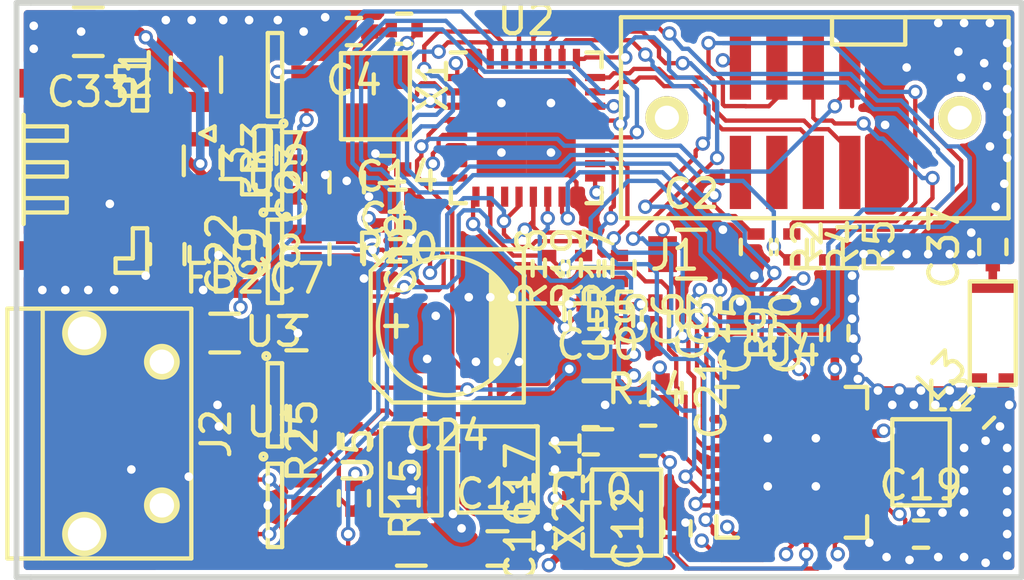
<source format=kicad_pcb>
(kicad_pcb (version 4) (host pcbnew 4.0.2-stable)
  (layers (0 F.Cu signal) (1 In1.Cu signal) (2 In2.Cu signal) (31 B.Cu signal) (34 B.Paste user) (35 F.Paste user hide) (36 B.SilkS user hide) (37 F.SilkS user) (38 B.Mask user hide) (39 F.Mask user hide) (44 Edge.Cuts user))
  (net 0 "")
  (net 1 "Net-(C1-Pad1)")
  (net 2 GND)
  (net 3 "Net-(C4-Pad1)")
  (net 4 "Net-(C7-Pad1)")
  (net 5 "Net-(C10-Pad1)")
  (net 6 P5V0)
  (net 7 "Net-(C12-Pad1)")
  (net 8 P3V3)
  (net 9 "Net-(C18-Pad1)")
  (net 10 "Net-(C30-Pad1)")
  (net 11 "Net-(C33-Pad1)")
  (net 12 /USB_VBUS)
  (net 13 "Net-(R1-Pad2)")
  (net 14 "Net-(R3-Pad2)")
  (net 15 /USART1_RX)
  (net 16 "Net-(J1-Pad3)")
  (net 17 /USART1_TX)
  (net 18 /ZB_MISO)
  (net 19 /ZB_MOSI)
  (net 20 /ZB_CS_N)
  (net 21 "Net-(R14-Pad2)")
  (net 22 "Net-(R15-Pad2)")
  (net 23 /ZB_RESET_N)
  (net 24 /P5V_EN)
  (net 25 /P5V_ERR_N)
  (net 26 "Net-(R20-Pad1)")
  (net 27 /ZB_VREG_EN)
  (net 28 /SWDIO)
  (net 29 /SWCLK)
  (net 30 "Net-(U4-Pad10)")
  (net 31 "Net-(U4-Pad15)")
  (net 32 "Net-(U4-Pad18)")
  (net 33 "Net-(U4-Pad21)")
  (net 34 /USB_DN)
  (net 35 "Net-(L1-Pad1)")
  (net 36 "Net-(U5-Pad6)")
  (net 37 "Net-(U1-Pad4)")
  (net 38 "Net-(U1-Pad6)")
  (net 39 "Net-(J2-Pad4)")
  (net 40 /USB_DP)
  (net 41 "Net-(C37-Pad1)")
  (net 42 /ZB_DCUPL)
  (net 43 "Net-(J1-Pad1)")
  (net 44 "Net-(J1-Pad4)")
  (net 45 "Net-(J1-Pad6)")
  (net 46 "Net-(L2-Pad1)")
  (net 47 "Net-(R2-Pad1)")
  (net 48 /ZB_RBIAS)
  (net 49 /RST_N)
  (net 50 "Net-(U2-Pad7)")
  (net 51 "Net-(U2-Pad8)")
  (net 52 /ZB_SFD)
  (net 53 "Net-(U2-Pad11)")
  (net 54 /ZB_CCA)
  (net 55 /ZB_FIFOP)
  (net 56 /ZB_FIFO)
  (net 57 /NEOPIXEL_OUT)
  (net 58 "Net-(L2-Pad3)")
  (net 59 "Net-(L2-Pad4)")
  (net 60 /ZB_SCLK)
  (net 61 "Net-(J1-Pad12)")
  (net 62 "Net-(J1-Pad11)")
  (net 63 "Net-(C22-Pad1)")
  (net 64 "Net-(U8-Pad1)")
  (net 65 "Net-(U8-Pad3)")
  (net 66 "Net-(U8-Pad4)")
  (net 67 "Net-(L3-Pad2)")
  (module Jonas:TFM-105-02-S-D-WT (layer F.Cu) (at 67.75 44)
    (fp_text reference J1 (at -4.825 4.8) (layer F.SilkS))
    (fp_text value TFM-105-02-S-D-WT)
    (pad 1 smd rect (at -2.54 1.905) (size 0.74 2.55) (layers F.Cu F.Paste F.Mask) (net 43 "Net-(J1-Pad1)"))
    (pad 2 smd rect (at -2.54 -1.905) (size 0.74 2.55) (layers F.Cu F.Paste F.Mask) (net 8 P3V3))
    (pad 3 smd rect (at -1.27 1.905) (size 0.74 2.55) (layers F.Cu F.Paste F.Mask) (net 16 "Net-(J1-Pad3)"))
    (pad 4 smd rect (at -1.27 -1.905) (size 0.74 2.55) (layers F.Cu F.Paste F.Mask) (net 44 "Net-(J1-Pad4)"))
    (pad 5 smd rect (at 0 1.905) (size 0.74 2.55) (layers F.Cu F.Paste F.Mask) (net 28 /SWDIO))
    (pad 6 smd rect (at 0 -1.905) (size 0.74 2.55) (layers F.Cu F.Paste F.Mask) (net 45 "Net-(J1-Pad6)"))
    (pad 7 smd rect (at 1.27 1.905) (size 0.74 2.55) (layers F.Cu F.Paste F.Mask) (net 29 /SWCLK))
    (pad 8 smd rect (at 1.27 -1.905) (size 0.74 2.55) (layers F.Cu F.Paste F.Mask) (net 49 /RST_N))
    (pad 9 smd rect (at 2.54 1.905) (size 0.74 2.55) (layers F.Cu F.Paste F.Mask) (net 2 GND))
    (pad 10 smd rect (at 2.54 -1.905) (size 0.74 2.55) (layers F.Cu F.Paste F.Mask) (net 2 GND))
    (pad 12 thru_hole circle (at 5.1 0) (size 1.5 1.5) (drill 0.84) (layers *.Cu *.Mask F.SilkS) (net 61 "Net-(J1-Pad12)"))
    (pad 11 thru_hole circle (at -5.1 0) (size 1.5 1.5) (drill 0.84) (layers *.Cu *.Mask F.SilkS) (net 62 "Net-(J1-Pad11)"))
  )
  (module Resistors_SMD:R_0402 (layer F.Cu) (at 53.5 40.9)
    (fp_text reference R3 (at 0 -1.8) (layer F.SilkS))
    (fp_text value R0402_100R)
    (pad 1 smd rect (at -0.45 0) (size 0.4 0.6) (layers F.Cu F.Paste F.Mask) (net 3 "Net-(C4-Pad1)"))
    (pad 2 smd rect (at 0.45 0) (size 0.4 0.6) (layers F.Cu F.Paste F.Mask) (net 14 "Net-(R3-Pad2)"))
  )
  (module Capacitors_SMD:C_0805 (layer F.Cu) (at 63.5 48.75)
    (fp_text reference C2 (at 0 -2.1) (layer F.SilkS))
    (fp_text value C0805_10u_25Vdc_X7R)
    (pad 1 smd rect (at -1 0) (size 1 1.25) (layers F.Cu F.Paste F.Mask) (net 8 P3V3))
    (pad 2 smd rect (at 1 0) (size 1 1.25) (layers F.Cu F.Paste F.Mask) (net 2 GND))
  )
  (module Housings_DFN_QFN:QFN-32-1EP_5x5mm_Pitch0.5mm (layer F.Cu) (at 57.75 44.35)
    (fp_text reference U2 (at 0 -3.75) (layer F.SilkS))
    (fp_text value STM32F302K8U6)
    (pad 1 smd rect (at -2.4 -1.75) (size 0.7 0.25) (layers F.Cu F.Paste F.Mask) (net 8 P3V3))
    (pad 2 smd rect (at -2.4 -1.25) (size 0.7 0.25) (layers F.Cu F.Paste F.Mask) (net 1 "Net-(C1-Pad1)"))
    (pad 3 smd rect (at -2.4 -0.75) (size 0.7 0.25) (layers F.Cu F.Paste F.Mask) (net 14 "Net-(R3-Pad2)"))
    (pad 4 smd rect (at -2.4 -0.25) (size 0.7 0.25) (layers F.Cu F.Paste F.Mask) (net 49 /RST_N))
    (pad 5 smd rect (at -2.4 0.25) (size 0.7 0.25) (layers F.Cu F.Paste F.Mask) (net 8 P3V3))
    (pad 6 smd rect (at -2.4 0.75) (size 0.7 0.25) (layers F.Cu F.Paste F.Mask) (net 2 GND))
    (pad 7 smd rect (at -2.4 1.25) (size 0.7 0.25) (layers F.Cu F.Paste F.Mask) (net 50 "Net-(U2-Pad7)"))
    (pad 8 smd rect (at -2.4 1.75) (size 0.7 0.25) (layers F.Cu F.Paste F.Mask) (net 51 "Net-(U2-Pad8)"))
    (pad 9 smd rect (at -1.75 2.4 90) (size 0.7 0.25) (layers F.Cu F.Paste F.Mask) (net 52 /ZB_SFD))
    (pad 10 smd rect (at -1.25 2.4 90) (size 0.7 0.25) (layers F.Cu F.Paste F.Mask) (net 23 /ZB_RESET_N))
    (pad 11 smd rect (at -0.75 2.4 90) (size 0.7 0.25) (layers F.Cu F.Paste F.Mask) (net 53 "Net-(U2-Pad11)"))
    (pad 12 smd rect (at -0.25 2.4 90) (size 0.7 0.25) (layers F.Cu F.Paste F.Mask) (net 24 /P5V_EN))
    (pad 13 smd rect (at 0.25 2.4 90) (size 0.7 0.25) (layers F.Cu F.Paste F.Mask) (net 25 /P5V_ERR_N))
    (pad 14 smd rect (at 0.75 2.4 90) (size 0.7 0.25) (layers F.Cu F.Paste F.Mask) (net 54 /ZB_CCA))
    (pad 15 smd rect (at 1.25 2.4 90) (size 0.7 0.25) (layers F.Cu F.Paste F.Mask) (net 27 /ZB_VREG_EN))
    (pad 16 smd rect (at 1.75 2.4 90) (size 0.7 0.25) (layers F.Cu F.Paste F.Mask) (net 2 GND))
    (pad 17 smd rect (at 2.4 1.75) (size 0.7 0.25) (layers F.Cu F.Paste F.Mask) (net 8 P3V3))
    (pad 18 smd rect (at 2.4 1.25) (size 0.7 0.25) (layers F.Cu F.Paste F.Mask) (net 55 /ZB_FIFOP))
    (pad 19 smd rect (at 2.4 0.75) (size 0.7 0.25) (layers F.Cu F.Paste F.Mask) (net 56 /ZB_FIFO))
    (pad 20 smd rect (at 2.4 0.25) (size 0.7 0.25) (layers F.Cu F.Paste F.Mask) (net 57 /NEOPIXEL_OUT))
    (pad 21 smd rect (at 2.4 -0.25) (size 0.7 0.25) (layers F.Cu F.Paste F.Mask) (net 34 /USB_DN))
    (pad 22 smd rect (at 2.4 -0.75) (size 0.7 0.25) (layers F.Cu F.Paste F.Mask) (net 40 /USB_DP))
    (pad 23 smd rect (at 2.4 -1.25) (size 0.7 0.25) (layers F.Cu F.Paste F.Mask) (net 28 /SWDIO))
    (pad 24 smd rect (at 2.4 -1.75) (size 0.7 0.25) (layers F.Cu F.Paste F.Mask) (net 29 /SWCLK))
    (pad 25 smd rect (at 1.75 -2.4 90) (size 0.7 0.25) (layers F.Cu F.Paste F.Mask) (net 20 /ZB_CS_N))
    (pad 26 smd rect (at 1.25 -2.4 90) (size 0.7 0.25) (layers F.Cu F.Paste F.Mask) (net 60 /ZB_SCLK))
    (pad 27 smd rect (at 0.75 -2.4 90) (size 0.7 0.25) (layers F.Cu F.Paste F.Mask) (net 18 /ZB_MISO))
    (pad 28 smd rect (at 0.25 -2.4 90) (size 0.7 0.25) (layers F.Cu F.Paste F.Mask) (net 19 /ZB_MOSI))
    (pad 29 smd rect (at -0.25 -2.4 90) (size 0.7 0.25) (layers F.Cu F.Paste F.Mask) (net 17 /USART1_TX))
    (pad 30 smd rect (at -0.75 -2.4 90) (size 0.7 0.25) (layers F.Cu F.Paste F.Mask) (net 15 /USART1_RX))
    (pad 31 smd rect (at -1.25 -2.4 90) (size 0.7 0.25) (layers F.Cu F.Paste F.Mask) (net 47 "Net-(R2-Pad1)"))
    (pad 32 smd rect (at -1.75 -2.4 90) (size 0.7 0.25) (layers F.Cu F.Paste F.Mask) (net 2 GND))
    (pad 33 smd rect (at 0.8625 0.8625) (size 1.725 1.725) (layers F.Cu F.Paste F.Mask) (net 2 GND))
    (pad 33 smd rect (at 0.8625 -0.8625) (size 1.725 1.725) (layers F.Cu F.Paste F.Mask) (net 2 GND))
    (pad 33 smd rect (at -0.8625 0.8625) (size 1.725 1.725) (layers F.Cu F.Paste F.Mask) (net 2 GND))
    (pad 33 smd rect (at -0.8625 -0.8625) (size 1.725 1.725) (layers F.Cu F.Paste F.Mask) (net 2 GND))
  )
  (module Jonas:USB_Micro-B (layer F.Cu) (at 43.5 55 270)
    (fp_text reference J2 (at 0 -3.45 270) (layer F.SilkS))
    (fp_text value DX4R005JJ2R1800)
    (pad 1 smd rect (at -1.3009 -1.56254) (size 1.35 0.4) (layers F.Cu F.Paste F.Mask) (net 12 /USB_VBUS))
    (pad 2 smd rect (at -0.6509 -1.56254) (size 1.35 0.4) (layers F.Cu F.Paste F.Mask) (net 34 /USB_DN))
    (pad 3 smd rect (at -0.0009 -1.56254) (size 1.35 0.4) (layers F.Cu F.Paste F.Mask) (net 40 /USB_DP))
    (pad 4 smd rect (at 0.6491 -1.56254) (size 1.35 0.4) (layers F.Cu F.Paste F.Mask) (net 39 "Net-(J2-Pad4)"))
    (pad 5 smd rect (at 1.2991 -1.56254) (size 1.35 0.4) (layers F.Cu F.Paste F.Mask) (net 2 GND))
    (pad 6 thru_hole circle (at -2.5009 -1.56254) (size 1.25 1.25) (drill 0.85) (layers *.Cu *.Mask F.SilkS) (net 2 GND))
    (pad 6 thru_hole circle (at 2.4991 -1.56254) (size 1.25 1.25) (drill 0.85) (layers *.Cu *.Mask F.SilkS) (net 2 GND))
    (pad 6 thru_hole circle (at -3.5009 1.13746) (size 1.55 1.55) (drill 1.15) (layers *.Cu *.Mask F.SilkS) (net 2 GND))
    (pad 6 thru_hole circle (at 3.4991 1.13746) (size 1.55 1.55) (drill 1.15) (layers *.Cu *.Mask F.SilkS) (net 2 GND))
  )
  (module Capacitors_SMD:C_0402 (layer F.Cu) (at 52.9 45.8 180)
    (fp_text reference C1 (at 0 -1.7 180) (layer F.SilkS))
    (fp_text value C0402_15p_100Vdc_C0G)
    (pad 1 smd rect (at -0.55 0 180) (size 0.6 0.5) (layers F.Cu F.Paste F.Mask) (net 1 "Net-(C1-Pad1)"))
    (pad 2 smd rect (at 0.55 0 180) (size 0.6 0.5) (layers F.Cu F.Paste F.Mask) (net 2 GND))
  )
  (module Capacitors_SMD:C_0402 (layer F.Cu) (at 62.25 51 270)
    (fp_text reference C3 (at 0 -1.7 270) (layer F.SilkS))
    (fp_text value C0402_1u_10Vdc_X5R)
    (pad 1 smd rect (at -0.55 0 270) (size 0.6 0.5) (layers F.Cu F.Paste F.Mask) (net 8 P3V3))
    (pad 2 smd rect (at 0.55 0 270) (size 0.6 0.5) (layers F.Cu F.Paste F.Mask) (net 2 GND))
  )
  (module Capacitors_SMD:C_0402 (layer F.Cu) (at 51.75 41 180)
    (fp_text reference C4 (at 0 -1.7 180) (layer F.SilkS))
    (fp_text value C0402_15p_100Vdc_C0G)
    (pad 1 smd rect (at -0.55 0 180) (size 0.6 0.5) (layers F.Cu F.Paste F.Mask) (net 3 "Net-(C4-Pad1)"))
    (pad 2 smd rect (at 0.55 0 180) (size 0.6 0.5) (layers F.Cu F.Paste F.Mask) (net 2 GND))
  )
  (module Capacitors_SMD:C_0402 (layer F.Cu) (at 59.75 51 270)
    (fp_text reference C5 (at 0 -1.7 270) (layer F.SilkS))
    (fp_text value C0402_1u_10Vdc_X5R)
    (pad 1 smd rect (at -0.55 0 270) (size 0.6 0.5) (layers F.Cu F.Paste F.Mask) (net 8 P3V3))
    (pad 2 smd rect (at 0.55 0 270) (size 0.6 0.5) (layers F.Cu F.Paste F.Mask) (net 2 GND))
  )
  (module Capacitors_SMD:C_0402 (layer F.Cu) (at 61 51 270)
    (fp_text reference C6 (at 0 -1.7 270) (layer F.SilkS))
    (fp_text value C0402_1u_10Vdc_X5R)
    (pad 1 smd rect (at -0.55 0 270) (size 0.6 0.5) (layers F.Cu F.Paste F.Mask) (net 8 P3V3))
    (pad 2 smd rect (at 0.55 0 270) (size 0.6 0.5) (layers F.Cu F.Paste F.Mask) (net 2 GND))
  )
  (module Capacitors_SMD:C_0603 (layer F.Cu) (at 49.75 51.5)
    (fp_text reference C7 (at 0 -1.9) (layer F.SilkS))
    (fp_text value C0603_1u_25Vdc_X7R)
    (pad 1 smd rect (at -0.75 0) (size 0.8 0.75) (layers F.Cu F.Paste F.Mask) (net 4 "Net-(C7-Pad1)"))
    (pad 2 smd rect (at 0.75 0) (size 0.8 0.75) (layers F.Cu F.Paste F.Mask) (net 2 GND))
  )
  (module Capacitors_SMD:C_0402 (layer F.Cu) (at 65.25 51.5 90)
    (fp_text reference C8 (at 0 -1.7 90) (layer F.SilkS))
    (fp_text value C0402_1u_10Vdc_X5R)
    (pad 1 smd rect (at -0.55 0 90) (size 0.6 0.5) (layers F.Cu F.Paste F.Mask) (net 42 /ZB_DCUPL))
    (pad 2 smd rect (at 0.55 0 90) (size 0.6 0.5) (layers F.Cu F.Paste F.Mask) (net 2 GND))
  )
  (module Capacitors_SMD:C_0402 (layer F.Cu) (at 46.5 48.75 270)
    (fp_text reference C9 (at 0 -1.7 270) (layer F.SilkS))
    (fp_text value C0402_1u_10Vdc_X5R)
    (pad 1 smd rect (at -0.55 0 270) (size 0.6 0.5) (layers F.Cu F.Paste F.Mask) (net 6 P5V0))
    (pad 2 smd rect (at 0.55 0 270) (size 0.6 0.5) (layers F.Cu F.Paste F.Mask) (net 2 GND))
  )
  (module Capacitors_SMD:C_0402 (layer F.Cu) (at 60 55.25 180)
    (fp_text reference C10 (at 0 -1.7 180) (layer F.SilkS))
    (fp_text value C0402_15p_100Vdc_C0G)
    (pad 1 smd rect (at -0.55 0 180) (size 0.6 0.5) (layers F.Cu F.Paste F.Mask) (net 5 "Net-(C10-Pad1)"))
    (pad 2 smd rect (at 0.55 0 180) (size 0.6 0.5) (layers F.Cu F.Paste F.Mask) (net 2 GND))
  )
  (module Capacitors_SMD:C_0603 (layer F.Cu) (at 56.75 59)
    (fp_text reference C11 (at 0 -1.9) (layer F.SilkS))
    (fp_text value C0603_1u_25Vdc_X7R)
    (pad 1 smd rect (at -0.75 0) (size 0.8 0.75) (layers F.Cu F.Paste F.Mask) (net 6 P5V0))
    (pad 2 smd rect (at 0.75 0) (size 0.8 0.75) (layers F.Cu F.Paste F.Mask) (net 2 GND))
  )
  (module Capacitors_SMD:C_0402 (layer F.Cu) (at 63 58.3 90)
    (fp_text reference C12 (at 0 -1.7 90) (layer F.SilkS))
    (fp_text value C0402_15p_100Vdc_C0G)
    (pad 1 smd rect (at -0.55 0 90) (size 0.6 0.5) (layers F.Cu F.Paste F.Mask) (net 7 "Net-(C12-Pad1)"))
    (pad 2 smd rect (at 0.55 0 90) (size 0.6 0.5) (layers F.Cu F.Paste F.Mask) (net 2 GND))
  )
  (module Capacitors_SMD:C_0805 (layer F.Cu) (at 53.75 58.75 180)
    (fp_text reference C13 (at 0 -2.1 180) (layer F.SilkS))
    (fp_text value C0805_10u_25Vdc_X7R)
    (pad 1 smd rect (at -1 0 180) (size 1 1.25) (layers F.Cu F.Paste F.Mask) (net 6 P5V0))
    (pad 2 smd rect (at 1 0 180) (size 1 1.25) (layers F.Cu F.Paste F.Mask) (net 2 GND))
  )
  (module Capacitors_SMD:C_0402 (layer F.Cu) (at 53.25 47.75)
    (fp_text reference C14 (at 0 -1.7) (layer F.SilkS))
    (fp_text value C0402_1u_10Vdc_X5R)
    (pad 1 smd rect (at -0.55 0) (size 0.6 0.5) (layers F.Cu F.Paste F.Mask) (net 8 P3V3))
    (pad 2 smd rect (at 0.55 0) (size 0.6 0.5) (layers F.Cu F.Paste F.Mask) (net 2 GND))
  )
  (module Capacitors_SMD:C_0402 (layer F.Cu) (at 66.75 51.5 90)
    (fp_text reference C15 (at 0 -1.7 90) (layer F.SilkS))
    (fp_text value C0402_1u_10Vdc_X5R)
    (pad 1 smd rect (at -0.55 0 90) (size 0.6 0.5) (layers F.Cu F.Paste F.Mask) (net 8 P3V3))
    (pad 2 smd rect (at 0.55 0 90) (size 0.6 0.5) (layers F.Cu F.Paste F.Mask) (net 2 GND))
  )
  (module Capacitors_SMD:C_0402 (layer F.Cu) (at 59.25 58.75 90)
    (fp_text reference C16 (at 0 -1.7 90) (layer F.SilkS))
    (fp_text value C0402_1u_10Vdc_X5R)
    (pad 1 smd rect (at -0.55 0 90) (size 0.6 0.5) (layers F.Cu F.Paste F.Mask) (net 8 P3V3))
    (pad 2 smd rect (at 0.55 0 90) (size 0.6 0.5) (layers F.Cu F.Paste F.Mask) (net 2 GND))
  )
  (module Capacitors_SMD:C_0402 (layer F.Cu) (at 59.25 56.75 90)
    (fp_text reference C17 (at 0 -1.7 90) (layer F.SilkS))
    (fp_text value C0402_1u_10Vdc_X5R)
    (pad 1 smd rect (at -0.55 0 90) (size 0.6 0.5) (layers F.Cu F.Paste F.Mask) (net 8 P3V3))
    (pad 2 smd rect (at 0.55 0 90) (size 0.6 0.5) (layers F.Cu F.Paste F.Mask) (net 2 GND))
  )
  (module Capacitors_SMD:C_0603 (layer F.Cu) (at 51.5 48.75 270)
    (fp_text reference C18 (at 0 -1.9 270) (layer F.SilkS))
    (fp_text value C0603_1u_25Vdc_X7R)
    (pad 1 smd rect (at -0.75 0 270) (size 0.8 0.75) (layers F.Cu F.Paste F.Mask) (net 9 "Net-(C18-Pad1)"))
    (pad 2 smd rect (at 0.75 0 270) (size 0.8 0.75) (layers F.Cu F.Paste F.Mask) (net 2 GND))
  )
  (module Capacitors_SMD:C_0402 (layer F.Cu) (at 71.5 58.5)
    (fp_text reference C19 (at 0 -1.7) (layer F.SilkS))
    (fp_text value C0402_1u_10Vdc_X5R)
    (pad 1 smd rect (at -0.55 0) (size 0.6 0.5) (layers F.Cu F.Paste F.Mask) (net 8 P3V3))
    (pad 2 smd rect (at 0.55 0) (size 0.6 0.5) (layers F.Cu F.Paste F.Mask) (net 2 GND))
  )
  (module Capacitors_SMD:C_0402 (layer F.Cu) (at 68.5 51.5 90)
    (fp_text reference C20 (at 0 -1.7 90) (layer F.SilkS))
    (fp_text value C0402_1u_10Vdc_X5R)
    (pad 1 smd rect (at -0.55 0 90) (size 0.6 0.5) (layers F.Cu F.Paste F.Mask) (net 8 P3V3))
    (pad 2 smd rect (at 0.55 0 90) (size 0.6 0.5) (layers F.Cu F.Paste F.Mask) (net 2 GND))
  )
  (module Capacitors_SMD:C_0402 (layer F.Cu) (at 62.5 53.75 270)
    (fp_text reference C21 (at 0 -1.7 270) (layer F.SilkS))
    (fp_text value C0402_1u_10Vdc_X5R)
    (pad 1 smd rect (at -0.55 0 270) (size 0.6 0.5) (layers F.Cu F.Paste F.Mask) (net 8 P3V3))
    (pad 2 smd rect (at 0.55 0 270) (size 0.6 0.5) (layers F.Cu F.Paste F.Mask) (net 2 GND))
  )
  (module Capacitors_SMD:C_0603 (layer F.Cu) (at 51.5 46.25 90)
    (fp_text reference C23 (at 0 -1.9 90) (layer F.SilkS))
    (fp_text value C0603_1u_25Vdc_X7R)
    (pad 1 smd rect (at -0.75 0 90) (size 0.8 0.75) (layers F.Cu F.Paste F.Mask) (net 9 "Net-(C18-Pad1)"))
    (pad 2 smd rect (at 0.75 0 90) (size 0.8 0.75) (layers F.Cu F.Paste F.Mask) (net 2 GND))
  )
  (module Capacitors_SMD:C_0805 (layer F.Cu) (at 60.25 54)
    (fp_text reference C30 (at 0 -2.1) (layer F.SilkS))
    (fp_text value C0805_10u_25Vdc_X7R)
    (pad 1 smd rect (at -1 0) (size 1 1.25) (layers F.Cu F.Paste F.Mask) (net 10 "Net-(C30-Pad1)"))
    (pad 2 smd rect (at 1 0) (size 1 1.25) (layers F.Cu F.Paste F.Mask) (net 2 GND))
  )
  (module Capacitors_SMD:C_0805 (layer F.Cu) (at 42.5 41 180)
    (fp_text reference C33 (at 0 -2.1 180) (layer F.SilkS))
    (fp_text value C0805_10u_25Vdc_X7R)
    (pad 1 smd rect (at -1 0 180) (size 1 1.25) (layers F.Cu F.Paste F.Mask) (net 11 "Net-(C33-Pad1)"))
    (pad 2 smd rect (at 1 0 180) (size 1 1.25) (layers F.Cu F.Paste F.Mask) (net 2 GND))
  )
  (module Capacitors_SMD:C_0402 (layer F.Cu) (at 74 48.5 90)
    (fp_text reference C37 (at 0 -1.7 90) (layer F.SilkS))
    (fp_text value C0402_1p5_100Vdc_C0G)
    (pad 1 smd rect (at -0.55 0 90) (size 0.6 0.5) (layers F.Cu F.Paste F.Mask) (net 41 "Net-(C37-Pad1)"))
    (pad 2 smd rect (at 0.55 0 90) (size 0.6 0.5) (layers F.Cu F.Paste F.Mask) (net 2 GND))
  )
  (module Resistors_SMD:R_0603 (layer F.Cu) (at 47.25 51.5)
    (fp_text reference FB2 (at 0 -1.9) (layer F.SilkS))
    (fp_text value BL0603_BLM18KG121TN1D)
    (pad 1 smd rect (at -0.75 0) (size 0.5 0.9) (layers F.Cu F.Paste F.Mask) (net 12 /USB_VBUS))
    (pad 2 smd rect (at 0.75 0) (size 0.5 0.9) (layers F.Cu F.Paste F.Mask) (net 4 "Net-(C7-Pad1)"))
  )
  (module Resistors_SMD:R_0603 (layer F.Cu) (at 46.5 45.5 270)
    (fp_text reference FB3 (at 0 -1.9 270) (layer F.SilkS))
    (fp_text value BL0603_BLM18KG121TN1D)
    (pad 1 smd rect (at -0.75 0 270) (size 0.5 0.9) (layers F.Cu F.Paste F.Mask) (net 9 "Net-(C18-Pad1)"))
    (pad 2 smd rect (at 0.75 0 270) (size 0.5 0.9) (layers F.Cu F.Paste F.Mask) (net 11 "Net-(C33-Pad1)"))
  )
  (module Resistors_SMD:R_0603 (layer F.Cu) (at 60.25 52.5)
    (fp_text reference FB5 (at 0 -1.9) (layer F.SilkS))
    (fp_text value BL0603_BLM18KG121TN1D)
    (pad 1 smd rect (at -0.75 0) (size 0.5 0.9) (layers F.Cu F.Paste F.Mask) (net 10 "Net-(C30-Pad1)"))
    (pad 2 smd rect (at 0.75 0) (size 0.5 0.9) (layers F.Cu F.Paste F.Mask) (net 8 P3V3))
  )
  (module Jonas:IHLP1212 (layer F.Cu) (at 56.75 56.25 90)
    (fp_text reference L1 (at 0.5 2.4 90) (layer F.SilkS))
    (fp_text value IHLP1212_2u2_2)
    (pad 1 smd rect (at -1.3 0) (size 1.2 1.5) (layers F.Cu F.Paste F.Mask) (net 35 "Net-(L1-Pad1)"))
    (pad 2 smd rect (at 1.4 0 180) (size 1.2 1.5) (layers F.Cu F.Paste F.Mask) (net 10 "Net-(C30-Pad1)"))
  )
  (module Jonas:2450BM15B0002 (layer F.Cu) (at 71.5 56)
    (fp_text reference L2 (at 1 -2.3) (layer F.SilkS))
    (fp_text value 2450BM15B0002)
    (pad 1 smd rect (at 0.65 -0.9) (size 0.35 1) (layers F.Cu F.Paste F.Mask) (net 46 "Net-(L2-Pad1)"))
    (pad 2 smd rect (at 0 -0.9) (size 0.35 1) (layers F.Cu F.Paste F.Mask) (net 2 GND))
    (pad 3 smd rect (at -0.65 -0.9) (size 0.35 1) (layers F.Cu F.Paste F.Mask) (net 58 "Net-(L2-Pad3)"))
    (pad 4 smd rect (at -0.65 0.9) (size 0.35 1) (layers F.Cu F.Paste F.Mask) (net 59 "Net-(L2-Pad4)"))
    (pad 5 smd rect (at 0 0.9) (size 0.35 1) (layers F.Cu F.Paste F.Mask) (net 2 GND))
    (pad 6 smd rect (at 0.65 0.9) (size 0.35 1) (layers F.Cu F.Paste F.Mask) (net 2 GND))
  )
  (module Resistors_SMD:R_0805 (layer F.Cu) (at 46.25 42.5 90)
    (fp_text reference R1 (at 0 -2.1 90) (layer F.SilkS))
    (fp_text value R0805_100R)
    (pad 1 smd rect (at -0.95 0 90) (size 0.7 1.3) (layers F.Cu F.Paste F.Mask) (net 63 "Net-(C22-Pad1)"))
    (pad 2 smd rect (at 0.95 0 90) (size 0.7 1.3) (layers F.Cu F.Paste F.Mask) (net 13 "Net-(R1-Pad2)"))
  )
  (module Resistors_SMD:R_0402 (layer F.Cu) (at 65.75 48.5 270)
    (fp_text reference R2 (at 0 -1.8 270) (layer F.SilkS))
    (fp_text value R0402_10k)
    (pad 1 smd rect (at -0.45 0 270) (size 0.4 0.6) (layers F.Cu F.Paste F.Mask) (net 47 "Net-(R2-Pad1)"))
    (pad 2 smd rect (at 0.45 0 270) (size 0.4 0.6) (layers F.Cu F.Paste F.Mask) (net 2 GND))
  )
  (module Resistors_SMD:R_0402 (layer F.Cu) (at 67 48.5 270)
    (fp_text reference R4 (at 0 -1.8 270) (layer F.SilkS))
    (fp_text value R0402_100R)
    (pad 1 smd rect (at -0.45 0 270) (size 0.4 0.6) (layers F.Cu F.Paste F.Mask) (net 44 "Net-(J1-Pad4)"))
    (pad 2 smd rect (at 0.45 0 270) (size 0.4 0.6) (layers F.Cu F.Paste F.Mask) (net 15 /USART1_RX))
  )
  (module Resistors_SMD:R_0402 (layer F.Cu) (at 68.25 48.5 270)
    (fp_text reference R5 (at 0 -1.8 270) (layer F.SilkS))
    (fp_text value R0402_100R)
    (pad 1 smd rect (at -0.45 0 270) (size 0.4 0.6) (layers F.Cu F.Paste F.Mask) (net 45 "Net-(J1-Pad6)"))
    (pad 2 smd rect (at 0.45 0 270) (size 0.4 0.6) (layers F.Cu F.Paste F.Mask) (net 17 /USART1_TX))
  )
  (module Resistors_SMD:R_0402 (layer F.Cu) (at 67.75 51.5 90)
    (fp_text reference R9 (at 0 -1.8 90) (layer F.SilkS))
    (fp_text value R0402_56k)
    (pad 1 smd rect (at -0.45 0 90) (size 0.4 0.6) (layers F.Cu F.Paste F.Mask) (net 48 /ZB_RBIAS))
    (pad 2 smd rect (at 0.45 0 90) (size 0.4 0.6) (layers F.Cu F.Paste F.Mask) (net 2 GND))
  )
  (module Resistors_SMD:R_0402 (layer F.Cu) (at 62 55.25)
    (fp_text reference R14 (at 0 -1.8) (layer F.SilkS))
    (fp_text value R0402_100R)
    (pad 1 smd rect (at -0.45 0) (size 0.4 0.6) (layers F.Cu F.Paste F.Mask) (net 5 "Net-(C10-Pad1)"))
    (pad 2 smd rect (at 0.45 0) (size 0.4 0.6) (layers F.Cu F.Paste F.Mask) (net 21 "Net-(R14-Pad2)"))
  )
  (module Resistors_SMD:R_0402 (layer F.Cu) (at 51.75 57.25 270)
    (fp_text reference R15 (at 0 -1.8 270) (layer F.SilkS))
    (fp_text value R0402_10k)
    (pad 1 smd rect (at -0.45 0 270) (size 0.4 0.6) (layers F.Cu F.Paste F.Mask) (net 6 P5V0))
    (pad 2 smd rect (at 0.45 0 270) (size 0.4 0.6) (layers F.Cu F.Paste F.Mask) (net 22 "Net-(R15-Pad2)"))
  )
  (module Resistors_SMD:R_0402 (layer F.Cu) (at 58.5 49.25 270)
    (fp_text reference R17 (at 0 -1.8 270) (layer F.SilkS))
    (fp_text value R0402_10k)
    (pad 1 smd rect (at -0.45 0 270) (size 0.4 0.6) (layers F.Cu F.Paste F.Mask) (net 23 /ZB_RESET_N))
    (pad 2 smd rect (at 0.45 0 270) (size 0.4 0.6) (layers F.Cu F.Paste F.Mask) (net 2 GND))
  )
  (module Resistors_SMD:R_0402 (layer F.Cu) (at 59.75 49.25 90)
    (fp_text reference R18 (at 0 -1.8 90) (layer F.SilkS))
    (fp_text value R0402_10k)
    (pad 1 smd rect (at -0.45 0 90) (size 0.4 0.6) (layers F.Cu F.Paste F.Mask) (net 2 GND))
    (pad 2 smd rect (at 0.45 0 90) (size 0.4 0.6) (layers F.Cu F.Paste F.Mask) (net 24 /P5V_EN))
  )
  (module Resistors_SMD:R_0402 (layer F.Cu) (at 61 49.25 90)
    (fp_text reference R19 (at 0 -1.8 90) (layer F.SilkS))
    (fp_text value R0402_10k)
    (pad 1 smd rect (at -0.45 0 90) (size 0.4 0.6) (layers F.Cu F.Paste F.Mask) (net 8 P3V3))
    (pad 2 smd rect (at 0.45 0 90) (size 0.4 0.6) (layers F.Cu F.Paste F.Mask) (net 25 /P5V_ERR_N))
  )
  (module Resistors_SMD:R_0402 (layer F.Cu) (at 53.25 46.75 180)
    (fp_text reference R20 (at 0 -1.8 180) (layer F.SilkS))
    (fp_text value R0402_44k20)
    (pad 1 smd rect (at -0.45 0 180) (size 0.4 0.6) (layers F.Cu F.Paste F.Mask) (net 26 "Net-(R20-Pad1)"))
    (pad 2 smd rect (at 0.45 0 180) (size 0.4 0.6) (layers F.Cu F.Paste F.Mask) (net 2 GND))
  )
  (module Resistors_SMD:R_0402 (layer F.Cu) (at 51.75 55.25 90)
    (fp_text reference R25 (at 0 -1.8 90) (layer F.SilkS))
    (fp_text value R0402_10k)
    (pad 1 smd rect (at -0.45 0 90) (size 0.4 0.6) (layers F.Cu F.Paste F.Mask) (net 10 "Net-(C30-Pad1)"))
    (pad 2 smd rect (at 0.45 0 90) (size 0.4 0.6) (layers F.Cu F.Paste F.Mask) (net 49 /RST_N))
  )
  (module TO_SOT_Packages_SMD:SOT-23-6 (layer F.Cu) (at 49 57.5)
    (fp_text reference U1 (at 0 -2.9) (layer F.SilkS))
    (fp_text value USBLC6-4)
    (pad 1 smd rect (at -1.1 -0.95) (size 1.06 0.65) (layers F.Cu F.Paste F.Mask) (net 34 /USB_DN))
    (pad 2 smd rect (at -1.1 0) (size 1.06 0.65) (layers F.Cu F.Paste F.Mask) (net 2 GND))
    (pad 3 smd rect (at -1.1 0.95) (size 1.06 0.65) (layers F.Cu F.Paste F.Mask) (net 40 /USB_DP))
    (pad 4 smd rect (at 1.1 0.95) (size 1.06 0.65) (layers F.Cu F.Paste F.Mask) (net 37 "Net-(U1-Pad4)"))
    (pad 6 smd rect (at 1.1 -0.95) (size 1.06 0.65) (layers F.Cu F.Paste F.Mask) (net 38 "Net-(U1-Pad6)"))
    (pad 5 smd rect (at 1.1 0) (size 1.06 0.65) (layers F.Cu F.Paste F.Mask) (net 12 /USB_VBUS))
  )
  (module TO_SOT_Packages_SMD:SOT-23-5 (layer F.Cu) (at 49 54)
    (fp_text reference U3 (at -0.05 -2.55) (layer F.SilkS))
    (fp_text value NCP360SNAET1G)
    (pad 1 smd rect (at -1.1 -0.95) (size 1.06 0.65) (layers F.Cu F.Paste F.Mask) (net 4 "Net-(C7-Pad1)"))
    (pad 2 smd rect (at -1.1 0) (size 1.06 0.65) (layers F.Cu F.Paste F.Mask) (net 2 GND))
    (pad 3 smd rect (at -1.1 0.95) (size 1.06 0.65) (layers F.Cu F.Paste F.Mask) (net 2 GND))
    (pad 4 smd rect (at 1.1 0.95) (size 1.06 0.65) (layers F.Cu F.Paste F.Mask) (net 22 "Net-(R15-Pad2)"))
    (pad 5 smd rect (at 1.1 -0.95) (size 1.06 0.65) (layers F.Cu F.Paste F.Mask) (net 6 P5V0))
  )
  (module Housings_DFN_QFN:QFN-28-1EP_5x5mm_Pitch0.5mm (layer F.Cu) (at 67 56)
    (fp_text reference U4 (at 0 -3.875) (layer F.SilkS))
    (fp_text value CC2520)
    (pad 1 smd oval (at -2.45 -1.5) (size 0.85 0.3) (layers F.Cu F.Paste F.Mask) (net 18 /ZB_MISO))
    (pad 2 smd oval (at -2.45 -1) (size 0.85 0.3) (layers F.Cu F.Paste F.Mask) (net 19 /ZB_MOSI))
    (pad 3 smd oval (at -2.45 -0.5) (size 0.85 0.3) (layers F.Cu F.Paste F.Mask) (net 20 /ZB_CS_N))
    (pad 4 smd oval (at -2.45 0) (size 0.85 0.3) (layers F.Cu F.Paste F.Mask) (net 2 GND))
    (pad 5 smd oval (at -2.45 0.5) (size 0.85 0.3) (layers F.Cu F.Paste F.Mask) (net 52 /ZB_SFD))
    (pad 6 smd oval (at -2.45 1) (size 0.85 0.3) (layers F.Cu F.Paste F.Mask) (net 54 /ZB_CCA))
    (pad 7 smd oval (at -2.45 1.5) (size 0.85 0.3) (layers F.Cu F.Paste F.Mask) (net 55 /ZB_FIFOP))
    (pad 8 smd oval (at -1.5 2.45 90) (size 0.85 0.3) (layers F.Cu F.Paste F.Mask) (net 8 P3V3))
    (pad 9 smd oval (at -1 2.45 90) (size 0.85 0.3) (layers F.Cu F.Paste F.Mask) (net 56 /ZB_FIFO))
    (pad 10 smd oval (at -0.5 2.45 90) (size 0.85 0.3) (layers F.Cu F.Paste F.Mask) (net 30 "Net-(U4-Pad10)"))
    (pad 11 smd oval (at 0 2.45 90) (size 0.85 0.3) (layers F.Cu F.Paste F.Mask) (net 8 P3V3))
    (pad 12 smd oval (at 0.5 2.45 90) (size 0.85 0.3) (layers F.Cu F.Paste F.Mask) (net 21 "Net-(R14-Pad2)"))
    (pad 13 smd oval (at 1 2.45 90) (size 0.85 0.3) (layers F.Cu F.Paste F.Mask) (net 7 "Net-(C12-Pad1)"))
    (pad 14 smd oval (at 1.5 2.45 90) (size 0.85 0.3) (layers F.Cu F.Paste F.Mask) (net 8 P3V3))
    (pad 15 smd oval (at 2.45 1.5) (size 0.85 0.3) (layers F.Cu F.Paste F.Mask) (net 31 "Net-(U4-Pad15)"))
    (pad 16 smd oval (at 2.45 1) (size 0.85 0.3) (layers F.Cu F.Paste F.Mask) (net 8 P3V3))
    (pad 17 smd oval (at 2.45 0.5) (size 0.85 0.3) (layers F.Cu F.Paste F.Mask) (net 59 "Net-(L2-Pad4)"))
    (pad 18 smd oval (at 2.45 0) (size 0.85 0.3) (layers F.Cu F.Paste F.Mask) (net 32 "Net-(U4-Pad18)"))
    (pad 19 smd oval (at 2.45 -0.5) (size 0.85 0.3) (layers F.Cu F.Paste F.Mask) (net 58 "Net-(L2-Pad3)"))
    (pad 20 smd oval (at 2.45 -1) (size 0.85 0.3) (layers F.Cu F.Paste F.Mask) (net 8 P3V3))
    (pad 21 smd oval (at 2.45 -1.5) (size 0.85 0.3) (layers F.Cu F.Paste F.Mask) (net 33 "Net-(U4-Pad21)"))
    (pad 22 smd oval (at 1.5 -2.45 90) (size 0.85 0.3) (layers F.Cu F.Paste F.Mask) (net 8 P3V3))
    (pad 23 smd oval (at 1 -2.45 90) (size 0.85 0.3) (layers F.Cu F.Paste F.Mask) (net 48 /ZB_RBIAS))
    (pad 24 smd oval (at 0.5 -2.45 90) (size 0.85 0.3) (layers F.Cu F.Paste F.Mask) (net 8 P3V3))
    (pad 25 smd oval (at 0 -2.45 90) (size 0.85 0.3) (layers F.Cu F.Paste F.Mask) (net 23 /ZB_RESET_N))
    (pad 26 smd oval (at -0.5 -2.45 90) (size 0.85 0.3) (layers F.Cu F.Paste F.Mask) (net 27 /ZB_VREG_EN))
    (pad 27 smd oval (at -1 -2.45 90) (size 0.85 0.3) (layers F.Cu F.Paste F.Mask) (net 42 /ZB_DCUPL))
    (pad 28 smd oval (at -1.5 -2.45 90) (size 0.85 0.3) (layers F.Cu F.Paste F.Mask) (net 60 /ZB_SCLK))
    (pad 29 smd rect (at 0.8375 0.8375) (size 1.675 1.675) (layers F.Cu F.Paste F.Mask) (net 2 GND))
    (pad 29 smd rect (at 0.8375 -0.8375) (size 1.675 1.675) (layers F.Cu F.Paste F.Mask) (net 2 GND))
    (pad 29 smd rect (at -0.8375 0.8375) (size 1.675 1.675) (layers F.Cu F.Paste F.Mask) (net 2 GND))
    (pad 29 smd rect (at -0.8375 -0.8375) (size 1.675 1.675) (layers F.Cu F.Paste F.Mask) (net 2 GND))
  )
  (module Jonas:R-PWSON-N12 (layer F.Cu) (at 53.75 56.25 90)
    (fp_text reference U5 (at 0.45 -1.85 90) (layer F.SilkS))
    (fp_text value TPS62742)
    (pad 1 smd rect (at -1.25 0.95 90) (size 0.28 0.5) (layers F.Cu F.Paste F.Mask) (net 6 P5V0))
    (pad 2 smd rect (at -0.75 0.95 90) (size 0.28 0.5) (layers F.Cu F.Paste F.Mask) (net 35 "Net-(L1-Pad1)"))
    (pad 3 smd rect (at -0.25 0.95 90) (size 0.28 0.5) (layers F.Cu F.Paste F.Mask) (net 2 GND))
    (pad 4 smd rect (at 0.25 0.95 90) (size 0.28 0.5) (layers F.Cu F.Paste F.Mask) (net 2 GND))
    (pad 5 smd rect (at 0.75 0.95 90) (size 0.28 0.5) (layers F.Cu F.Paste F.Mask) (net 10 "Net-(C30-Pad1)"))
    (pad 6 smd rect (at 1.25 0.95 90) (size 0.28 0.5) (layers F.Cu F.Paste F.Mask) (net 36 "Net-(U5-Pad6)"))
    (pad 7 smd rect (at 1.25 -0.95 90) (size 0.28 0.5) (layers F.Cu F.Paste F.Mask) (net 49 /RST_N))
    (pad 8 smd rect (at 0.75 -0.95 90) (size 0.28 0.5) (layers F.Cu F.Paste F.Mask) (net 6 P5V0))
    (pad 9 smd rect (at 0.25 -0.95 90) (size 0.28 0.5) (layers F.Cu F.Paste F.Mask) (net 6 P5V0))
    (pad 10 smd rect (at -0.25 -0.95 90) (size 0.28 0.5) (layers F.Cu F.Paste F.Mask) (net 6 P5V0))
    (pad 11 smd rect (at -0.75 -0.95 90) (size 0.28 0.5) (layers F.Cu F.Paste F.Mask) (net 6 P5V0))
    (pad 12 smd rect (at -1.25 -0.95 90) (size 0.28 0.5) (layers F.Cu F.Paste F.Mask) (net 22 "Net-(R15-Pad2)"))
    (pad 13 thru_hole circle (at -0.7 0 90) (size 0.4 0.4) (drill 0.3) (layers *.Cu) (net 2 GND))
    (pad 13 thru_hole circle (at 0.7 0 90) (size 0.4 0.4) (drill 0.3) (layers *.Cu) (net 2 GND))
    (pad 13 thru_hole circle (at 0 0 90) (size 0.4 0.4) (drill 0.3) (layers *.Cu) (net 2 GND))
    (pad 13 smd rect (at 1.4 -0.25 90) (size 0.6 0.25) (layers F.Cu F.Paste F.Mask) (net 2 GND))
    (pad 13 smd rect (at 1.4 0.25 90) (size 0.6 0.25) (layers F.Cu F.Paste F.Mask) (net 2 GND))
    (pad 13 smd rect (at -1.4 -0.25 90) (size 0.6 0.25) (layers F.Cu F.Paste F.Mask) (net 2 GND))
    (pad 13 smd rect (at -1.4 0.25 90) (size 0.6 0.25) (layers F.Cu F.Paste F.Mask) (net 2 GND))
    (pad 13 smd rect (at 0 0 90) (size 2.3 0.9) (layers F.Cu F.Paste F.Mask) (net 2 GND))
  )
  (module TO_SOT_Packages_SMD:SOT-23-6 (layer F.Cu) (at 49 49)
    (fp_text reference U6 (at 0 -2.9) (layer F.SilkS))
    (fp_text value NCP380HSNAJAAT1G)
    (pad 1 smd rect (at -1.1 -0.95) (size 1.06 0.65) (layers F.Cu F.Paste F.Mask) (net 6 P5V0))
    (pad 2 smd rect (at -1.1 0) (size 1.06 0.65) (layers F.Cu F.Paste F.Mask) (net 2 GND))
    (pad 3 smd rect (at -1.1 0.95) (size 1.06 0.65) (layers F.Cu F.Paste F.Mask) (net 24 /P5V_EN))
    (pad 4 smd rect (at 1.1 0.95) (size 1.06 0.65) (layers F.Cu F.Paste F.Mask) (net 25 /P5V_ERR_N))
    (pad 6 smd rect (at 1.1 -0.95) (size 1.06 0.65) (layers F.Cu F.Paste F.Mask) (net 9 "Net-(C18-Pad1)"))
    (pad 5 smd rect (at 1.1 0) (size 1.06 0.65) (layers F.Cu F.Paste F.Mask) (net 26 "Net-(R20-Pad1)"))
  )
  (module TO_SOT_Packages_SMD:SOT-23-5 (layer F.Cu) (at 49 42.5 180)
    (fp_text reference U7 (at -0.05 -2.55 180) (layer F.SilkS))
    (fp_text value SN74LV1T126)
    (pad 1 smd rect (at -1.1 -0.95 180) (size 1.06 0.65) (layers F.Cu F.Paste F.Mask) (net 24 /P5V_EN))
    (pad 2 smd rect (at -1.1 0 180) (size 1.06 0.65) (layers F.Cu F.Paste F.Mask) (net 57 /NEOPIXEL_OUT))
    (pad 3 smd rect (at -1.1 0.95 180) (size 1.06 0.65) (layers F.Cu F.Paste F.Mask) (net 2 GND))
    (pad 4 smd rect (at 1.1 0.95 180) (size 1.06 0.65) (layers F.Cu F.Paste F.Mask) (net 13 "Net-(R1-Pad2)"))
    (pad 5 smd rect (at 1.1 -0.95 180) (size 1.06 0.65) (layers F.Cu F.Paste F.Mask) (net 9 "Net-(C18-Pad1)"))
  )
  (module Jonas:NX2520 (layer F.Cu) (at 52.5 43.25 90)
    (fp_text reference X1 (at 0.4 2 90) (layer F.SilkS))
    (fp_text value NX2520SA-16.000000MHZ)
    (pad 1 smd rect (at -0.85 0.65 90) (size 1.2 1) (layers F.Cu F.Paste F.Mask) (net 1 "Net-(C1-Pad1)"))
    (pad 2 smd rect (at 0.85 0.65 90) (size 1.2 1) (layers F.Cu F.Paste F.Mask))
    (pad 3 smd rect (at 0.85 -0.65 90) (size 1.2 1) (layers F.Cu F.Paste F.Mask) (net 3 "Net-(C4-Pad1)"))
    (pad 4 smd rect (at -0.85 -0.65 90) (size 1.2 1) (layers F.Cu F.Paste F.Mask))
  )
  (module Jonas:NX2520 (layer F.Cu) (at 61.25 57.75 270)
    (fp_text reference X2 (at 0.4 2 270) (layer F.SilkS))
    (fp_text value NX2520SA-32.000000MHZ)
    (pad 1 smd rect (at -0.85 0.65 270) (size 1.2 1) (layers F.Cu F.Paste F.Mask) (net 5 "Net-(C10-Pad1)"))
    (pad 2 smd rect (at 0.85 0.65 270) (size 1.2 1) (layers F.Cu F.Paste F.Mask))
    (pad 3 smd rect (at 0.85 -0.65 270) (size 1.2 1) (layers F.Cu F.Paste F.Mask) (net 7 "Net-(C12-Pad1)"))
    (pad 4 smd rect (at -0.85 -0.65 270) (size 1.2 1) (layers F.Cu F.Paste F.Mask))
  )
  (module Jonas:WLA.01 (layer F.Cu) (at 74 51.5 90)
    (fp_text reference Z1 (at 0.1 1.6 90) (layer F.SilkS))
    (fp_text value WLA.01)
    (pad 1 smd rect (at -1.6 -0.5 180) (size 0.6 0.4) (layers F.Cu F.Paste F.Mask) (net 2 GND))
    (pad 2 smd rect (at -1.6 0.5 180) (size 0.6 0.4) (layers F.Cu F.Paste F.Mask) (net 67 "Net-(L3-Pad2)"))
    (pad 3 smd rect (at 1.6 0 180) (size 1.6 0.4) (layers F.Cu F.Paste F.Mask) (net 41 "Net-(C37-Pad1)"))
  )
  (module Capacitors_SMD:C_0603 (layer F.Cu) (at 45.25 48.75 270)
    (fp_text reference C22 (at 0 -1.9 270) (layer F.SilkS))
    (fp_text value C0603_10n_100Vdc_X7R)
    (pad 1 smd rect (at -0.75 0 270) (size 0.8 0.75) (layers F.Cu F.Paste F.Mask) (net 63 "Net-(C22-Pad1)"))
    (pad 2 smd rect (at 0.75 0 270) (size 0.8 0.75) (layers F.Cu F.Paste F.Mask) (net 2 GND))
  )
  (module Connectors_JST:JST_GH_SM03B-GHS-TB_03x1.25mm_Angled (layer F.Cu) (at 43.1 45.8 270)
    (fp_text reference J3 (at 0 -4.55 270) (layer F.SilkS))
    (fp_text value CONN_01X03)
    (pad 1 smd rect (at -1.25 -1.6 270) (size 0.6 1.8) (layers F.Cu F.Paste F.Mask) (net 11 "Net-(C33-Pad1)"))
    (pad 2 smd rect (at 0 -1.6 270) (size 0.6 1.8) (layers F.Cu F.Paste F.Mask) (net 63 "Net-(C22-Pad1)"))
    (pad 3 smd rect (at 1.25 -1.6 270) (size 0.6 1.8) (layers F.Cu F.Paste F.Mask) (net 2 GND))
    (pad "" smd rect (at 3 1.6 270) (size 1 2.8) (layers F.Cu F.Paste F.Mask))
    (pad "" smd rect (at -3 1.6 270) (size 1 2.8) (layers F.Cu F.Paste F.Mask))
  )
  (module TO_SOT_Packages_SMD:SOT-23-6 (layer F.Cu) (at 49 45.75 180)
    (fp_text reference U8 (at 0 -2.9 180) (layer F.SilkS))
    (fp_text value USBLC6-4)
    (pad 1 smd rect (at -1.1 -0.95 180) (size 1.06 0.65) (layers F.Cu F.Paste F.Mask) (net 64 "Net-(U8-Pad1)"))
    (pad 2 smd rect (at -1.1 0 180) (size 1.06 0.65) (layers F.Cu F.Paste F.Mask) (net 2 GND))
    (pad 3 smd rect (at -1.1 0.95 180) (size 1.06 0.65) (layers F.Cu F.Paste F.Mask) (net 65 "Net-(U8-Pad3)"))
    (pad 4 smd rect (at 1.1 0.95 180) (size 1.06 0.65) (layers F.Cu F.Paste F.Mask) (net 66 "Net-(U8-Pad4)"))
    (pad 6 smd rect (at 1.1 -0.95 180) (size 1.06 0.65) (layers F.Cu F.Paste F.Mask) (net 63 "Net-(C22-Pad1)"))
    (pad 5 smd rect (at 1.1 0 180) (size 1.06 0.65) (layers F.Cu F.Paste F.Mask) (net 11 "Net-(C33-Pad1)"))
  )
  (module Capacitors_SMD:c_elec_5x5.3 (layer F.Cu) (at 55 51.25 180)
    (fp_text reference C24 (at 0 -3.81 180) (layer F.SilkS))
    (fp_text value PCAP_100u_16)
    (pad 1 smd rect (at 2.19964 0 180) (size 2.99974 1.6002) (layers F.Cu F.Paste F.Mask) (net 6 P5V0))
    (pad 2 smd rect (at -2.19964 0 180) (size 2.99974 1.6002) (layers F.Cu F.Paste F.Mask) (net 2 GND))
  )
  (module Resistors_SMD:R_0402 (layer F.Cu) (at 73.5 54.25 45)
    (fp_text reference L3 (at 0 -1.8 45) (layer F.SilkS))
    (fp_text value LQG15HN_2n2)
    (pad 1 smd rect (at -0.45 0 45) (size 0.4 0.6) (layers F.Cu F.Paste F.Mask) (net 46 "Net-(L2-Pad1)"))
    (pad 2 smd rect (at 0.45 0 45) (size 0.4 0.6) (layers F.Cu F.Paste F.Mask) (net 67 "Net-(L3-Pad2)"))
  )
  (gr_line (start 40 40) (end 40.5 40) (layer Edge.Cuts) (width 0.2))
  (gr_line (start 40 60) (end 40 40) (layer Edge.Cuts) (width 0.2))
  (gr_line (start 40.5 60) (end 40 60) (layer Edge.Cuts) (width 0.2))
  (gr_line (start 75 60) (end 75 40) (layer Edge.Cuts) (width 0.2))
  (gr_line (start 40.5 40) (end 75 40) (layer Edge.Cuts) (width 0.2))
  (gr_line (start 40.5 60) (end 75 60) (layer Edge.Cuts) (width 0.2))
  (segment (start 53.3 45.8) (end 53.15 45.65) (width 0.15) (layer F.Cu) (net 1))
  (segment (start 53.15 45.65) (end 53.15 44.1) (width 0.15) (layer F.Cu) (net 1))
  (segment (start 53.65 45.8) (end 53.3 45.8) (width 0.15) (layer F.Cu) (net 1))
  (segment (start 54.1 42.8) (end 54.55 42.8) (width 0.15) (layer F.Cu) (net 1))
  (segment (start 54.55 42.8) (end 54.85 43.1) (width 0.15) (layer F.Cu) (net 1))
  (segment (start 54.85 43.1) (end 55.35 43.1) (width 0.15) (layer F.Cu) (net 1))
  (segment (start 53.95 42.95) (end 54.1 42.8) (width 0.15) (layer F.Cu) (net 1))
  (segment (start 53.95 43.2) (end 53.15 44) (width 0.15) (layer F.Cu) (net 1))
  (segment (start 53.95 43.2) (end 53.95 42.95) (width 0.15) (layer F.Cu) (net 1))
  (segment (start 53.15 44) (end 53.15 44.1) (width 0.15) (layer F.Cu) (net 1))
  (segment (start 53.15 45) (end 53.15 44.1) (width 0.3) (layer F.Cu) (net 1))
  (via (at 40.9 50) (size 0.5) (drill 0.3) (layers F.Cu B.Cu) (net 2))
  (segment (start 41.7 50) (end 40.9 50) (width 0.15) (layer B.Cu) (net 2))
  (segment (start 42.5 50) (end 41.7 50) (width 0.15) (layer F.Cu) (net 2))
  (via (at 41.7 50) (size 0.5) (drill 0.3) (layers F.Cu B.Cu) (net 2))
  (segment (start 43.4 50) (end 42.5 50) (width 0.15) (layer B.Cu) (net 2))
  (via (at 42.5 50) (size 0.5) (drill 0.3) (layers F.Cu B.Cu) (net 2))
  (segment (start 44.5 49.5) (end 43.9 49.5) (width 0.15) (layer F.Cu) (net 2))
  (segment (start 43.9 49.5) (end 43.4 50) (width 0.15) (layer F.Cu) (net 2))
  (via (at 43.4 50) (size 0.5) (drill 0.3) (layers F.Cu B.Cu) (net 2))
  (segment (start 70.3 59.3) (end 70.2 59.3) (width 0.15) (layer F.Cu) (net 2))
  (segment (start 70.2 59.3) (end 69.7 58.8) (width 0.15) (layer F.Cu) (net 2))
  (via (at 69.7 58.8) (size 0.5) (drill 0.3) (layers F.Cu B.Cu) (net 2))
  (segment (start 71.1 59.4) (end 70.4 59.4) (width 0.15) (layer B.Cu) (net 2))
  (segment (start 70.4 59.4) (end 70.3 59.3) (width 0.15) (layer B.Cu) (net 2))
  (via (at 70.3 59.3) (size 0.5) (drill 0.3) (layers F.Cu B.Cu) (net 2))
  (segment (start 72.1 59.3) (end 71.2 59.3) (width 0.15) (layer F.Cu) (net 2))
  (segment (start 71.2 59.3) (end 71.1 59.4) (width 0.15) (layer F.Cu) (net 2))
  (via (at 71.1 59.4) (size 0.5) (drill 0.3) (layers F.Cu B.Cu) (net 2))
  (segment (start 73 59.3) (end 72.1 59.3) (width 0.15) (layer B.Cu) (net 2))
  (via (at 72.1 59.3) (size 0.5) (drill 0.3) (layers F.Cu B.Cu) (net 2))
  (segment (start 73.75 59.5) (end 73.2 59.5) (width 0.15) (layer F.Cu) (net 2))
  (segment (start 73.2 59.5) (end 73 59.3) (width 0.15) (layer F.Cu) (net 2))
  (via (at 73 59.3) (size 0.5) (drill 0.3) (layers F.Cu B.Cu) (net 2))
  (segment (start 74 42.9) (end 74 44.9) (width 0.15) (layer B.Cu) (net 2))
  (segment (start 74 44.9) (end 73.9 45) (width 0.15) (layer B.Cu) (net 2))
  (via (at 73.9 45) (size 0.5) (drill 0.3) (layers F.Cu B.Cu) (net 2))
  (segment (start 72.9 42.6) (end 73.7 42.6) (width 0.15) (layer F.Cu) (net 2))
  (segment (start 73.7 42.6) (end 74 42.9) (width 0.15) (layer F.Cu) (net 2))
  (via (at 73.8 42.9) (size 0.5) (drill 0.3) (layers F.Cu B.Cu) (net 2))
  (segment (start 73.7 42.1) (end 73.4 42.1) (width 0.15) (layer B.Cu) (net 2))
  (segment (start 73.4 42.1) (end 72.9 42.6) (width 0.15) (layer B.Cu) (net 2))
  (via (at 72.9 42.6) (size 0.5) (drill 0.3) (layers F.Cu B.Cu) (net 2))
  (segment (start 72.8 41.7) (end 73.3 41.7) (width 0.15) (layer F.Cu) (net 2))
  (segment (start 73.3 41.7) (end 73.7 42.1) (width 0.15) (layer F.Cu) (net 2))
  (via (at 73.7 42.1) (size 0.5) (drill 0.3) (layers F.Cu B.Cu) (net 2))
  (segment (start 72.1 40.7) (end 72.1 41) (width 0.15) (layer B.Cu) (net 2))
  (segment (start 72.1 41) (end 72.8 41.7) (width 0.15) (layer B.Cu) (net 2))
  (via (at 72.8 41.7) (size 0.5) (drill 0.3) (layers F.Cu B.Cu) (net 2))
  (segment (start 73 40.7) (end 72.1 40.7) (width 0.15) (layer F.Cu) (net 2))
  (via (at 72.1 40.7) (size 0.5) (drill 0.3) (layers F.Cu B.Cu) (net 2))
  (segment (start 73.9 40.7) (end 73 40.7) (width 0.15) (layer B.Cu) (net 2))
  (via (at 73 40.7) (size 0.5) (drill 0.3) (layers F.Cu B.Cu) (net 2))
  (segment (start 74.5 41.4) (end 74.5 41.3) (width 0.15) (layer F.Cu) (net 2))
  (segment (start 74.5 41.3) (end 73.9 40.7) (width 0.15) (layer F.Cu) (net 2))
  (via (at 73.9 40.7) (size 0.5) (drill 0.3) (layers F.Cu B.Cu) (net 2))
  (segment (start 74.5 42.2) (end 74.5 41.4) (width 0.15) (layer B.Cu) (net 2))
  (via (at 74.5 41.4) (size 0.5) (drill 0.3) (layers F.Cu B.Cu) (net 2))
  (segment (start 74.5 43) (end 74.5 42.2) (width 0.15) (layer F.Cu) (net 2))
  (via (at 74.5 42.2) (size 0.5) (drill 0.3) (layers F.Cu B.Cu) (net 2))
  (segment (start 74.5 43.8) (end 74.5 43) (width 0.15) (layer B.Cu) (net 2))
  (via (at 74.5 43) (size 0.5) (drill 0.3) (layers F.Cu B.Cu) (net 2))
  (segment (start 74.5 44.6) (end 74.5 43.8) (width 0.15) (layer F.Cu) (net 2))
  (via (at 74.5 43.8) (size 0.5) (drill 0.3) (layers F.Cu B.Cu) (net 2))
  (segment (start 74.5 45.4) (end 74.5 44.6) (width 0.15) (layer B.Cu) (net 2))
  (via (at 74.5 44.6) (size 0.5) (drill 0.3) (layers F.Cu B.Cu) (net 2))
  (segment (start 74.4 46.3) (end 74.4 45.5) (width 0.15) (layer F.Cu) (net 2))
  (segment (start 74.4 45.5) (end 74.5 45.4) (width 0.15) (layer F.Cu) (net 2))
  (via (at 74.5 45.4) (size 0.5) (drill 0.3) (layers F.Cu B.Cu) (net 2))
  (segment (start 74.1 47.1) (end 74.1 46.6) (width 0.15) (layer B.Cu) (net 2))
  (segment (start 74.1 46.6) (end 74.4 46.3) (width 0.15) (layer B.Cu) (net 2))
  (via (at 74.4 46.3) (size 0.5) (drill 0.3) (layers F.Cu B.Cu) (net 2))
  (segment (start 73.25 48) (end 73.25 47.95) (width 0.15) (layer F.Cu) (net 2))
  (via (at 74.1 47.1) (size 0.5) (drill 0.3) (layers F.Cu B.Cu) (net 2))
  (segment (start 73.25 47.95) (end 74.1 47.1) (width 0.15) (layer F.Cu) (net 2))
  (segment (start 46.1 40.6) (end 45.2 40.6) (width 0.15) (layer F.Cu) (net 2))
  (via (at 45.2 40.6) (size 0.5) (drill 0.3) (layers F.Cu B.Cu) (net 2))
  (segment (start 47.2 40.6) (end 46.1 40.6) (width 0.15) (layer B.Cu) (net 2))
  (via (at 46.1 40.6) (size 0.5) (drill 0.3) (layers F.Cu B.Cu) (net 2))
  (segment (start 48.1 40.6) (end 47.2 40.6) (width 0.15) (layer F.Cu) (net 2))
  (via (at 47.2 40.6) (size 0.5) (drill 0.3) (layers F.Cu B.Cu) (net 2))
  (segment (start 49.1 40.6) (end 48.1 40.6) (width 0.15) (layer B.Cu) (net 2))
  (via (at 48.1 40.6) (size 0.5) (drill 0.3) (layers F.Cu B.Cu) (net 2))
  (segment (start 50 41) (end 49.5 41) (width 0.15) (layer F.Cu) (net 2))
  (segment (start 49.5 41) (end 49.1 40.6) (width 0.15) (layer F.Cu) (net 2))
  (via (at 49.1 40.6) (size 0.5) (drill 0.3) (layers F.Cu B.Cu) (net 2))
  (segment (start 40.6 40.8) (end 40.6 41.6) (width 0.15) (layer B.Cu) (net 2))
  (via (at 40.6 41.6) (size 0.5) (drill 0.3) (layers F.Cu B.Cu) (net 2))
  (segment (start 41.5 41) (end 40.8 41) (width 0.15) (layer F.Cu) (net 2))
  (segment (start 40.8 41) (end 40.6 40.8) (width 0.15) (layer F.Cu) (net 2))
  (via (at 40.6 40.8) (size 0.5) (drill 0.3) (layers F.Cu B.Cu) (net 2))
  (segment (start 69.1 50.3) (end 69.1 51) (width 0.15) (layer B.Cu) (net 2))
  (segment (start 69.1 49.5) (end 69.1 50.3) (width 0.15) (layer F.Cu) (net 2))
  (via (at 69.1 50.3) (size 0.5) (drill 0.3) (layers F.Cu B.Cu) (net 2))
  (segment (start 67.75 51.05) (end 67.75 50.45) (width 0.15) (layer F.Cu) (net 2))
  (segment (start 67.75 50.45) (end 67.8 50.4) (width 0.15) (layer F.Cu) (net 2))
  (segment (start 69.1 51) (end 68.55 51) (width 0.15) (layer F.Cu) (net 2))
  (segment (start 68.55 51) (end 68.5 50.95) (width 0.15) (layer F.Cu) (net 2))
  (segment (start 52.35 45.8) (end 52.35 45.4) (width 0.15) (layer F.Cu) (net 2))
  (segment (start 52.35 45.4) (end 52.5 45.25) (width 0.15) (layer F.Cu) (net 2))
  (segment (start 53.75 56.95) (end 53.75 57.4) (width 0.3) (layer F.Cu) (net 2))
  (segment (start 53.75 57.4) (end 53.5 57.65) (width 0.3) (layer F.Cu) (net 2))
  (segment (start 53.5 54.85) (end 53.5 56) (width 0.3) (layer F.Cu) (net 2))
  (segment (start 53.5 56) (end 53.75 56.25) (width 0.3) (layer F.Cu) (net 2))
  (segment (start 54 54.85) (end 54 55.3) (width 0.3) (layer F.Cu) (net 2))
  (segment (start 54 55.3) (end 53.75 55.55) (width 0.3) (layer F.Cu) (net 2))
  (segment (start 50.5 51.5) (end 49.8 51.5) (width 0.15) (layer F.Cu) (net 2))
  (via (at 49.8 51.5) (size 0.5) (drill 0.3) (layers F.Cu B.Cu) (net 2))
  (segment (start 52.1 49.6) (end 51.6 49.6) (width 0.15) (layer F.Cu) (net 2))
  (segment (start 51.6 49.6) (end 51.5 49.5) (width 0.15) (layer F.Cu) (net 2))
  (segment (start 60.5 51.5) (end 59.8 51.5) (width 0.15) (layer F.Cu) (net 2))
  (segment (start 59.8 51.5) (end 59.75 51.55) (width 0.15) (layer F.Cu) (net 2))
  (segment (start 58.5 49.7) (end 57.8 49.7) (width 0.15) (layer F.Cu) (net 2))
  (segment (start 57.8 49.7) (end 57.25 50.25) (width 0.15) (layer F.Cu) (net 2))
  (segment (start 59.75 49.7) (end 58.5 49.7) (width 0.15) (layer F.Cu) (net 2))
  (segment (start 69.1 49.15) (end 69.1 49.5) (width 0.15) (layer B.Cu) (net 2))
  (segment (start 69.5 48.75) (end 69.1 49.15) (width 0.15) (layer B.Cu) (net 2))
  (via (at 67.8 50.4) (size 0.5) (drill 0.3) (layers F.Cu B.Cu) (net 2))
  (segment (start 66.75 50.95) (end 66.75 50.65) (width 0.15) (layer F.Cu) (net 2))
  (segment (start 66.75 50.65) (end 67.1 50.3) (width 0.15) (layer F.Cu) (net 2))
  (via (at 67.1 50.3) (size 0.5) (drill 0.3) (layers F.Cu B.Cu) (net 2))
  (segment (start 65.25 50.95) (end 65.25 50.45) (width 0.15) (layer F.Cu) (net 2))
  (segment (start 65.25 50.45) (end 65.2 50.4) (width 0.15) (layer F.Cu) (net 2))
  (via (at 65.2 50.4) (size 0.5) (drill 0.3) (layers F.Cu B.Cu) (net 2))
  (segment (start 56 41.95) (end 56 42.45) (width 0.15) (layer F.Cu) (net 2))
  (segment (start 56 42.45) (end 56.8875 43.3375) (width 0.15) (layer F.Cu) (net 2))
  (segment (start 56.8875 43.3375) (end 56.8875 43.4875) (width 0.15) (layer F.Cu) (net 2))
  (segment (start 55.35 45.1) (end 56.775 45.1) (width 0.15) (layer F.Cu) (net 2))
  (segment (start 56.775 45.1) (end 56.8875 45.2125) (width 0.15) (layer F.Cu) (net 2))
  (segment (start 59.5 46.75) (end 59.5 46.25) (width 0.15) (layer F.Cu) (net 2))
  (segment (start 59.5 46.25) (end 58.6125 45.3625) (width 0.15) (layer F.Cu) (net 2))
  (segment (start 58.6125 45.3625) (end 58.6125 45.2125) (width 0.15) (layer F.Cu) (net 2))
  (via (at 58.6125 43.4875) (size 0.5) (drill 0.3) (layers F.Cu B.Cu) (net 2))
  (via (at 56.8875 45.2125) (size 0.5) (drill 0.3) (layers F.Cu B.Cu) (net 2))
  (segment (start 58.6125 43.4875) (end 56.8875 43.4875) (width 0.15) (layer F.Cu) (net 2))
  (via (at 56.8875 43.4875) (size 0.5) (drill 0.3) (layers F.Cu B.Cu) (net 2))
  (via (at 58.6125 45.2125) (size 0.5) (drill 0.3) (layers F.Cu B.Cu) (net 2))
  (segment (start 62.5 54.3) (end 62.5 54.210318) (width 0.15) (layer F.Cu) (net 2))
  (segment (start 62.5 54.210318) (end 62.184241 53.894559) (width 0.15) (layer F.Cu) (net 2))
  (via (at 62.184241 53.894559) (size 0.5) (drill 0.3) (layers F.Cu B.Cu) (net 2))
  (segment (start 63 57.75) (end 63 57.8) (width 0.3) (layer F.Cu) (net 2))
  (segment (start 63 57.8) (end 63.3 58.1) (width 0.3) (layer F.Cu) (net 2))
  (via (at 63.3 58.1) (size 0.5) (drill 0.3) (layers F.Cu B.Cu) (net 2))
  (segment (start 65.75 48.95) (end 65.75 49.45) (width 0.3) (layer F.Cu) (net 2))
  (segment (start 65.75 49.45) (end 65.7 49.5) (width 0.3) (layer F.Cu) (net 2))
  (via (at 65.7 49.5) (size 0.5) (drill 0.3) (layers F.Cu B.Cu) (net 2))
  (segment (start 64.5 48.75) (end 64.5 48) (width 0.3) (layer F.Cu) (net 2))
  (segment (start 64.5 48) (end 64.6 47.9) (width 0.3) (layer F.Cu) (net 2))
  (via (at 64.6 47.9) (size 0.5) (drill 0.3) (layers F.Cu B.Cu) (net 2))
  (segment (start 64.55 56) (end 65.325 56) (width 0.3) (layer F.Cu) (net 2))
  (segment (start 65.325 56) (end 66.1625 56.8375) (width 0.3) (layer F.Cu) (net 2))
  (segment (start 59.75 51.55) (end 59.55 51.55) (width 0.15) (layer F.Cu) (net 2))
  (segment (start 69.3 53.1) (end 69.6 53.1) (width 0.15) (layer B.Cu) (net 2))
  (segment (start 69.6 53.1) (end 70 53.5) (width 0.15) (layer B.Cu) (net 2))
  (segment (start 69.2 52.4) (end 69.2 53) (width 0.15) (layer F.Cu) (net 2))
  (segment (start 69.2 53) (end 69.3 53.1) (width 0.15) (layer F.Cu) (net 2))
  (via (at 69.3 53.1) (size 0.5) (drill 0.3) (layers F.Cu B.Cu) (net 2))
  (segment (start 69.145982 51.693432) (end 69.145982 52.345982) (width 0.15) (layer B.Cu) (net 2))
  (segment (start 69.145982 52.345982) (end 69.2 52.4) (width 0.15) (layer B.Cu) (net 2))
  (via (at 69.2 52.4) (size 0.5) (drill 0.3) (layers F.Cu B.Cu) (net 2))
  (segment (start 69 51) (end 69 51.54745) (width 0.15) (layer F.Cu) (net 2))
  (segment (start 69 51.54745) (end 69.145982 51.693432) (width 0.15) (layer F.Cu) (net 2))
  (via (at 69.145982 51.693432) (size 0.5) (drill 0.3) (layers F.Cu B.Cu) (net 2))
  (segment (start 70.29 42.095) (end 70.845 42.095) (width 0.15) (layer F.Cu) (net 2))
  (segment (start 70.845 42.095) (end 71 42.25) (width 0.15) (layer F.Cu) (net 2))
  (via (at 71 42.25) (size 0.5) (drill 0.3) (layers F.Cu B.Cu) (net 2))
  (segment (start 70.29 45.905) (end 70.29 44.29) (width 0.15) (layer F.Cu) (net 2))
  (segment (start 70.29 44.29) (end 70.25 44.25) (width 0.15) (layer F.Cu) (net 2))
  (via (at 70.25 44.25) (size 0.5) (drill 0.3) (layers F.Cu B.Cu) (net 2))
  (segment (start 59.45 55.25) (end 58.75 55.25) (width 0.3) (layer F.Cu) (net 2))
  (via (at 58.75 55.25) (size 0.5) (drill 0.3) (layers F.Cu B.Cu) (net 2))
  (segment (start 59.25 56.2) (end 58.8 56.2) (width 0.3) (layer F.Cu) (net 2))
  (via (at 58.75 56.25) (size 0.5) (drill 0.3) (layers F.Cu B.Cu) (net 2))
  (segment (start 58.8 56.2) (end 58.75 56.25) (width 0.3) (layer F.Cu) (net 2))
  (segment (start 59.25 58.2) (end 58.55 58.2) (width 0.3) (layer F.Cu) (net 2))
  (segment (start 58.55 58.2) (end 58.5 58.25) (width 0.3) (layer F.Cu) (net 2))
  (via (at 58.5 58.25) (size 0.5) (drill 0.3) (layers F.Cu B.Cu) (net 2))
  (segment (start 57.5 59) (end 58.25 59) (width 0.3) (layer F.Cu) (net 2))
  (via (at 58.25 59) (size 0.5) (drill 0.3) (layers F.Cu B.Cu) (net 2))
  (segment (start 54.7 56.5) (end 54 56.5) (width 0.3) (layer F.Cu) (net 2))
  (segment (start 54 56.5) (end 53.75 56.25) (width 0.3) (layer F.Cu) (net 2))
  (segment (start 54.7 56) (end 54 56) (width 0.3) (layer F.Cu) (net 2))
  (segment (start 54 56) (end 53.75 56.25) (width 0.3) (layer F.Cu) (net 2))
  (segment (start 53.949999 58.300001) (end 53.949999 58) (width 0.3) (layer F.Cu) (net 2))
  (segment (start 53.75 59) (end 53.75 58.5) (width 0.3) (layer F.Cu) (net 2))
  (segment (start 53.75 58.5) (end 53.949999 58.300001) (width 0.3) (layer F.Cu) (net 2))
  (segment (start 53.25 59) (end 53.75 59) (width 0.3) (layer F.Cu) (net 2))
  (segment (start 53.25 58.5) (end 53.25 59) (width 0.3) (layer F.Cu) (net 2))
  (segment (start 53.5 58.5) (end 53.25 58.5) (width 0.3) (layer F.Cu) (net 2))
  (segment (start 53.75 58.25) (end 53.5 58.5) (width 0.3) (layer F.Cu) (net 2))
  (segment (start 53.75 58.75) (end 53.75 58.25) (width 0.3) (layer F.Cu) (net 2))
  (segment (start 52.75 58.75) (end 53.75 58.75) (width 0.3) (layer F.Cu) (net 2))
  (segment (start 53.25 58.25) (end 53.575 58.25) (width 0.3) (layer F.Cu) (net 2))
  (segment (start 53.575 58.25) (end 54 57.825) (width 0.3) (layer F.Cu) (net 2))
  (segment (start 54 57.825) (end 54 57.65) (width 0.3) (layer F.Cu) (net 2))
  (segment (start 53.5 58) (end 53.25 58.25) (width 0.3) (layer F.Cu) (net 2))
  (segment (start 53.5 57.65) (end 53.5 58) (width 0.3) (layer F.Cu) (net 2))
  (segment (start 47.9 57.5) (end 48.75 57.5) (width 0.3) (layer F.Cu) (net 2))
  (via (at 48.75 57.5) (size 0.5) (drill 0.3) (layers F.Cu B.Cu) (net 2))
  (segment (start 45.06254 56.2991) (end 45.7991 56.2991) (width 0.3) (layer F.Cu) (net 2))
  (segment (start 45.7991 56.2991) (end 46 56.5) (width 0.3) (layer F.Cu) (net 2))
  (via (at 46 56.5) (size 0.5) (drill 0.3) (layers F.Cu B.Cu) (net 2))
  (segment (start 45.06254 56.2991) (end 44.0491 56.2991) (width 0.3) (layer F.Cu) (net 2))
  (segment (start 44.0491 56.2991) (end 44 56.25) (width 0.3) (layer F.Cu) (net 2))
  (via (at 44 56.25) (size 0.5) (drill 0.3) (layers F.Cu B.Cu) (net 2))
  (segment (start 47.9 54.95) (end 47.25001 54.95) (width 0.3) (layer F.Cu) (net 2))
  (segment (start 47.25001 54.95) (end 47.05001 54.75) (width 0.3) (layer F.Cu) (net 2))
  (via (at 47.05001 54.75) (size 0.5) (drill 0.3) (layers F.Cu B.Cu) (net 2))
  (segment (start 47.9 54) (end 47 54) (width 0.3) (layer F.Cu) (net 2))
  (via (at 47 54) (size 0.5) (drill 0.3) (layers F.Cu B.Cu) (net 2))
  (segment (start 61.25 54) (end 60.5 54) (width 0.3) (layer F.Cu) (net 2))
  (via (at 60.5 54) (size 0.5) (drill 0.3) (layers F.Cu B.Cu) (net 2))
  (segment (start 62.25 51.55) (end 62.05 51.55) (width 0.3) (layer F.Cu) (net 2))
  (segment (start 62.05 51.55) (end 61.75 51.25) (width 0.3) (layer F.Cu) (net 2))
  (via (at 61.75 51.25) (size 0.5) (drill 0.3) (layers F.Cu B.Cu) (net 2))
  (segment (start 61 51.55) (end 60.55 51.55) (width 0.3) (layer F.Cu) (net 2))
  (segment (start 60.55 51.55) (end 60.5 51.5) (width 0.3) (layer F.Cu) (net 2))
  (via (at 60.5 51.5) (size 0.5) (drill 0.3) (layers F.Cu B.Cu) (net 2))
  (segment (start 56.75 52.5) (end 57.5 52.5) (width 0.3) (layer B.Cu) (net 2))
  (via (at 57.5 52.5) (size 0.5) (drill 0.3) (layers F.Cu B.Cu) (net 2))
  (segment (start 56 52.5) (end 56.75 52.5) (width 0.3) (layer F.Cu) (net 2))
  (via (at 56.75 52.5) (size 0.5) (drill 0.3) (layers F.Cu B.Cu) (net 2))
  (segment (start 55.75 50.25) (end 55.75 52.25) (width 0.3) (layer B.Cu) (net 2))
  (segment (start 55.75 52.25) (end 56 52.5) (width 0.3) (layer B.Cu) (net 2))
  (via (at 56 52.5) (size 0.5) (drill 0.3) (layers F.Cu B.Cu) (net 2))
  (segment (start 56.5 50.25) (end 55.75 50.25) (width 0.3) (layer F.Cu) (net 2))
  (via (at 55.75 50.25) (size 0.5) (drill 0.3) (layers F.Cu B.Cu) (net 2))
  (segment (start 57.25 50.25) (end 56.5 50.25) (width 0.3) (layer B.Cu) (net 2))
  (via (at 56.5 50.25) (size 0.5) (drill 0.3) (layers F.Cu B.Cu) (net 2))
  (segment (start 57.19964 51.25) (end 57.19964 50.30036) (width 0.3) (layer F.Cu) (net 2))
  (segment (start 57.19964 50.30036) (end 57.25 50.25) (width 0.3) (layer F.Cu) (net 2))
  (via (at 57.25 50.25) (size 0.5) (drill 0.3) (layers F.Cu B.Cu) (net 2))
  (segment (start 53.8 47.75) (end 53.8 48.2) (width 0.3) (layer F.Cu) (net 2))
  (segment (start 53.8 48.2) (end 53.75 48.25) (width 0.3) (layer F.Cu) (net 2))
  (via (at 53.75 48.25) (size 0.5) (drill 0.3) (layers F.Cu B.Cu) (net 2))
  (segment (start 52.8 46.75) (end 52.275002 46.75) (width 0.3) (layer F.Cu) (net 2))
  (via (at 52.275002 46.75) (size 0.5) (drill 0.3) (layers F.Cu B.Cu) (net 2))
  (via (at 52.5 45.25) (size 0.5) (drill 0.3) (layers F.Cu B.Cu) (net 2))
  (segment (start 51.2 41) (end 51.2 40.95) (width 0.3) (layer F.Cu) (net 2))
  (segment (start 51.2 40.95) (end 50.75 40.5) (width 0.3) (layer F.Cu) (net 2))
  (via (at 50.75 40.5) (size 0.5) (drill 0.3) (layers F.Cu B.Cu) (net 2))
  (segment (start 50.1 41.55) (end 50.1 41.1) (width 0.3) (layer F.Cu) (net 2))
  (segment (start 50.1 41.1) (end 50 41) (width 0.3) (layer F.Cu) (net 2))
  (via (at 50 41) (size 0.5) (drill 0.3) (layers F.Cu B.Cu) (net 2))
  (segment (start 51.5 45.5) (end 51.5 46.199998) (width 0.3) (layer F.Cu) (net 2))
  (via (at 51.5 46.199998) (size 0.5) (drill 0.3) (layers F.Cu B.Cu) (net 2))
  (segment (start 50.1 45.75) (end 50.507881 45.75) (width 0.3) (layer F.Cu) (net 2))
  (segment (start 50.507881 45.75) (end 50.75191 45.994029) (width 0.3) (layer F.Cu) (net 2))
  (via (at 50.75191 45.994029) (size 0.5) (drill 0.3) (layers F.Cu B.Cu) (net 2))
  (via (at 52.1 49.6) (size 0.5) (drill 0.3) (layers F.Cu B.Cu) (net 2))
  (segment (start 47.9 49) (end 47.25 49) (width 0.3) (layer F.Cu) (net 2))
  (segment (start 47.25 49) (end 47.032844 48.782844) (width 0.3) (layer F.Cu) (net 2))
  (via (at 47.032844 48.782844) (size 0.5) (drill 0.3) (layers F.Cu B.Cu) (net 2))
  (segment (start 46.5 49.3) (end 46.5 50) (width 0.3) (layer F.Cu) (net 2))
  (via (at 46.5 50) (size 0.5) (drill 0.3) (layers F.Cu B.Cu) (net 2))
  (segment (start 45.25 49.5) (end 44.5 49.5) (width 0.3) (layer F.Cu) (net 2))
  (via (at 44.5 49.5) (size 0.5) (drill 0.3) (layers F.Cu B.Cu) (net 2))
  (segment (start 44.6 47) (end 43.25 47) (width 0.3) (layer F.Cu) (net 2))
  (via (at 43.25 47) (size 0.5) (drill 0.3) (layers F.Cu B.Cu) (net 2))
  (segment (start 41.5 41) (end 42.25 41) (width 0.3) (layer F.Cu) (net 2))
  (via (at 42.25 41) (size 0.5) (drill 0.3) (layers F.Cu B.Cu) (net 2))
  (segment (start 72.05 58.5) (end 72.05 57.95) (width 0.15) (layer F.Cu) (net 2))
  (segment (start 72.05 57.95) (end 72.25 57.75) (width 0.15) (layer F.Cu) (net 2))
  (segment (start 72.15 56.9) (end 72.15 57.65) (width 0.15) (layer F.Cu) (net 2))
  (segment (start 72.15 57.65) (end 72.25 57.75) (width 0.15) (layer F.Cu) (net 2))
  (segment (start 71.5 55.1) (end 71.5 54.25) (width 0.15) (layer F.Cu) (net 2))
  (segment (start 71.5 54.25) (end 71.25 54) (width 0.15) (layer F.Cu) (net 2))
  (via (at 66.1625 55.1625) (size 0.5) (drill 0.3) (layers F.Cu B.Cu) (net 2))
  (via (at 66.1625 56.8375) (size 0.5) (drill 0.3) (layers F.Cu B.Cu) (net 2))
  (via (at 67.8375 56.8375) (size 0.5) (drill 0.3) (layers F.Cu B.Cu) (net 2))
  (via (at 67.8375 55.1625) (size 0.5) (drill 0.3) (layers F.Cu B.Cu) (net 2))
  (via (at 69.1 51) (size 0.5) (drill 0.3) (layers F.Cu B.Cu) (net 2))
  (via (at 69.1 49.5) (size 0.5) (drill 0.3) (layers F.Cu B.Cu) (net 2))
  (segment (start 70.25 48.75) (end 69.5 48.75) (width 0.3) (layer F.Cu) (net 2))
  (via (at 69.5 48.75) (size 0.5) (drill 0.3) (layers F.Cu B.Cu) (net 2))
  (segment (start 71 48.75) (end 70.25 48.75) (width 0.3) (layer B.Cu) (net 2))
  (via (at 70.25 48.75) (size 0.5) (drill 0.3) (layers F.Cu B.Cu) (net 2))
  (segment (start 71.75 48.75) (end 71 48.75) (width 0.3) (layer F.Cu) (net 2))
  (via (at 71 48.75) (size 0.5) (drill 0.3) (layers F.Cu B.Cu) (net 2))
  (segment (start 72.5 48.75) (end 71.75 48.75) (width 0.3) (layer B.Cu) (net 2))
  (via (at 71.75 48.75) (size 0.5) (drill 0.3) (layers F.Cu B.Cu) (net 2))
  (segment (start 73.25 48.75) (end 72.5 48.75) (width 0.3) (layer F.Cu) (net 2))
  (via (at 72.5 48.75) (size 0.5) (drill 0.3) (layers F.Cu B.Cu) (net 2))
  (segment (start 73.25 48) (end 73.25 48.75) (width 0.3) (layer B.Cu) (net 2))
  (via (at 73.25 48.75) (size 0.5) (drill 0.3) (layers F.Cu B.Cu) (net 2))
  (segment (start 74 47.95) (end 73.3 47.95) (width 0.3) (layer F.Cu) (net 2))
  (segment (start 73.3 47.95) (end 73.25 48) (width 0.3) (layer F.Cu) (net 2))
  (via (at 73.25 48) (size 0.5) (drill 0.3) (layers F.Cu B.Cu) (net 2))
  (segment (start 74.5 59.25) (end 74 59.25) (width 0.3) (layer B.Cu) (net 2))
  (via (at 73.75 59.5) (size 0.5) (drill 0.3) (layers F.Cu B.Cu) (net 2))
  (segment (start 74 59.25) (end 73.75 59.5) (width 0.3) (layer B.Cu) (net 2))
  (segment (start 74.5 58.5) (end 74.5 59.25) (width 0.3) (layer F.Cu) (net 2))
  (via (at 74.5 59.25) (size 0.5) (drill 0.3) (layers F.Cu B.Cu) (net 2))
  (segment (start 74.5 57.75) (end 74.5 58.5) (width 0.3) (layer B.Cu) (net 2))
  (via (at 74.5 58.5) (size 0.5) (drill 0.3) (layers F.Cu B.Cu) (net 2))
  (segment (start 74.5 57) (end 74.5 57.75) (width 0.3) (layer F.Cu) (net 2))
  (via (at 74.5 57.75) (size 0.5) (drill 0.3) (layers F.Cu B.Cu) (net 2))
  (segment (start 74.5 56.25) (end 74.5 57) (width 0.3) (layer B.Cu) (net 2))
  (via (at 74.5 57) (size 0.5) (drill 0.3) (layers F.Cu B.Cu) (net 2))
  (segment (start 74.5 55.5) (end 74.5 56.25) (width 0.3) (layer F.Cu) (net 2))
  (via (at 74.5 56.25) (size 0.5) (drill 0.3) (layers F.Cu B.Cu) (net 2))
  (segment (start 74.571749 53.999451) (end 74.571749 55.428251) (width 0.3) (layer B.Cu) (net 2))
  (segment (start 74.571749 55.428251) (end 74.5 55.5) (width 0.3) (layer B.Cu) (net 2))
  (via (at 74.5 55.5) (size 0.5) (drill 0.3) (layers F.Cu B.Cu) (net 2))
  (segment (start 74.25 54.75) (end 74.571749 54.428251) (width 0.3) (layer F.Cu) (net 2))
  (segment (start 74.571749 54.428251) (end 74.571749 53.999451) (width 0.3) (layer F.Cu) (net 2))
  (via (at 74.571749 53.999451) (size 0.5) (drill 0.3) (layers F.Cu B.Cu) (net 2))
  (segment (start 73.75 55.25) (end 74.25 54.75) (width 0.3) (layer B.Cu) (net 2))
  (via (at 74.25 54.75) (size 0.5) (drill 0.3) (layers F.Cu B.Cu) (net 2))
  (segment (start 73 55.5) (end 73.5 55.5) (width 0.3) (layer F.Cu) (net 2))
  (segment (start 73.5 55.5) (end 73.75 55.25) (width 0.3) (layer F.Cu) (net 2))
  (via (at 73.75 55.25) (size 0.5) (drill 0.3) (layers F.Cu B.Cu) (net 2))
  (segment (start 73 56.25) (end 73 55.5) (width 0.3) (layer B.Cu) (net 2))
  (via (at 73 55.5) (size 0.5) (drill 0.3) (layers F.Cu B.Cu) (net 2))
  (segment (start 73 57) (end 73 56.25) (width 0.3) (layer F.Cu) (net 2))
  (via (at 73 56.25) (size 0.5) (drill 0.3) (layers F.Cu B.Cu) (net 2))
  (segment (start 73 57.75) (end 73 57) (width 0.3) (layer B.Cu) (net 2))
  (via (at 73 57) (size 0.5) (drill 0.3) (layers F.Cu B.Cu) (net 2))
  (segment (start 72.25 57.75) (end 73 57.75) (width 0.3) (layer F.Cu) (net 2))
  (via (at 73 57.75) (size 0.5) (drill 0.3) (layers F.Cu B.Cu) (net 2))
  (segment (start 71.5 57.75) (end 72.25 57.75) (width 0.3) (layer B.Cu) (net 2))
  (via (at 72.25 57.75) (size 0.5) (drill 0.3) (layers F.Cu B.Cu) (net 2))
  (segment (start 71.5 56.9) (end 71.5 57.75) (width 0.3) (layer F.Cu) (net 2))
  (via (at 71.5 57.75) (size 0.5) (drill 0.3) (layers F.Cu B.Cu) (net 2))
  (segment (start 70 53.5) (end 70.75 53.5) (width 0.3) (layer F.Cu) (net 2))
  (via (at 70.75 53.5) (size 0.5) (drill 0.3) (layers F.Cu B.Cu) (net 2))
  (segment (start 70.5 54) (end 70 53.5) (width 0.3) (layer B.Cu) (net 2))
  (via (at 70 53.5) (size 0.5) (drill 0.3) (layers F.Cu B.Cu) (net 2))
  (segment (start 71.25 54) (end 70.5 54) (width 0.3) (layer F.Cu) (net 2))
  (via (at 70.5 54) (size 0.5) (drill 0.3) (layers F.Cu B.Cu) (net 2))
  (segment (start 71.5 53.5) (end 71.5 53.75) (width 0.3) (layer B.Cu) (net 2))
  (segment (start 71.5 53.75) (end 71.25 54) (width 0.3) (layer B.Cu) (net 2))
  (via (at 71.25 54) (size 0.5) (drill 0.3) (layers F.Cu B.Cu) (net 2))
  (segment (start 72.5 53.5) (end 71.5 53.5) (width 0.3) (layer F.Cu) (net 2))
  (via (at 71.5 53.5) (size 0.5) (drill 0.3) (layers F.Cu B.Cu) (net 2))
  (segment (start 72 54) (end 72.5 53.5) (width 0.3) (layer B.Cu) (net 2))
  (via (at 72.5 53.5) (size 0.5) (drill 0.3) (layers F.Cu B.Cu) (net 2))
  (segment (start 72.75 54) (end 72 54) (width 0.3) (layer F.Cu) (net 2))
  (via (at 72 54) (size 0.5) (drill 0.3) (layers F.Cu B.Cu) (net 2))
  (segment (start 73.25 53.5) (end 72.75 54) (width 0.3) (layer B.Cu) (net 2))
  (via (at 72.75 54) (size 0.5) (drill 0.3) (layers F.Cu B.Cu) (net 2))
  (segment (start 73.5 53.1) (end 73.5 53.25) (width 0.3) (layer F.Cu) (net 2))
  (segment (start 73.5 53.25) (end 73.25 53.5) (width 0.3) (layer F.Cu) (net 2))
  (via (at 73.25 53.5) (size 0.5) (drill 0.3) (layers F.Cu B.Cu) (net 2))
  (segment (start 52.3 41) (end 53.05 41) (width 0.3) (layer F.Cu) (net 3))
  (segment (start 51.85 42.4) (end 51.85 41.65) (width 0.3) (layer F.Cu) (net 3))
  (segment (start 51.85 41.65) (end 52.3 41.2) (width 0.3) (layer F.Cu) (net 3))
  (segment (start 52.3 41.2) (end 52.3 41) (width 0.3) (layer F.Cu) (net 3))
  (segment (start 48 51.5) (end 48 51.75) (width 0.3) (layer F.Cu) (net 4))
  (segment (start 48 51.75) (end 48.25 52) (width 0.3) (layer F.Cu) (net 4))
  (segment (start 48.25 52) (end 48.25 52.75) (width 0.3) (layer F.Cu) (net 4))
  (segment (start 48 52.25) (end 48.25 52) (width 0.3) (layer F.Cu) (net 4))
  (segment (start 48 53) (end 48 52.25) (width 0.3) (layer F.Cu) (net 4))
  (segment (start 47.95 53.05) (end 48 53) (width 0.3) (layer F.Cu) (net 4))
  (segment (start 47.9 53.05) (end 47.95 53.05) (width 0.3) (layer F.Cu) (net 4))
  (segment (start 47.9 53.05) (end 47.9 51.6) (width 0.3) (layer F.Cu) (net 4))
  (segment (start 47.9 51.6) (end 48 51.5) (width 0.3) (layer F.Cu) (net 4))
  (segment (start 48.25 51.25) (end 48.5 51.25) (width 0.3) (layer F.Cu) (net 4))
  (segment (start 48.25 51.75) (end 48.25 51.25) (width 0.3) (layer F.Cu) (net 4))
  (segment (start 48.5 51.75) (end 48.25 51.75) (width 0.3) (layer F.Cu) (net 4))
  (segment (start 48.75 51.5) (end 48.5 51.75) (width 0.3) (layer F.Cu) (net 4))
  (segment (start 49 51.5) (end 48.75 51.5) (width 0.3) (layer F.Cu) (net 4))
  (segment (start 48 51.5) (end 49 51.5) (width 0.3) (layer F.Cu) (net 4))
  (segment (start 60.5 55.55) (end 60.5 55.3) (width 0.15) (layer F.Cu) (net 5))
  (segment (start 60.5 55.3) (end 60.55 55.25) (width 0.15) (layer F.Cu) (net 5))
  (segment (start 60.5 55.55) (end 61.25 55.55) (width 0.15) (layer F.Cu) (net 5))
  (segment (start 61.25 55.55) (end 61.55 55.25) (width 0.15) (layer F.Cu) (net 5))
  (segment (start 60.5 55.55) (end 60.5 56.8) (width 0.15) (layer F.Cu) (net 5))
  (segment (start 60.5 56.8) (end 60.6 56.9) (width 0.15) (layer F.Cu) (net 5))
  (segment (start 55.400001 58.600001) (end 55.3 58.5) (width 0.3) (layer F.Cu) (net 6))
  (segment (start 55.909999 58.600001) (end 55.400001 58.600001) (width 0.3) (layer F.Cu) (net 6))
  (segment (start 55.8 58.231384) (end 55.8 58.490002) (width 0.3) (layer F.Cu) (net 6))
  (segment (start 55.8 58.490002) (end 55.909999 58.600001) (width 0.3) (layer F.Cu) (net 6))
  (segment (start 55.568616 58) (end 55.8 58.231384) (width 0.3) (layer F.Cu) (net 6))
  (segment (start 55.3 58.1) (end 55.4 58) (width 0.3) (layer F.Cu) (net 6))
  (segment (start 55.4 58) (end 55.568616 58) (width 0.3) (layer F.Cu) (net 6))
  (segment (start 55.2 58.1) (end 55.3 58.1) (width 0.3) (layer F.Cu) (net 6))
  (segment (start 55.2 57.8) (end 55.2 58.1) (width 0.3) (layer F.Cu) (net 6))
  (segment (start 54.9 58.1) (end 55.1 58.3) (width 0.3) (layer F.Cu) (net 6))
  (segment (start 55.1 58.3) (end 55.5 58.3) (width 0.3) (layer F.Cu) (net 6))
  (segment (start 54.9 57.9) (end 54.9 58.1) (width 0.3) (layer F.Cu) (net 6))
  (segment (start 55 57.8) (end 54.9 57.9) (width 0.3) (layer F.Cu) (net 6))
  (segment (start 55.2 57.8) (end 55 57.8) (width 0.3) (layer F.Cu) (net 6))
  (segment (start 54.7 57.5) (end 54.868616 57.5) (width 0.3) (layer F.Cu) (net 6))
  (segment (start 54.868616 57.5) (end 54.949992 57.581376) (width 0.3) (layer F.Cu) (net 6))
  (segment (start 54.949992 57.581376) (end 55.184308 57.815692) (width 0.3) (layer F.Cu) (net 6))
  (segment (start 54.8 57.6) (end 55.2 58) (width 1) (layer B.Cu) (net 6))
  (segment (start 55.2 58) (end 55.5 58.3) (width 1) (layer B.Cu) (net 6))
  (segment (start 54.7 57.5) (end 55.2 58) (width 0.15) (layer F.Cu) (net 6))
  (via (at 55.2 57.8) (size 0.5) (drill 0.3) (layers F.Cu B.Cu) (net 6))
  (segment (start 51.8 56.4) (end 51.8 56.75) (width 0.15) (layer F.Cu) (net 6))
  (segment (start 51.8 56.75) (end 51.75 56.8) (width 0.15) (layer F.Cu) (net 6))
  (segment (start 51.55001 58.5) (end 51.55001 56.64999) (width 0.15) (layer B.Cu) (net 6))
  (segment (start 51.55001 56.64999) (end 51.8 56.4) (width 0.15) (layer B.Cu) (net 6))
  (via (at 51.8 56.4) (size 0.5) (drill 0.3) (layers F.Cu B.Cu) (net 6))
  (segment (start 51.6 59.4) (end 51.55001 59.35001) (width 0.15) (layer F.Cu) (net 6))
  (via (at 51.55001 58.5) (size 0.5) (drill 0.3) (layers F.Cu B.Cu) (net 6))
  (segment (start 51.55001 59.35001) (end 51.55001 58.5) (width 0.15) (layer F.Cu) (net 6))
  (segment (start 51.8 59.6) (end 51.6 59.4) (width 0.15) (layer F.Cu) (net 6))
  (segment (start 54.5 59.6) (end 51.8 59.6) (width 0.15) (layer F.Cu) (net 6))
  (segment (start 54.75 59.35) (end 54.5 59.6) (width 0.15) (layer F.Cu) (net 6))
  (segment (start 54.75 58.75) (end 54.75 59.35) (width 0.15) (layer F.Cu) (net 6))
  (segment (start 54.4 51.2) (end 54.4 51.8) (width 0.3) (layer F.Cu) (net 6))
  (segment (start 54.350001 51.150001) (end 54.4 51.2) (width 0.3) (layer F.Cu) (net 6))
  (segment (start 54.6 50.9) (end 54.350001 51.150001) (width 0.3) (layer F.Cu) (net 6))
  (segment (start 54.6 50.9) (end 53.15036 50.9) (width 0.3) (layer F.Cu) (net 6))
  (segment (start 53.15036 50.9) (end 52.80036 51.25) (width 0.3) (layer F.Cu) (net 6))
  (segment (start 54.6 50.9) (end 54.6 52.1) (width 0.3) (layer F.Cu) (net 6))
  (segment (start 54.6 52.1) (end 54.3 52.4) (width 0.3) (layer F.Cu) (net 6))
  (segment (start 54.653553 52.4) (end 54.653553 50.953553) (width 1) (layer B.Cu) (net 6))
  (segment (start 54.653553 50.953553) (end 54.6 50.9) (width 1) (layer B.Cu) (net 6))
  (via (at 54.6 50.9) (size 0.5) (drill 0.3) (layers F.Cu B.Cu) (net 6))
  (segment (start 54.3 52.4) (end 53.95036 52.4) (width 1) (layer F.Cu) (net 6))
  (segment (start 53.95036 52.4) (end 52.80036 51.25) (width 1) (layer F.Cu) (net 6))
  (segment (start 54.8 52.546447) (end 54.8 57.6) (width 1) (layer B.Cu) (net 6))
  (segment (start 54.3 52.4) (end 54.653553 52.4) (width 1) (layer B.Cu) (net 6))
  (segment (start 54.653553 52.4) (end 54.8 52.546447) (width 1) (layer B.Cu) (net 6))
  (via (at 54.3 52.4) (size 0.5) (drill 0.3) (layers F.Cu B.Cu) (net 6))
  (segment (start 56 59) (end 56 58.8) (width 0.3) (layer F.Cu) (net 6))
  (segment (start 56 58.8) (end 55.5 58.3) (width 0.3) (layer F.Cu) (net 6))
  (via (at 55.5 58.3) (size 0.5) (drill 0.3) (layers F.Cu B.Cu) (net 6))
  (segment (start 55.5 58.75) (end 55.25 58.75) (width 0.3) (layer F.Cu) (net 6))
  (segment (start 55.75 59) (end 55.5 58.75) (width 0.3) (layer F.Cu) (net 6))
  (segment (start 56 59) (end 55.75 59) (width 0.3) (layer F.Cu) (net 6))
  (segment (start 56 59) (end 55 59) (width 0.3) (layer F.Cu) (net 6))
  (segment (start 55 59) (end 54.75 58.75) (width 0.3) (layer F.Cu) (net 6))
  (segment (start 54.7 57.5) (end 54.7 58.7) (width 0.3) (layer F.Cu) (net 6))
  (segment (start 54.7 58.7) (end 54.75 58.75) (width 0.3) (layer F.Cu) (net 6))
  (segment (start 52.275001 56.75) (end 52.275001 56.5) (width 0.15) (layer F.Cu) (net 6))
  (segment (start 52.275001 56.875001) (end 52.275001 56.75) (width 0.15) (layer F.Cu) (net 6))
  (segment (start 52.275001 56.75) (end 52.225001 56.8) (width 0.15) (layer F.Cu) (net 6))
  (segment (start 52.225001 56.8) (end 51.75 56.8) (width 0.15) (layer F.Cu) (net 6))
  (segment (start 52.275001 56.5) (end 52.275001 56) (width 0.15) (layer F.Cu) (net 6))
  (segment (start 52.275001 56) (end 52.275001 55.624999) (width 0.15) (layer F.Cu) (net 6))
  (segment (start 52.8 56) (end 52.275001 56) (width 0.15) (layer F.Cu) (net 6))
  (segment (start 52.8 56.5) (end 52.275001 56.5) (width 0.15) (layer F.Cu) (net 6))
  (segment (start 52.8 57) (end 52.4 57) (width 0.15) (layer F.Cu) (net 6))
  (segment (start 52.4 57) (end 52.275001 56.875001) (width 0.15) (layer F.Cu) (net 6))
  (segment (start 52.275001 55.624999) (end 52.4 55.5) (width 0.15) (layer F.Cu) (net 6))
  (segment (start 52.4 55.5) (end 52.8 55.5) (width 0.15) (layer F.Cu) (net 6))
  (segment (start 50.1 53.05) (end 51.00036 53.05) (width 1) (layer F.Cu) (net 6))
  (segment (start 51.00036 53.05) (end 52.80036 51.25) (width 1) (layer F.Cu) (net 6))
  (segment (start 52.80036 51.25) (end 51.75 51.25) (width 0.3) (layer F.Cu) (net 6))
  (segment (start 51.75 51.25) (end 51.324999 50.824999) (width 0.3) (layer F.Cu) (net 6))
  (segment (start 49.574999 50.824999) (end 49 50.25) (width 0.3) (layer F.Cu) (net 6))
  (segment (start 51.324999 50.824999) (end 49.574999 50.824999) (width 0.3) (layer F.Cu) (net 6))
  (segment (start 49 50.25) (end 49 48.5) (width 0.3) (layer F.Cu) (net 6))
  (segment (start 49 48.5) (end 48.55 48.05) (width 0.3) (layer F.Cu) (net 6))
  (segment (start 48.55 48.05) (end 47.9 48.05) (width 0.3) (layer F.Cu) (net 6))
  (segment (start 47.9 48.05) (end 46.65 48.05) (width 0.3) (layer F.Cu) (net 6))
  (segment (start 46.65 48.05) (end 46.5 48.2) (width 0.3) (layer F.Cu) (net 6))
  (segment (start 68 58.45) (end 68 59.1) (width 0.15) (layer F.Cu) (net 7))
  (segment (start 67.899971 59.700029) (end 63.400029 59.700029) (width 0.15) (layer F.Cu) (net 7))
  (segment (start 68 59.1) (end 68.1 59.2) (width 0.15) (layer F.Cu) (net 7))
  (segment (start 68.1 59.2) (end 68.1 59.5) (width 0.15) (layer F.Cu) (net 7))
  (segment (start 68.1 59.5) (end 67.899971 59.700029) (width 0.15) (layer F.Cu) (net 7))
  (segment (start 63.400029 59.700029) (end 63 59.3) (width 0.15) (layer F.Cu) (net 7))
  (segment (start 63 59.3) (end 63 58.85) (width 0.15) (layer F.Cu) (net 7))
  (segment (start 61.9 58.6) (end 62.75 58.6) (width 0.15) (layer F.Cu) (net 7))
  (segment (start 62.75 58.6) (end 63 58.85) (width 0.15) (layer F.Cu) (net 7))
  (segment (start 54.5 45.6) (end 54.5 45.246447) (width 0.15) (layer F.Cu) (net 8))
  (segment (start 54.5 45.246447) (end 54.7 45.046447) (width 0.15) (layer F.Cu) (net 8))
  (segment (start 54.7 45.046447) (end 54.7 44.75) (width 0.15) (layer F.Cu) (net 8))
  (segment (start 61.75 50.5) (end 61.05 50.5) (width 0.15) (layer F.Cu) (net 8))
  (segment (start 61.05 50.5) (end 61 50.45) (width 0.15) (layer F.Cu) (net 8))
  (segment (start 61 49.7) (end 61 50.45) (width 0.15) (layer F.Cu) (net 8))
  (segment (start 54.7 44.75) (end 54.85 44.6) (width 0.15) (layer F.Cu) (net 8))
  (segment (start 54.85 44.6) (end 55.35 44.6) (width 0.15) (layer F.Cu) (net 8))
  (segment (start 55.35 44.6) (end 55 44.6) (width 0.15) (layer F.Cu) (net 8))
  (segment (start 60.15 46.1) (end 60.15 46.55) (width 0.15) (layer F.Cu) (net 8))
  (segment (start 60.15 46.55) (end 60.2 46.6) (width 0.15) (layer F.Cu) (net 8))
  (via (at 60.2 46.6) (size 0.5) (drill 0.3) (layers F.Cu B.Cu) (net 8))
  (via (at 54.5 45.6) (size 0.5) (drill 0.3) (layers F.Cu B.Cu) (net 8))
  (segment (start 55.35 42.6) (end 55.35 42.15) (width 0.15) (layer F.Cu) (net 8))
  (segment (start 55.35 42.15) (end 55.3 42.1) (width 0.15) (layer F.Cu) (net 8))
  (via (at 55.3 42.1) (size 0.5) (drill 0.3) (layers F.Cu B.Cu) (net 8))
  (segment (start 62.5 53.2) (end 62.5 52.8) (width 0.15) (layer F.Cu) (net 8))
  (segment (start 62.5 52.8) (end 62.4 52.7) (width 0.15) (layer F.Cu) (net 8))
  (via (at 62.4 52.7) (size 0.5) (drill 0.3) (layers F.Cu B.Cu) (net 8))
  (segment (start 62.5 48.75) (end 62.5 47.9) (width 0.3) (layer F.Cu) (net 8))
  (via (at 62.5 47.9) (size 0.5) (drill 0.3) (layers F.Cu B.Cu) (net 8))
  (segment (start 69.45 55) (end 70.1 55) (width 0.3) (layer F.Cu) (net 8))
  (segment (start 70.1 55) (end 70.2 54.9) (width 0.3) (layer F.Cu) (net 8))
  (via (at 70.2 54.9) (size 0.5) (drill 0.3) (layers F.Cu B.Cu) (net 8))
  (segment (start 70.95 58.5) (end 70.95 58.000002) (width 0.15) (layer F.Cu) (net 8))
  (segment (start 70.95 58.000002) (end 70.75 57.800002) (width 0.15) (layer F.Cu) (net 8))
  (segment (start 68.5 58.45) (end 68.5 59.1) (width 0.15) (layer F.Cu) (net 8))
  (segment (start 68.5 59.1) (end 68.6 59.2) (width 0.15) (layer F.Cu) (net 8))
  (segment (start 67 58.45) (end 67 58.9) (width 0.15) (layer F.Cu) (net 8))
  (segment (start 67 58.9) (end 66.7 59.2) (width 0.15) (layer F.Cu) (net 8))
  (segment (start 64.75 58.25) (end 65 58.5) (width 0.15) (layer F.Cu) (net 8))
  (segment (start 65 58.5) (end 65.45 58.5) (width 0.15) (layer F.Cu) (net 8))
  (segment (start 65.45 58.5) (end 65.5 58.45) (width 0.15) (layer F.Cu) (net 8))
  (via (at 64.75 58.25) (size 0.5) (drill 0.3) (layers F.Cu B.Cu) (net 8))
  (segment (start 65.21 42.095) (end 64.595 42.095) (width 0.15) (layer F.Cu) (net 8))
  (segment (start 64.595 42.095) (end 64.5 42) (width 0.15) (layer F.Cu) (net 8))
  (via (at 64.6 42) (size 0.5) (drill 0.3) (layers F.Cu B.Cu) (net 8))
  (segment (start 59.25 57.3) (end 58.8 57.3) (width 0.3) (layer F.Cu) (net 8))
  (segment (start 58.8 57.3) (end 58.75 57.25) (width 0.3) (layer F.Cu) (net 8))
  (via (at 58.75 57.25) (size 0.5) (drill 0.3) (layers F.Cu B.Cu) (net 8))
  (segment (start 59.25 59.3) (end 58.82207 59.3) (width 0.3) (layer F.Cu) (net 8))
  (segment (start 58.82207 59.3) (end 58.54069 59.58138) (width 0.3) (layer F.Cu) (net 8))
  (via (at 58.54069 59.58138) (size 0.5) (drill 0.3) (layers F.Cu B.Cu) (net 8))
  (segment (start 61 52.5) (end 61.025002 52.5) (width 0.3) (layer F.Cu) (net 8))
  (segment (start 61.025002 52.5) (end 61.5 52.974998) (width 0.3) (layer F.Cu) (net 8))
  (via (at 61.5 52.974998) (size 0.5) (drill 0.3) (layers F.Cu B.Cu) (net 8))
  (segment (start 61.25 52.5) (end 61.5 52.25) (width 0.3) (layer F.Cu) (net 8))
  (via (at 61.5 52.25) (size 0.5) (drill 0.3) (layers F.Cu B.Cu) (net 8))
  (segment (start 61 52.5) (end 61.25 52.5) (width 0.3) (layer F.Cu) (net 8))
  (segment (start 62.25 50.45) (end 61.8 50.45) (width 0.3) (layer F.Cu) (net 8))
  (segment (start 61.8 50.45) (end 61.75 50.5) (width 0.3) (layer F.Cu) (net 8))
  (via (at 61.75 50.5) (size 0.5) (drill 0.3) (layers F.Cu B.Cu) (net 8))
  (segment (start 59.75 50.45) (end 59.3 50.45) (width 0.3) (layer F.Cu) (net 8))
  (segment (start 59.3 50.45) (end 59.25 50.5) (width 0.3) (layer F.Cu) (net 8))
  (via (at 59.25 50.5) (size 0.5) (drill 0.3) (layers F.Cu B.Cu) (net 8))
  (segment (start 61 49.7) (end 60.837772 49.7) (width 0.3) (layer F.Cu) (net 8))
  (segment (start 52.7 47.75) (end 52.515677 47.75) (width 0.3) (layer F.Cu) (net 8))
  (segment (start 52.515677 47.75) (end 52.262985 47.497308) (width 0.3) (layer F.Cu) (net 8))
  (via (at 52.262985 47.497308) (size 0.5) (drill 0.3) (layers F.Cu B.Cu) (net 8))
  (via (at 66.8 59.2) (size 0.5) (drill 0.3) (layers F.Cu B.Cu) (net 8))
  (segment (start 68.5 58.45) (end 68.5 58.75) (width 0.15) (layer F.Cu) (net 8))
  (via (at 68.6 59.2) (size 0.5) (drill 0.3) (layers F.Cu B.Cu) (net 8))
  (segment (start 70.25 57.5) (end 70.550002 57.800002) (width 0.15) (layer F.Cu) (net 8))
  (segment (start 70.550002 57.800002) (end 70.75 57.800002) (width 0.15) (layer F.Cu) (net 8))
  (via (at 70.75 57.800002) (size 0.5) (drill 0.3) (layers F.Cu B.Cu) (net 8))
  (segment (start 70.25 57.225) (end 70.25 57.5) (width 0.15) (layer F.Cu) (net 8))
  (segment (start 69.45 57) (end 70.025 57) (width 0.15) (layer F.Cu) (net 8))
  (segment (start 70.025 57) (end 70.25 57.225) (width 0.15) (layer F.Cu) (net 8))
  (segment (start 67.25 52.75) (end 67.25 52.55) (width 0.15) (layer F.Cu) (net 8))
  (segment (start 67.25 52.55) (end 66.75 52.05) (width 0.15) (layer F.Cu) (net 8))
  (segment (start 67.5 53.244656) (end 67.5 53) (width 0.15) (layer F.Cu) (net 8))
  (segment (start 67.5 53) (end 67.25 52.75) (width 0.15) (layer F.Cu) (net 8))
  (via (at 67.25 52.75) (size 0.5) (drill 0.3) (layers F.Cu B.Cu) (net 8))
  (segment (start 67.5 53.55) (end 67.5 53.244656) (width 0.15) (layer F.Cu) (net 8))
  (segment (start 68.5 52.75) (end 68.5 52.05) (width 0.3) (layer F.Cu) (net 8))
  (segment (start 68.5 53.55) (end 68.5 52.75) (width 0.3) (layer F.Cu) (net 8))
  (via (at 68.5 52.75) (size 0.5) (drill 0.3) (layers F.Cu B.Cu) (net 8))
  (segment (start 51.5 48) (end 50.15 48) (width 0.3) (layer F.Cu) (net 9))
  (segment (start 50.15 48) (end 50.1 48.05) (width 0.3) (layer F.Cu) (net 9))
  (segment (start 51.5 47) (end 51.5 48) (width 0.3) (layer F.Cu) (net 9))
  (segment (start 50.1 48.05) (end 49.27 48.05) (width 0.3) (layer F.Cu) (net 9))
  (segment (start 49.27 48.05) (end 49 47.78) (width 0.3) (layer F.Cu) (net 9))
  (segment (start 49 47.78) (end 49 43.72) (width 0.3) (layer F.Cu) (net 9))
  (segment (start 49 43.72) (end 48.73 43.45) (width 0.3) (layer F.Cu) (net 9))
  (segment (start 48.73 43.45) (end 47.9 43.45) (width 0.3) (layer F.Cu) (net 9))
  (segment (start 46.5 44.75) (end 46.6 44.75) (width 0.3) (layer F.Cu) (net 9))
  (segment (start 46.6 44.75) (end 47.9 43.45) (width 0.3) (layer F.Cu) (net 9))
  (segment (start 55.70001 53.465) (end 58.535 53.465) (width 0.15) (layer B.Cu) (net 10))
  (segment (start 58.535 53.465) (end 59.25 52.75) (width 0.15) (layer B.Cu) (net 10))
  (via (at 59.25 52.75) (size 0.5) (drill 0.3) (layers F.Cu B.Cu) (net 10))
  (segment (start 52 53.4) (end 55.63501 53.4) (width 0.15) (layer F.Cu) (net 10))
  (segment (start 55.63501 53.4) (end 55.70001 53.465) (width 0.15) (layer F.Cu) (net 10))
  (via (at 55.70001 53.465) (size 0.5) (drill 0.3) (layers F.Cu B.Cu) (net 10))
  (segment (start 51.1 54.3) (end 52 53.4) (width 0.15) (layer F.Cu) (net 10))
  (segment (start 51.1 55.15) (end 51.1 54.3) (width 0.15) (layer F.Cu) (net 10))
  (segment (start 51.75 55.7) (end 51.65 55.7) (width 0.15) (layer F.Cu) (net 10))
  (segment (start 51.65 55.7) (end 51.1 55.15) (width 0.15) (layer F.Cu) (net 10))
  (segment (start 54.7 55.5) (end 56 55.5) (width 0.3) (layer F.Cu) (net 10))
  (segment (start 59.25 54) (end 59.25 52.75) (width 1) (layer F.Cu) (net 10))
  (segment (start 56.65 54.85) (end 56 55.5) (width 1) (layer F.Cu) (net 10))
  (segment (start 56.75 54.85) (end 56.65 54.85) (width 1) (layer F.Cu) (net 10))
  (segment (start 59.25 54) (end 57.6 54) (width 1) (layer F.Cu) (net 10))
  (segment (start 57.6 54) (end 56.75 54.85) (width 1) (layer F.Cu) (net 10))
  (segment (start 46.4 45.6) (end 46.4 46.15) (width 0.3) (layer F.Cu) (net 11))
  (segment (start 46.4 46.15) (end 46.5 46.25) (width 0.3) (layer F.Cu) (net 11))
  (segment (start 44.5 41.2) (end 46.4 43.1) (width 0.3) (layer B.Cu) (net 11))
  (segment (start 46.4 43.1) (end 46.4 45.6) (width 0.3) (layer B.Cu) (net 11))
  (via (at 46.4 45.6) (size 0.5) (drill 0.3) (layers F.Cu B.Cu) (net 11))
  (segment (start 43.5 41) (end 44.3 41) (width 0.3) (layer F.Cu) (net 11))
  (segment (start 44.3 41) (end 44.5 41.2) (width 0.3) (layer F.Cu) (net 11))
  (via (at 44.5 41.2) (size 0.5) (drill 0.3) (layers F.Cu B.Cu) (net 11))
  (segment (start 47.9 45.75) (end 47 45.75) (width 0.3) (layer F.Cu) (net 11))
  (segment (start 47 45.75) (end 46.5 46.25) (width 0.3) (layer F.Cu) (net 11))
  (segment (start 44.6 44.5) (end 45.25 44.5) (width 0.3) (layer F.Cu) (net 11))
  (segment (start 45.25 44.5) (end 45.25 44.740002) (width 0.3) (layer F.Cu) (net 11))
  (segment (start 45.25 44.740002) (end 45.809999 45.300001) (width 0.3) (layer F.Cu) (net 11))
  (segment (start 45.809999 45.300001) (end 45.809999 45.309999) (width 0.3) (layer F.Cu) (net 11))
  (segment (start 45.809999 45.309999) (end 46.5 46) (width 0.3) (layer F.Cu) (net 11))
  (segment (start 46.5 46) (end 46.5 46.25) (width 0.3) (layer F.Cu) (net 11))
  (segment (start 47.9 45.75) (end 47.5 45.75) (width 0.3) (layer F.Cu) (net 11))
  (segment (start 45.06254 53.6991) (end 44.08754 53.6991) (width 0.3) (layer F.Cu) (net 12))
  (segment (start 44.08754 53.6991) (end 43.25 54.53664) (width 0.3) (layer F.Cu) (net 12))
  (segment (start 43.25 54.53664) (end 43.25 57.5) (width 0.3) (layer F.Cu) (net 12))
  (segment (start 43.25 57.5) (end 45 59.25) (width 0.3) (layer F.Cu) (net 12))
  (segment (start 51 58.945002) (end 51 57.57) (width 0.3) (layer F.Cu) (net 12))
  (segment (start 45 59.25) (end 50.695002 59.25) (width 0.3) (layer F.Cu) (net 12))
  (segment (start 50.695002 59.25) (end 51 58.945002) (width 0.3) (layer F.Cu) (net 12))
  (segment (start 51 57.57) (end 50.93 57.5) (width 0.3) (layer F.Cu) (net 12))
  (segment (start 50.93 57.5) (end 50.1 57.5) (width 0.3) (layer F.Cu) (net 12))
  (segment (start 46.23664 53.5) (end 45.75 53.5) (width 0.3) (layer F.Cu) (net 12))
  (segment (start 46.25 53.25) (end 46.25 53.48664) (width 0.3) (layer F.Cu) (net 12))
  (segment (start 46.25 53.48664) (end 46.23664 53.5) (width 0.3) (layer F.Cu) (net 12))
  (segment (start 46.25 52) (end 46.25 53.25) (width 0.3) (layer F.Cu) (net 12))
  (segment (start 46.5 51.75) (end 46.25 52) (width 0.3) (layer F.Cu) (net 12))
  (segment (start 46.5 51.5) (end 46.5 51.75) (width 0.3) (layer F.Cu) (net 12))
  (segment (start 46.5 53.23664) (end 46.5 51.5) (width 0.3) (layer F.Cu) (net 12))
  (segment (start 45.06254 53.6991) (end 46.03754 53.6991) (width 0.3) (layer F.Cu) (net 12))
  (segment (start 46.03754 53.6991) (end 46.5 53.23664) (width 0.3) (layer F.Cu) (net 12))
  (segment (start 47.9 41.55) (end 46.25 41.55) (width 0.3) (layer F.Cu) (net 13))
  (segment (start 53.6 41.4) (end 53.350001 41.649999) (width 0.15) (layer B.Cu) (net 14))
  (segment (start 53.350001 41.649999) (end 53.350001 42.774279) (width 0.15) (layer B.Cu) (net 14))
  (segment (start 53.350001 42.774279) (end 53.986605 43.410883) (width 0.15) (layer B.Cu) (net 14))
  (segment (start 53.95 40.9) (end 53.95 41.05) (width 0.15) (layer F.Cu) (net 14))
  (segment (start 53.95 41.05) (end 53.6 41.4) (width 0.15) (layer F.Cu) (net 14))
  (segment (start 53.39999 42.824268) (end 53.986605 43.410883) (width 0.15) (layer B.Cu) (net 14))
  (segment (start 53.986605 43.410883) (end 54.410883 43.410883) (width 0.15) (layer B.Cu) (net 14))
  (via (at 53.6 41.4) (size 0.5) (drill 0.3) (layers F.Cu B.Cu) (net 14))
  (segment (start 55.35 43.6) (end 54.6 43.6) (width 0.15) (layer F.Cu) (net 14))
  (segment (start 54.6 43.6) (end 54.410883 43.410883) (width 0.15) (layer F.Cu) (net 14))
  (via (at 54.410883 43.410883) (size 0.5) (drill 0.3) (layers F.Cu B.Cu) (net 14))
  (segment (start 65.30001 46.20001) (end 66.374999 47.274999) (width 0.15) (layer B.Cu) (net 15))
  (segment (start 66.374999 47.274999) (end 66.374999 47.325001) (width 0.15) (layer B.Cu) (net 15))
  (segment (start 59.3 45.3) (end 63 45.3) (width 0.15) (layer B.Cu) (net 15))
  (segment (start 54.2 42.3) (end 54.449999 42.549999) (width 0.15) (layer B.Cu) (net 15))
  (segment (start 54.449999 42.549999) (end 54.677279 42.549999) (width 0.15) (layer B.Cu) (net 15))
  (segment (start 54.096998 44.3) (end 53.60001 44.796988) (width 0.15) (layer B.Cu) (net 15))
  (segment (start 55.2 43.749046) (end 54.649046 44.3) (width 0.15) (layer B.Cu) (net 15))
  (segment (start 54.677279 42.549999) (end 55.2 43.07272) (width 0.15) (layer B.Cu) (net 15))
  (segment (start 55.2 43.07272) (end 55.2 43.749046) (width 0.15) (layer B.Cu) (net 15))
  (segment (start 54.649046 44.3) (end 54.096998 44.3) (width 0.15) (layer B.Cu) (net 15))
  (segment (start 55.775721 45.700001) (end 58.9 45.7) (width 0.15) (layer B.Cu) (net 15))
  (segment (start 53.60001 44.796988) (end 53.60001 45.775732) (width 0.15) (layer B.Cu) (net 15))
  (segment (start 53.60001 45.775732) (end 54.124278 46.3) (width 0.15) (layer B.Cu) (net 15))
  (segment (start 54.124278 46.3) (end 55.175722 46.3) (width 0.15) (layer B.Cu) (net 15))
  (segment (start 63 45.3) (end 63.90001 46.20001) (width 0.15) (layer B.Cu) (net 15))
  (segment (start 55.175722 46.3) (end 55.775721 45.700001) (width 0.15) (layer B.Cu) (net 15))
  (segment (start 58.9 45.7) (end 59.3 45.3) (width 0.15) (layer B.Cu) (net 15))
  (segment (start 63.90001 46.20001) (end 65.30001 46.20001) (width 0.15) (layer B.Cu) (net 15))
  (segment (start 66.374999 47.325001) (end 66.374999 48.483187) (width 0.15) (layer B.Cu) (net 15))
  (segment (start 54.7 41) (end 54.2 41.5) (width 0.15) (layer F.Cu) (net 15))
  (segment (start 54.2 41.5) (end 54.2 42.3) (width 0.15) (layer F.Cu) (net 15))
  (segment (start 55.7 41) (end 54.7 41) (width 0.15) (layer F.Cu) (net 15))
  (segment (start 56.55 41) (end 55.7 41) (width 0.15) (layer F.Cu) (net 15))
  (segment (start 57 41.95) (end 57 41.45) (width 0.15) (layer F.Cu) (net 15))
  (segment (start 57 41.45) (end 56.55 41) (width 0.15) (layer F.Cu) (net 15))
  (via (at 54.2 42.3) (size 0.5) (drill 0.3) (layers F.Cu B.Cu) (net 15))
  (segment (start 67 48.95) (end 66.841812 48.95) (width 0.15) (layer F.Cu) (net 15))
  (segment (start 66.841812 48.95) (end 66.374999 48.483187) (width 0.15) (layer F.Cu) (net 15))
  (via (at 66.374999 48.483187) (size 0.5) (drill 0.3) (layers F.Cu B.Cu) (net 15))
  (segment (start 57.5 41.95) (end 57.5 41.1) (width 0.15) (layer F.Cu) (net 17))
  (segment (start 57.5 41.1) (end 58.20002 40.39998) (width 0.15) (layer F.Cu) (net 17))
  (segment (start 58.20002 40.39998) (end 70.644982 40.39998) (width 0.15) (layer F.Cu) (net 17))
  (segment (start 70.644982 40.39998) (end 71.874999 41.629997) (width 0.15) (layer F.Cu) (net 17))
  (segment (start 71.874999 41.629997) (end 71.874999 44.474999) (width 0.15) (layer F.Cu) (net 17))
  (segment (start 71.874999 44.474999) (end 72.9 45.5) (width 0.15) (layer F.Cu) (net 17))
  (segment (start 70.99998 48.20002) (end 72.9 46.3) (width 0.15) (layer F.Cu) (net 17))
  (segment (start 72.9 46.3) (end 72.9 45.5) (width 0.15) (layer F.Cu) (net 17))
  (segment (start 69.346978 48.20002) (end 70.99998 48.20002) (width 0.15) (layer F.Cu) (net 17))
  (segment (start 68.9 48.4) (end 69.146998 48.4) (width 0.15) (layer F.Cu) (net 17))
  (segment (start 69.146998 48.4) (end 69.346978 48.20002) (width 0.15) (layer F.Cu) (net 17))
  (segment (start 68.25 48.95) (end 68.35 48.95) (width 0.15) (layer F.Cu) (net 17))
  (segment (start 68.35 48.95) (end 68.9 48.4) (width 0.15) (layer F.Cu) (net 17))
  (segment (start 57.5 41.3) (end 57.5 41.95) (width 0.15) (layer F.Cu) (net 17))
  (segment (start 68.25 48.95) (end 68.061987 48.95) (width 0.15) (layer F.Cu) (net 17))
  (segment (start 63.2 42.1) (end 63.47272 42.1) (width 0.15) (layer B.Cu) (net 18))
  (segment (start 63.47272 42.1) (end 64.14773 42.77501) (width 0.15) (layer B.Cu) (net 18))
  (segment (start 64.14773 42.77501) (end 68.926455 42.775011) (width 0.15) (layer B.Cu) (net 18))
  (segment (start 68.926455 42.775011) (end 69.851444 43.7) (width 0.15) (layer B.Cu) (net 18))
  (segment (start 69.851444 43.7) (end 70.68272 43.7) (width 0.15) (layer B.Cu) (net 18))
  (segment (start 70.68272 43.7) (end 72.09136 45.10864) (width 0.15) (layer B.Cu) (net 18))
  (segment (start 72.09136 45.10864) (end 72.09136 45.19136) (width 0.15) (layer B.Cu) (net 18))
  (segment (start 72.09136 45.19136) (end 72.6 45.7) (width 0.15) (layer B.Cu) (net 18))
  (segment (start 72.6 45.7) (end 72.6 46.6) (width 0.15) (layer B.Cu) (net 18))
  (segment (start 72 47.2) (end 69.475722 47.2) (width 0.15) (layer B.Cu) (net 18))
  (segment (start 72.6 46.6) (end 72 47.2) (width 0.15) (layer B.Cu) (net 18))
  (segment (start 69.475722 47.2) (end 68.275001 48.400721) (width 0.15) (layer B.Cu) (net 18))
  (segment (start 68.275001 48.400721) (end 68.275001 48.5) (width 0.15) (layer B.Cu) (net 18))
  (segment (start 63.2 42.1) (end 62.6 42.1) (width 0.15) (layer F.Cu) (net 18))
  (segment (start 61.796998 41) (end 58.95 41) (width 0.15) (layer F.Cu) (net 18))
  (segment (start 62.6 42.1) (end 62.375001 41.875001) (width 0.15) (layer F.Cu) (net 18))
  (segment (start 62.375001 41.875001) (end 62.375001 41.578003) (width 0.15) (layer F.Cu) (net 18))
  (segment (start 62.375001 41.578003) (end 61.796998 41) (width 0.15) (layer F.Cu) (net 18))
  (segment (start 58.95 41) (end 58.5 41.45) (width 0.15) (layer F.Cu) (net 18))
  (segment (start 58.5 41.45) (end 58.5 41.95) (width 0.15) (layer F.Cu) (net 18))
  (segment (start 68.275001 48.5) (end 68.275001 50.628001) (width 0.15) (layer B.Cu) (net 18))
  (segment (start 67.803002 51.1) (end 64.42499 51.1) (width 0.15) (layer B.Cu) (net 18))
  (segment (start 64.42499 51.1) (end 64.02499 50.7) (width 0.15) (layer B.Cu) (net 18))
  (segment (start 68.275001 50.628001) (end 67.803002 51.1) (width 0.15) (layer B.Cu) (net 18))
  (via (at 63.2 42.1) (size 0.5) (drill 0.3) (layers F.Cu B.Cu) (net 18))
  (segment (start 64.55 53.15) (end 64.02499 52.62499) (width 0.15) (layer F.Cu) (net 18))
  (segment (start 64.02499 52.62499) (end 64.02499 50.7) (width 0.15) (layer F.Cu) (net 18))
  (via (at 64.02499 50.7) (size 0.5) (drill 0.3) (layers F.Cu B.Cu) (net 18))
  (segment (start 64.55 54.5) (end 64.55 53.15) (width 0.15) (layer F.Cu) (net 18))
  (segment (start 72.4 45) (end 72.8 45) (width 0.15) (layer B.Cu) (net 19))
  (segment (start 72.381999 44.975001) (end 72.381999 44.981999) (width 0.15) (layer B.Cu) (net 19))
  (segment (start 62.737384 41.065618) (end 63.196998 41.6) (width 0.15) (layer B.Cu) (net 19))
  (segment (start 63.396998 41.6) (end 64.271999 42.475001) (width 0.15) (layer B.Cu) (net 19))
  (segment (start 63.196998 41.6) (end 63.396998 41.6) (width 0.15) (layer B.Cu) (net 19))
  (segment (start 64.271999 42.475001) (end 69.050723 42.475001) (width 0.15) (layer B.Cu) (net 19))
  (segment (start 63.549989 50.949989) (end 63.549989 50.250011) (width 0.15) (layer B.Cu) (net 19))
  (segment (start 69.050723 42.475001) (end 69.975722 43.4) (width 0.15) (layer B.Cu) (net 19))
  (segment (start 69.975722 43.4) (end 70.806998 43.4) (width 0.15) (layer B.Cu) (net 19))
  (segment (start 68.6 50.9) (end 68.1 51.4) (width 0.15) (layer B.Cu) (net 19))
  (segment (start 70.806998 43.4) (end 72.381999 44.975001) (width 0.15) (layer B.Cu) (net 19))
  (segment (start 72.381999 44.981999) (end 72.4 45) (width 0.15) (layer B.Cu) (net 19))
  (segment (start 69.3 47.8) (end 68.6 48.5) (width 0.15) (layer B.Cu) (net 19))
  (segment (start 72.8 45) (end 73.2 45.4) (width 0.15) (layer B.Cu) (net 19))
  (segment (start 73.2 45.4) (end 73.2 46.9) (width 0.15) (layer B.Cu) (net 19))
  (segment (start 73.2 46.9) (end 72.3 47.8) (width 0.15) (layer B.Cu) (net 19))
  (segment (start 72.3 47.8) (end 69.3 47.8) (width 0.15) (layer B.Cu) (net 19))
  (segment (start 68.6 48.5) (end 68.6 50.9) (width 0.15) (layer B.Cu) (net 19))
  (segment (start 68.1 51.4) (end 64 51.4) (width 0.15) (layer B.Cu) (net 19))
  (segment (start 64 51.4) (end 63.549989 50.949989) (width 0.15) (layer B.Cu) (net 19))
  (segment (start 63.549989 50.250011) (end 63.8 50) (width 0.15) (layer B.Cu) (net 19))
  (segment (start 62.19999 40.69999) (end 62.565618 41.065618) (width 0.15) (layer F.Cu) (net 19))
  (segment (start 62.565618 41.065618) (end 62.737384 41.065618) (width 0.15) (layer F.Cu) (net 19))
  (via (at 62.737384 41.065618) (size 0.5) (drill 0.3) (layers F.Cu B.Cu) (net 19))
  (segment (start 58.50001 40.69999) (end 62.19999 40.69999) (width 0.15) (layer F.Cu) (net 19))
  (segment (start 58.2 41) (end 58.50001 40.69999) (width 0.15) (layer F.Cu) (net 19))
  (segment (start 58 41.95) (end 58 41.2) (width 0.15) (layer F.Cu) (net 19))
  (segment (start 58 41.2) (end 58.2 41) (width 0.15) (layer F.Cu) (net 19))
  (segment (start 63.7 51.3) (end 63.549989 51.149989) (width 0.15) (layer F.Cu) (net 19))
  (segment (start 63.549989 51.149989) (end 63.549989 50.250011) (width 0.15) (layer F.Cu) (net 19))
  (segment (start 63.549989 50.250011) (end 63.8 50) (width 0.15) (layer F.Cu) (net 19))
  (via (at 63.8 50) (size 0.5) (drill 0.3) (layers F.Cu B.Cu) (net 19))
  (segment (start 63.7 52.724278) (end 63.7 51.3) (width 0.15) (layer F.Cu) (net 19))
  (segment (start 63.9 53.4) (end 63.9 52.924278) (width 0.15) (layer F.Cu) (net 19))
  (segment (start 63.9 52.924278) (end 63.7 52.724278) (width 0.15) (layer F.Cu) (net 19))
  (segment (start 63.9 54.925) (end 63.9 53.4) (width 0.15) (layer F.Cu) (net 19))
  (segment (start 64.55 55) (end 63.975 55) (width 0.15) (layer F.Cu) (net 19))
  (segment (start 63.975 55) (end 63.9 54.925) (width 0.15) (layer F.Cu) (net 19))
  (segment (start 63.200011 51.6) (end 63.200011 48.600011) (width 0.15) (layer B.Cu) (net 20))
  (segment (start 63.200011 48.600011) (end 63 48.4) (width 0.15) (layer B.Cu) (net 20))
  (segment (start 63 48.4) (end 62 48.4) (width 0.15) (layer B.Cu) (net 20))
  (segment (start 62 48.4) (end 61.8 48.2) (width 0.15) (layer B.Cu) (net 20))
  (segment (start 61.8 48.2) (end 61.78713 48.21287) (width 0.15) (layer B.Cu) (net 20))
  (segment (start 61.78713 48.21287) (end 61.473867 48.21287) (width 0.15) (layer B.Cu) (net 20))
  (segment (start 62.724999 41.724999) (end 62.724999 42.328001) (width 0.15) (layer B.Cu) (net 20))
  (segment (start 62.724999 42.328001) (end 62.996998 42.6) (width 0.15) (layer B.Cu) (net 20))
  (segment (start 62.996998 42.6) (end 63.548442 42.6) (width 0.15) (layer B.Cu) (net 20))
  (segment (start 63.548442 42.6) (end 64.4 43.451558) (width 0.15) (layer B.Cu) (net 20))
  (segment (start 64.4 43.451558) (end 64.4 45.4) (width 0.15) (layer B.Cu) (net 20))
  (segment (start 63.9 45.786737) (end 64.013263 45.786737) (width 0.15) (layer F.Cu) (net 20))
  (segment (start 64.013263 45.786737) (end 64.4 45.4) (width 0.15) (layer F.Cu) (net 20))
  (segment (start 63.9 45.786737) (end 61.473867 48.21287) (width 0.15) (layer F.Cu) (net 20))
  (via (at 61.473867 48.21287) (size 0.5) (drill 0.3) (layers F.Cu B.Cu) (net 20))
  (via (at 64.4 45.4) (size 0.5) (drill 0.3) (layers F.Cu B.Cu) (net 20))
  (segment (start 62.2 41.2) (end 62.724999 41.724999) (width 0.15) (layer B.Cu) (net 20))
  (segment (start 61.546447 41.2) (end 62.2 41.2) (width 0.15) (layer B.Cu) (net 20))
  (segment (start 61.2 41.9) (end 61.2 41.546447) (width 0.15) (layer B.Cu) (net 20))
  (segment (start 61.2 41.546447) (end 61.546447 41.2) (width 0.15) (layer B.Cu) (net 20))
  (segment (start 59.825 41.9) (end 61.2 41.9) (width 0.15) (layer F.Cu) (net 20))
  (via (at 61.2 41.9) (size 0.5) (drill 0.3) (layers F.Cu B.Cu) (net 20))
  (segment (start 59.5 41.95) (end 59.775 41.95) (width 0.15) (layer F.Cu) (net 20))
  (segment (start 59.775 41.95) (end 59.825 41.9) (width 0.15) (layer F.Cu) (net 20))
  (segment (start 63.4 52.848556) (end 63.4 51.799989) (width 0.15) (layer F.Cu) (net 20))
  (segment (start 63.4 51.799989) (end 63.200011 51.6) (width 0.15) (layer F.Cu) (net 20))
  (via (at 63.200011 51.6) (size 0.5) (drill 0.3) (layers F.Cu B.Cu) (net 20))
  (segment (start 63.6 53.1) (end 63.6 53.048556) (width 0.15) (layer F.Cu) (net 20))
  (segment (start 63.6 53.048556) (end 63.4 52.848556) (width 0.15) (layer F.Cu) (net 20))
  (segment (start 63.6 55.125) (end 63.6 53.1) (width 0.15) (layer F.Cu) (net 20))
  (segment (start 64.55 55.5) (end 63.975 55.5) (width 0.15) (layer F.Cu) (net 20))
  (segment (start 63.975 55.5) (end 63.6 55.125) (width 0.15) (layer F.Cu) (net 20))
  (segment (start 63.3 59.7) (end 62.75 59.15) (width 0.15) (layer B.Cu) (net 21))
  (segment (start 62.75 59.15) (end 62.75 56.75) (width 0.15) (layer B.Cu) (net 21))
  (segment (start 67.353553 59.7) (end 63.3 59.7) (width 0.15) (layer B.Cu) (net 21))
  (segment (start 67.5 59.2) (end 67.5 59.553553) (width 0.15) (layer B.Cu) (net 21))
  (segment (start 67.5 59.553553) (end 67.353553 59.7) (width 0.15) (layer B.Cu) (net 21))
  (segment (start 67.5 59.2) (end 67.5 58.45) (width 0.15) (layer F.Cu) (net 21))
  (segment (start 62.75 56) (end 62.75 56.75) (width 0.15) (layer B.Cu) (net 21))
  (segment (start 62.45 55.25) (end 62.45 55.7) (width 0.15) (layer F.Cu) (net 21))
  (segment (start 62.45 55.7) (end 62.75 56) (width 0.15) (layer F.Cu) (net 21))
  (via (at 62.75 56) (size 0.5) (drill 0.3) (layers F.Cu B.Cu) (net 21))
  (segment (start 67.5 59) (end 67.5 59.25) (width 0.15) (layer F.Cu) (net 21))
  (via (at 67.5 59.2) (size 0.5) (drill 0.3) (layers F.Cu B.Cu) (net 21))
  (segment (start 67.5 58.45) (end 67.5 59) (width 0.15) (layer F.Cu) (net 21))
  (segment (start 50.1 54.95) (end 50.2 54.95) (width 0.15) (layer F.Cu) (net 22))
  (segment (start 50.2 54.95) (end 51.224999 55.974999) (width 0.15) (layer F.Cu) (net 22))
  (segment (start 51.224999 55.974999) (end 51.224999 57.264655) (width 0.15) (layer F.Cu) (net 22))
  (segment (start 51.224999 57.264655) (end 51.264655 57.264655) (width 0.15) (layer F.Cu) (net 22))
  (segment (start 51.264655 57.264655) (end 51.7 57.7) (width 0.15) (layer F.Cu) (net 22))
  (segment (start 51.7 57.7) (end 51.75 57.7) (width 0.15) (layer F.Cu) (net 22))
  (segment (start 52.8 57.5) (end 51.95 57.5) (width 0.3) (layer F.Cu) (net 22))
  (segment (start 51.95 57.5) (end 51.75 57.7) (width 0.3) (layer F.Cu) (net 22))
  (segment (start 67 53.55) (end 67 53.166002) (width 0.15) (layer F.Cu) (net 23))
  (segment (start 67 53.166002) (end 66.8 52.966002) (width 0.15) (layer F.Cu) (net 23))
  (segment (start 66.8 52.966002) (end 66.8 52.8) (width 0.15) (layer F.Cu) (net 23))
  (segment (start 66.8 52.8) (end 66.6 52.6) (width 0.15) (layer F.Cu) (net 23))
  (segment (start 66.6 52.6) (end 66.344998 52.6) (width 0.15) (layer F.Cu) (net 23))
  (segment (start 66.344998 52.6) (end 66.25 52.505002) (width 0.15) (layer F.Cu) (net 23))
  (segment (start 66.25 50.25) (end 66.9 49.6) (width 0.15) (layer F.Cu) (net 23))
  (segment (start 66.25 52.505002) (end 66.25 50.25) (width 0.15) (layer F.Cu) (net 23))
  (segment (start 66.9 49.6) (end 67.4 49.6) (width 0.15) (layer F.Cu) (net 23))
  (segment (start 59.1 49.2) (end 59.996998 48.303002) (width 0.15) (layer B.Cu) (net 23))
  (segment (start 59.996998 48.303002) (end 59.996998 47.5) (width 0.15) (layer B.Cu) (net 23))
  (segment (start 67.046447 49.6) (end 67.4 49.6) (width 0.15) (layer B.Cu) (net 23))
  (segment (start 59.996998 47.5) (end 60.7 46.796998) (width 0.15) (layer B.Cu) (net 23))
  (segment (start 60.7 46.796998) (end 60.703002 46.796998) (width 0.15) (layer B.Cu) (net 23))
  (segment (start 66.671446 49.975001) (end 67.046447 49.6) (width 0.15) (layer B.Cu) (net 23))
  (segment (start 60.703002 46.796998) (end 61.3 46.2) (width 0.15) (layer B.Cu) (net 23))
  (segment (start 64.124999 48.628001) (end 65.471999 49.975001) (width 0.15) (layer B.Cu) (net 23))
  (segment (start 61.3 46.2) (end 62.3 46.2) (width 0.15) (layer B.Cu) (net 23))
  (segment (start 62.3 46.2) (end 64.124999 48.024999) (width 0.15) (layer B.Cu) (net 23))
  (segment (start 64.124999 48.024999) (end 64.124999 48.628001) (width 0.15) (layer B.Cu) (net 23))
  (segment (start 65.471999 49.975001) (end 66.671446 49.975001) (width 0.15) (layer B.Cu) (net 23))
  (segment (start 59.1 49.2) (end 58.9 49.2) (width 0.15) (layer F.Cu) (net 23))
  (segment (start 58.9 49.2) (end 58.5 48.8) (width 0.15) (layer F.Cu) (net 23))
  (via (at 59.1 49.2) (size 0.5) (drill 0.3) (layers F.Cu B.Cu) (net 23))
  (segment (start 57.3 48.8) (end 56.5 48) (width 0.15) (layer F.Cu) (net 23))
  (segment (start 56.5 48) (end 56.5 46.75) (width 0.15) (layer F.Cu) (net 23))
  (segment (start 58.5 48.8) (end 57.3 48.8) (width 0.15) (layer F.Cu) (net 23))
  (via (at 67.4 49.6) (size 0.5) (drill 0.3) (layers F.Cu B.Cu) (net 23))
  (segment (start 50.1 44.074998) (end 49.850001 44.324997) (width 0.15) (layer B.Cu) (net 24))
  (segment (start 49.850001 44.324997) (end 49.850001 47.949999) (width 0.15) (layer B.Cu) (net 24))
  (segment (start 49.850001 47.949999) (end 49.275001 48.524999) (width 0.15) (layer B.Cu) (net 24))
  (segment (start 50.1 43.45) (end 50.1 44.074998) (width 0.15) (layer F.Cu) (net 24))
  (via (at 50.1 44.074998) (size 0.5) (drill 0.3) (layers F.Cu B.Cu) (net 24))
  (segment (start 54.2 48.8) (end 54.4 49) (width 0.15) (layer F.Cu) (net 24))
  (segment (start 54.4 49) (end 54.4 49.4) (width 0.15) (layer F.Cu) (net 24))
  (segment (start 52.953553 48.8) (end 54.2 48.8) (width 0.15) (layer F.Cu) (net 24))
  (segment (start 52.753553 48.6) (end 52.953553 48.8) (width 0.15) (layer F.Cu) (net 24))
  (segment (start 52.4 48.6) (end 52.753553 48.6) (width 0.15) (layer F.Cu) (net 24))
  (segment (start 55 47.375722) (end 55.575722 46.8) (width 0.15) (layer B.Cu) (net 24))
  (segment (start 55.575722 46.8) (end 56.528563 46.8) (width 0.15) (layer B.Cu) (net 24))
  (segment (start 47.8 50.6) (end 47.8 50.05) (width 0.15) (layer F.Cu) (net 24))
  (segment (start 47.8 50.05) (end 47.9 49.95) (width 0.15) (layer F.Cu) (net 24))
  (segment (start 49.275001 48.524999) (end 47.8 50) (width 0.15) (layer B.Cu) (net 24))
  (segment (start 47.8 50) (end 47.8 50.6) (width 0.15) (layer B.Cu) (net 24))
  (via (at 47.8 50.6) (size 0.5) (drill 0.3) (layers F.Cu B.Cu) (net 24))
  (segment (start 52.4 48.6) (end 51.803002 48.6) (width 0.15) (layer B.Cu) (net 24))
  (segment (start 51.803002 48.6) (end 51.728001 48.524999) (width 0.15) (layer B.Cu) (net 24))
  (segment (start 51.728001 48.524999) (end 49.275001 48.524999) (width 0.15) (layer B.Cu) (net 24))
  (via (at 52.4 48.6) (size 0.5) (drill 0.3) (layers F.Cu B.Cu) (net 24))
  (segment (start 55 47.375722) (end 55 48.8) (width 0.15) (layer B.Cu) (net 24))
  (segment (start 55 48.8) (end 54.4 49.4) (width 0.15) (layer B.Cu) (net 24))
  (via (at 54.4 49.4) (size 0.5) (drill 0.3) (layers F.Cu B.Cu) (net 24))
  (segment (start 56.97501 47.6) (end 56.97501 47.246447) (width 0.15) (layer B.Cu) (net 24))
  (segment (start 56.97501 47.246447) (end 56.528563 46.8) (width 0.15) (layer B.Cu) (net 24))
  (segment (start 58.2 48.3) (end 58.094998 48.3) (width 0.15) (layer F.Cu) (net 24))
  (segment (start 58.094998 48.3) (end 57.894998 48.5) (width 0.15) (layer F.Cu) (net 24))
  (segment (start 57.894998 48.5) (end 57.424278 48.5) (width 0.15) (layer F.Cu) (net 24))
  (segment (start 57.424278 48.5) (end 56.97501 48.050732) (width 0.15) (layer F.Cu) (net 24))
  (segment (start 56.97501 48.050732) (end 56.97501 47.6) (width 0.15) (layer F.Cu) (net 24))
  (segment (start 59.6 48.3) (end 58.2 48.3) (width 0.15) (layer F.Cu) (net 24))
  (segment (start 57.5 46.75) (end 57.5 47.07501) (width 0.15) (layer F.Cu) (net 24))
  (segment (start 57.5 47.07501) (end 56.97501 47.6) (width 0.15) (layer F.Cu) (net 24))
  (via (at 56.97501 47.6) (size 0.5) (drill 0.3) (layers F.Cu B.Cu) (net 24))
  (segment (start 59.75 48.45) (end 59.6 48.3) (width 0.15) (layer F.Cu) (net 24))
  (segment (start 59.75 48.8) (end 59.75 48.45) (width 0.15) (layer F.Cu) (net 24))
  (segment (start 53.5 49.9) (end 53.175101 50.224899) (width 0.15) (layer F.Cu) (net 25))
  (segment (start 53.175101 50.224899) (end 50.824899 50.224899) (width 0.15) (layer F.Cu) (net 25))
  (segment (start 50.824899 50.224899) (end 50.55 49.95) (width 0.15) (layer F.Cu) (net 25))
  (segment (start 50.55 49.95) (end 50.1 49.95) (width 0.15) (layer F.Cu) (net 25))
  (segment (start 55.575001 47.224999) (end 55.4 47.4) (width 0.15) (layer B.Cu) (net 25))
  (segment (start 55 49.9) (end 55.4 49.5) (width 0.15) (layer B.Cu) (net 25))
  (segment (start 55.4 49.5) (end 55.4 47.4) (width 0.15) (layer B.Cu) (net 25))
  (segment (start 53.5 49.9) (end 55 49.9) (width 0.15) (layer B.Cu) (net 25))
  (via (at 53.5 49.9) (size 0.5) (drill 0.3) (layers F.Cu B.Cu) (net 25))
  (segment (start 56.4 47.5) (end 56.124999 47.224999) (width 0.15) (layer B.Cu) (net 25))
  (segment (start 56.124999 47.224999) (end 55.575001 47.224999) (width 0.15) (layer B.Cu) (net 25))
  (segment (start 56.4 47.727992) (end 56.4 47.5) (width 0.15) (layer B.Cu) (net 25))
  (segment (start 57.3 48.3) (end 56.972008 48.3) (width 0.15) (layer B.Cu) (net 25))
  (segment (start 56.972008 48.3) (end 56.4 47.727992) (width 0.15) (layer B.Cu) (net 25))
  (segment (start 57.7 47.9) (end 57.3 48.3) (width 0.15) (layer B.Cu) (net 25))
  (segment (start 58 46.75) (end 58 47.6) (width 0.15) (layer F.Cu) (net 25))
  (segment (start 58 47.6) (end 57.7 47.9) (width 0.15) (layer F.Cu) (net 25))
  (via (at 57.7 47.9) (size 0.5) (drill 0.3) (layers F.Cu B.Cu) (net 25))
  (segment (start 60.3 48.7) (end 60.3 48.444998) (width 0.15) (layer F.Cu) (net 25))
  (segment (start 60.3 48.444998) (end 60.155002 48.3) (width 0.15) (layer F.Cu) (net 25))
  (segment (start 60.155002 48.3) (end 60.024278 48.3) (width 0.15) (layer F.Cu) (net 25))
  (segment (start 60.4 48.8) (end 60.3 48.7) (width 0.15) (layer F.Cu) (net 25))
  (segment (start 61 48.8) (end 60.4 48.8) (width 0.15) (layer F.Cu) (net 25))
  (segment (start 58 46.75) (end 58 47.8) (width 0.15) (layer F.Cu) (net 25))
  (segment (start 58 47.8) (end 58.19999 47.99999) (width 0.15) (layer F.Cu) (net 25))
  (segment (start 58.19999 47.99999) (end 59.724268 47.99999) (width 0.15) (layer F.Cu) (net 25))
  (segment (start 59.724268 47.99999) (end 60.024278 48.3) (width 0.15) (layer F.Cu) (net 25))
  (segment (start 53.721997 49.424999) (end 53.721997 49.412001) (width 0.15) (layer F.Cu) (net 26))
  (segment (start 53.721997 49.412001) (end 53.434995 49.124999) (width 0.15) (layer F.Cu) (net 26))
  (segment (start 53.434995 49.124999) (end 53.075001 49.124999) (width 0.15) (layer F.Cu) (net 26))
  (segment (start 53.7 46.75) (end 54.05 46.75) (width 0.15) (layer F.Cu) (net 26))
  (segment (start 54.05 46.75) (end 54.325001 47.025001) (width 0.15) (layer F.Cu) (net 26))
  (segment (start 53.075001 49.124999) (end 52.249998 49.124999) (width 0.15) (layer F.Cu) (net 26))
  (segment (start 54.325001 47.025001) (end 54.325001 48.225001) (width 0.15) (layer F.Cu) (net 26))
  (segment (start 54.325001 48.225001) (end 54.875001 48.775001) (width 0.15) (layer F.Cu) (net 26))
  (segment (start 54.875001 48.775001) (end 54.875001 49.824999) (width 0.15) (layer F.Cu) (net 26))
  (segment (start 54.7 50) (end 54.296998 50) (width 0.15) (layer F.Cu) (net 26))
  (segment (start 54.296998 50) (end 53.721997 49.424999) (width 0.15) (layer F.Cu) (net 26))
  (segment (start 54.875001 49.824999) (end 54.7 50) (width 0.15) (layer F.Cu) (net 26))
  (segment (start 51.019998 48.8) (end 51.924999 48.8) (width 0.15) (layer F.Cu) (net 26))
  (segment (start 51.924999 48.8) (end 52.249998 49.124999) (width 0.15) (layer F.Cu) (net 26))
  (segment (start 52.249998 49.124999) (end 52.324999 49.124999) (width 0.15) (layer F.Cu) (net 26))
  (segment (start 50.1 49) (end 50.819998 49) (width 0.15) (layer F.Cu) (net 26))
  (segment (start 50.819998 49) (end 51.019998 48.8) (width 0.15) (layer F.Cu) (net 26))
  (segment (start 66.5 53.55) (end 66.5 52.975) (width 0.15) (layer F.Cu) (net 27))
  (segment (start 66.5 52.975) (end 66.425 52.9) (width 0.15) (layer F.Cu) (net 27))
  (segment (start 66.425 52.9) (end 66.22072 52.9) (width 0.15) (layer F.Cu) (net 27))
  (segment (start 65.94999 49.953012) (end 66.39271 49.510292) (width 0.15) (layer F.Cu) (net 27))
  (segment (start 66.22072 52.9) (end 65.94999 52.62927) (width 0.15) (layer F.Cu) (net 27))
  (segment (start 65.94999 52.62927) (end 65.94999 49.953012) (width 0.15) (layer F.Cu) (net 27))
  (segment (start 66.39271 49.510292) (end 66.39271 49.406075) (width 0.15) (layer F.Cu) (net 27))
  (segment (start 59.2 47.5) (end 59.2 46.3) (width 0.15) (layer B.Cu) (net 27))
  (segment (start 59.2 46.3) (end 59.6 45.9) (width 0.15) (layer B.Cu) (net 27))
  (segment (start 59.6 45.9) (end 62.5 45.9) (width 0.15) (layer B.Cu) (net 27))
  (segment (start 62.5 45.9) (end 64 47.4) (width 0.15) (layer B.Cu) (net 27))
  (segment (start 64 47.4) (end 64.8 47.4) (width 0.15) (layer B.Cu) (net 27))
  (segment (start 65.361636 47.961636) (end 65.361636 48.375001) (width 0.15) (layer B.Cu) (net 27))
  (segment (start 64.8 47.4) (end 65.361636 47.961636) (width 0.15) (layer B.Cu) (net 27))
  (segment (start 65.361636 48.375001) (end 66.39271 49.406075) (width 0.15) (layer B.Cu) (net 27))
  (segment (start 59.2 47.5) (end 59 47.3) (width 0.15) (layer F.Cu) (net 27))
  (segment (start 59 47.3) (end 59 46.75) (width 0.15) (layer F.Cu) (net 27))
  (via (at 59.2 47.5) (size 0.5) (drill 0.3) (layers F.Cu B.Cu) (net 27))
  (via (at 66.39271 49.406075) (size 0.5) (drill 0.3) (layers F.Cu B.Cu) (net 27))
  (segment (start 67.75 45.905) (end 67.75 44.85) (width 0.15) (layer F.Cu) (net 28))
  (segment (start 67.304999 44.404999) (end 64.580721 44.404999) (width 0.15) (layer F.Cu) (net 28))
  (segment (start 67.75 44.85) (end 67.304999 44.404999) (width 0.15) (layer F.Cu) (net 28))
  (segment (start 64.580721 44.404999) (end 63.999981 43.824259) (width 0.15) (layer F.Cu) (net 28))
  (segment (start 63.999981 43.824259) (end 63.99998 43.024258) (width 0.15) (layer F.Cu) (net 28))
  (segment (start 62.551454 42.90001) (end 62.251454 42.60001) (width 0.15) (layer F.Cu) (net 28))
  (segment (start 63.99998 43.024258) (end 63.875732 42.90001) (width 0.15) (layer F.Cu) (net 28))
  (segment (start 63.875732 42.90001) (end 62.551454 42.90001) (width 0.15) (layer F.Cu) (net 28))
  (segment (start 62.251454 42.60001) (end 61.69999 42.60001) (width 0.15) (layer F.Cu) (net 28))
  (segment (start 61.69999 42.60001) (end 61.54999 42.75001) (width 0.15) (layer F.Cu) (net 28))
  (segment (start 61.54999 42.75001) (end 60.99999 42.75001) (width 0.15) (layer F.Cu) (net 28))
  (segment (start 60.99999 42.75001) (end 60.65 43.1) (width 0.15) (layer F.Cu) (net 28))
  (segment (start 60.65 43.1) (end 60.15 43.1) (width 0.15) (layer F.Cu) (net 28))
  (segment (start 69.02 45.905) (end 69.02 45.144278) (width 0.15) (layer F.Cu) (net 29))
  (segment (start 69.02 45.144278) (end 68.275722 44.4) (width 0.15) (layer F.Cu) (net 29))
  (segment (start 68.275722 44.4) (end 67.724278 44.4) (width 0.15) (layer F.Cu) (net 29))
  (segment (start 67.724278 44.4) (end 67.424278 44.1) (width 0.15) (layer F.Cu) (net 29))
  (segment (start 67.424278 44.1) (end 64.7 44.1) (width 0.15) (layer F.Cu) (net 29))
  (segment (start 64.7 44.1) (end 64.29999 43.69999) (width 0.15) (layer F.Cu) (net 29))
  (segment (start 64.29999 43.69999) (end 64.29999 42.89999) (width 0.15) (layer F.Cu) (net 29))
  (segment (start 64.29999 42.89999) (end 64 42.6) (width 0.15) (layer F.Cu) (net 29))
  (segment (start 64 42.6) (end 62.675722 42.6) (width 0.15) (layer F.Cu) (net 29))
  (segment (start 62.675722 42.6) (end 62.375722 42.3) (width 0.15) (layer F.Cu) (net 29))
  (segment (start 62.375722 42.3) (end 61.5 42.3) (width 0.15) (layer F.Cu) (net 29))
  (segment (start 61.5 42.3) (end 61.35 42.45) (width 0.15) (layer F.Cu) (net 29))
  (segment (start 61.35 42.45) (end 60.8 42.45) (width 0.15) (layer F.Cu) (net 29))
  (segment (start 60.8 42.45) (end 60.65 42.6) (width 0.15) (layer F.Cu) (net 29))
  (segment (start 60.65 42.6) (end 60.15 42.6) (width 0.15) (layer F.Cu) (net 29))
  (segment (start 66.5 58.45) (end 66.5 58.796998) (width 0.15) (layer F.Cu) (net 30))
  (segment (start 66.5 58.796998) (end 66.3 58.996998) (width 0.15) (layer F.Cu) (net 30))
  (segment (start 66.3 58.996998) (end 66.3 59.1) (width 0.15) (layer F.Cu) (net 30))
  (segment (start 66.3 59.1) (end 65.999981 59.400019) (width 0.15) (layer F.Cu) (net 30))
  (segment (start 65.999981 59.400019) (end 64.535033 59.400019) (width 0.15) (layer F.Cu) (net 30))
  (segment (start 64.535033 59.400019) (end 63.861901 58.726887) (width 0.15) (layer F.Cu) (net 30))
  (segment (start 66.5 58.45) (end 66.5 58.724999) (width 0.15) (layer F.Cu) (net 30))
  (segment (start 66.5 58.724999) (end 66.471999 58.724999) (width 0.15) (layer F.Cu) (net 30))
  (via (at 63.861901 58.726887) (size 0.5) (drill 0.3) (layers F.Cu B.Cu) (net 30))
  (segment (start 48.8 56.6) (end 47.95 56.6) (width 0.15) (layer F.Cu) (net 34))
  (segment (start 47.95 56.6) (end 47.9 56.55) (width 0.15) (layer F.Cu) (net 34))
  (segment (start 49.6 57.2) (end 49.4 57.2) (width 0.15) (layer B.Cu) (net 34))
  (segment (start 49.4 57.2) (end 48.8 56.6) (width 0.15) (layer B.Cu) (net 34))
  (via (at 48.8 56.6) (size 0.5) (drill 0.3) (layers F.Cu B.Cu) (net 34))
  (segment (start 49.637861 57.237861) (end 49.6 57.2) (width 0.15) (layer B.Cu) (net 34))
  (segment (start 51.137861 55.737861) (end 49.637861 57.237861) (width 0.15) (layer B.Cu) (net 34))
  (segment (start 52.6 54.275722) (end 51.137861 55.737861) (width 0.15) (layer B.Cu) (net 34))
  (segment (start 52.6 53.6) (end 52.6 54.275722) (width 0.15) (layer B.Cu) (net 34))
  (segment (start 52.6 49.375722) (end 52.6 53.6) (width 0.15) (layer B.Cu) (net 34))
  (segment (start 52.9 49.075722) (end 52.6 49.375722) (width 0.15) (layer B.Cu) (net 34))
  (segment (start 52.9 47.97272) (end 52.9 49.075722) (width 0.15) (layer B.Cu) (net 34))
  (segment (start 52.99999 47.8) (end 52.99999 47.87273) (width 0.15) (layer B.Cu) (net 34))
  (segment (start 52.99999 47.87273) (end 52.9 47.97272) (width 0.15) (layer B.Cu) (net 34))
  (segment (start 52.99999 46.524268) (end 52.99999 47.8) (width 0.15) (layer B.Cu) (net 34))
  (segment (start 52.575732 46.10001) (end 52.99999 46.524268) (width 0.15) (layer B.Cu) (net 34))
  (segment (start 52.22273 46.10001) (end 52.575732 46.10001) (width 0.15) (layer B.Cu) (net 34))
  (segment (start 52.046989 45.924269) (end 52.22273 46.10001) (width 0.15) (layer B.Cu) (net 34))
  (segment (start 51.69999 45.39999) (end 51.699991 45.577271) (width 0.15) (layer B.Cu) (net 34))
  (segment (start 51.699991 45.577271) (end 52.046989 45.924269) (width 0.15) (layer B.Cu) (net 34))
  (segment (start 51.69999 41.775732) (end 51.69999 45.39999) (width 0.15) (layer B.Cu) (net 34))
  (segment (start 52.850732 40.62499) (end 51.69999 41.775732) (width 0.15) (layer B.Cu) (net 34))
  (segment (start 54.952269 40.624989) (end 52.850732 40.62499) (width 0.15) (layer B.Cu) (net 34))
  (segment (start 56.42727 42.09999) (end 54.952269 40.624989) (width 0.15) (layer B.Cu) (net 34))
  (segment (start 59.370715 42.09999) (end 56.42727 42.09999) (width 0.15) (layer B.Cu) (net 34))
  (segment (start 60.4 43.1) (end 60.370725 43.1) (width 0.15) (layer B.Cu) (net 34))
  (segment (start 60.370725 43.1) (end 59.370715 42.09999) (width 0.15) (layer B.Cu) (net 34))
  (segment (start 61.1 43.1) (end 60.4 43.1) (width 0.15) (layer B.Cu) (net 34))
  (segment (start 61.275001 43.275001) (end 61.1 43.1) (width 0.15) (layer B.Cu) (net 34))
  (segment (start 61.024995 44.209819) (end 61.275001 43.959813) (width 0.15) (layer B.Cu) (net 34))
  (segment (start 61.275001 43.959813) (end 61.275001 43.275001) (width 0.15) (layer B.Cu) (net 34))
  (segment (start 60.15 44.1) (end 60.915176 44.1) (width 0.15) (layer F.Cu) (net 34))
  (segment (start 60.915176 44.1) (end 61.024995 44.209819) (width 0.15) (layer F.Cu) (net 34))
  (via (at 61.024995 44.209819) (size 0.5) (drill 0.3) (layers F.Cu B.Cu) (net 34))
  (segment (start 46.5 54.75) (end 46.5 55.355) (width 0.3) (layer F.Cu) (net 34))
  (segment (start 46.5 55.355) (end 47.695 56.55) (width 0.3) (layer F.Cu) (net 34))
  (segment (start 47.695 56.55) (end 47.9 56.55) (width 0.3) (layer F.Cu) (net 34))
  (segment (start 46.0991 54.3491) (end 46.5 54.75) (width 0.3) (layer F.Cu) (net 34))
  (segment (start 45.06254 54.3491) (end 46.0991 54.3491) (width 0.3) (layer F.Cu) (net 34))
  (segment (start 55.3 57) (end 55.5 57) (width 0.3) (layer F.Cu) (net 35))
  (segment (start 55.3 57) (end 55.85 57.55) (width 0.3) (layer F.Cu) (net 35))
  (segment (start 54.7 57) (end 55.3 57) (width 0.3) (layer F.Cu) (net 35))
  (segment (start 55.85 57.55) (end 56.75 57.55) (width 0.3) (layer F.Cu) (net 35))
  (segment (start 55.5 57) (end 55.75 57.25) (width 0.3) (layer F.Cu) (net 35))
  (segment (start 56.1 57.4) (end 55.8 57.1) (width 1) (layer F.Cu) (net 35))
  (segment (start 56.8 57.4) (end 56.1 57.4) (width 1) (layer F.Cu) (net 35))
  (segment (start 60.8 43.6) (end 60.446447 43.6) (width 0.15) (layer B.Cu) (net 40))
  (segment (start 52.9 54.4) (end 48.8 58.5) (width 0.15) (layer B.Cu) (net 40))
  (segment (start 60.446447 43.6) (end 59.246447 42.4) (width 0.15) (layer B.Cu) (net 40))
  (segment (start 56.303002 42.4) (end 54.828001 40.924999) (width 0.15) (layer B.Cu) (net 40))
  (segment (start 52 41.9) (end 52 45.453002) (width 0.15) (layer B.Cu) (net 40))
  (segment (start 59.246447 42.4) (end 56.303002 42.4) (width 0.15) (layer B.Cu) (net 40))
  (segment (start 54.828001 40.924999) (end 52.975001 40.924999) (width 0.15) (layer B.Cu) (net 40))
  (segment (start 52.975001 40.924999) (end 52 41.9) (width 0.15) (layer B.Cu) (net 40))
  (segment (start 52 45.453002) (end 52.346998 45.8) (width 0.15) (layer B.Cu) (net 40))
  (segment (start 52.346998 45.8) (end 52.7 45.8) (width 0.15) (layer B.Cu) (net 40))
  (segment (start 52.7 45.8) (end 53.3 46.4) (width 0.15) (layer B.Cu) (net 40))
  (segment (start 53.3 46.4) (end 53.3 47.996998) (width 0.15) (layer B.Cu) (net 40))
  (segment (start 53.3 47.996998) (end 53.2 48.096998) (width 0.15) (layer B.Cu) (net 40))
  (segment (start 53.2 48.096998) (end 53.2 49.2) (width 0.15) (layer B.Cu) (net 40))
  (segment (start 53.2 49.2) (end 52.9 49.5) (width 0.15) (layer B.Cu) (net 40))
  (segment (start 52.9 49.5) (end 52.9 54.4) (width 0.15) (layer B.Cu) (net 40))
  (segment (start 48.8 58.5) (end 47.95 58.5) (width 0.15) (layer F.Cu) (net 40))
  (segment (start 47.95 58.5) (end 47.9 58.45) (width 0.15) (layer F.Cu) (net 40))
  (via (at 48.8 58.5) (size 0.5) (drill 0.3) (layers F.Cu B.Cu) (net 40))
  (segment (start 60.15 43.6) (end 60.8 43.6) (width 0.15) (layer F.Cu) (net 40))
  (via (at 60.8 43.6) (size 0.5) (drill 0.3) (layers F.Cu B.Cu) (net 40))
  (segment (start 45.06254 54.9991) (end 45.827542 54.9991) (width 0.3) (layer F.Cu) (net 40))
  (segment (start 45.827542 54.9991) (end 46.037541 55.209099) (width 0.3) (layer F.Cu) (net 40))
  (segment (start 46.037541 55.528951) (end 46.75 56.24141) (width 0.3) (layer F.Cu) (net 40))
  (segment (start 46.037541 55.209099) (end 46.037541 55.528951) (width 0.3) (layer F.Cu) (net 40))
  (segment (start 46.75 56.24141) (end 46.75 56.25) (width 0.3) (layer F.Cu) (net 40))
  (segment (start 46.75 56.25) (end 47 56.5) (width 0.3) (layer F.Cu) (net 40))
  (segment (start 47.45 58.45) (end 47.9 58.45) (width 0.3) (layer F.Cu) (net 40))
  (segment (start 47 56.5) (end 47 58) (width 0.3) (layer F.Cu) (net 40))
  (segment (start 47 58) (end 47.45 58.45) (width 0.3) (layer F.Cu) (net 40))
  (segment (start 74 49.05) (end 74 49.9) (width 0.3) (layer F.Cu) (net 41))
  (segment (start 66 53.55) (end 66 53.244656) (width 0.15) (layer F.Cu) (net 42))
  (segment (start 66 53.244656) (end 65.25 52.494656) (width 0.15) (layer F.Cu) (net 42))
  (segment (start 65.25 52.494656) (end 65.25 52.05) (width 0.15) (layer F.Cu) (net 42))
  (segment (start 71.3 44.3) (end 71.3 43.1) (width 0.15) (layer F.Cu) (net 44))
  (segment (start 68.4 41.4) (end 70.1 43.1) (width 0.15) (layer B.Cu) (net 44))
  (segment (start 71.3 43.1) (end 70.1 43.1) (width 0.15) (layer B.Cu) (net 44))
  (segment (start 66.48 42.095) (end 66.48 43.32) (width 0.15) (layer F.Cu) (net 44))
  (segment (start 66.48 43.32) (end 66.2 43.6) (width 0.15) (layer F.Cu) (net 44))
  (segment (start 64.1 42.2) (end 64.1 41.4) (width 0.15) (layer F.Cu) (net 44))
  (segment (start 66.2 43.6) (end 65.4 43.6) (width 0.15) (layer F.Cu) (net 44))
  (segment (start 65.4 43.6) (end 65.395001 43.595001) (width 0.15) (layer F.Cu) (net 44))
  (segment (start 65.395001 43.595001) (end 64.659999 43.595001) (width 0.15) (layer F.Cu) (net 44))
  (segment (start 64.659999 43.595001) (end 64.6 43.535002) (width 0.15) (layer F.Cu) (net 44))
  (segment (start 64.6 43.535002) (end 64.6 42.7) (width 0.15) (layer F.Cu) (net 44))
  (segment (start 64.6 42.7) (end 64.1 42.2) (width 0.15) (layer F.Cu) (net 44))
  (segment (start 64.8 41.4) (end 68.4 41.4) (width 0.15) (layer B.Cu) (net 44))
  (segment (start 64.1 41.4) (end 64.8 41.4) (width 0.15) (layer B.Cu) (net 44))
  (segment (start 64.8 41.4) (end 64.603002 41.4) (width 0.15) (layer B.Cu) (net 44))
  (via (at 64.1 41.4) (size 0.5) (drill 0.3) (layers F.Cu B.Cu) (net 44))
  (segment (start 71.3 46.945002) (end 71.3 44.3) (width 0.15) (layer F.Cu) (net 44))
  (via (at 71.3 43.1) (size 0.5) (drill 0.3) (layers F.Cu B.Cu) (net 44))
  (segment (start 67.1 47.6) (end 70.645002 47.6) (width 0.15) (layer F.Cu) (net 44))
  (segment (start 70.645002 47.6) (end 71.3 46.945002) (width 0.15) (layer F.Cu) (net 44))
  (segment (start 67 48.05) (end 67 47.7) (width 0.15) (layer F.Cu) (net 44))
  (segment (start 67 47.7) (end 67.1 47.6) (width 0.15) (layer F.Cu) (net 44))
  (segment (start 71.9 46.1) (end 71.9 46.8) (width 0.15) (layer F.Cu) (net 45))
  (segment (start 71.9 46.8) (end 70.79999 47.90001) (width 0.15) (layer F.Cu) (net 45))
  (segment (start 71.9 46.1) (end 71.546447 46.1) (width 0.15) (layer B.Cu) (net 45))
  (segment (start 70.025001 44.725001) (end 69.749999 44.449999) (width 0.15) (layer B.Cu) (net 45))
  (segment (start 71.546447 46.1) (end 70.171448 44.725001) (width 0.15) (layer B.Cu) (net 45))
  (segment (start 70.171448 44.725001) (end 70.025001 44.725001) (width 0.15) (layer B.Cu) (net 45))
  (segment (start 69.749999 44.449999) (end 69.5 44.2) (width 0.15) (layer B.Cu) (net 45))
  (segment (start 67.848556 44.1) (end 67.75 44.001444) (width 0.15) (layer F.Cu) (net 45))
  (segment (start 67.75 44.001444) (end 67.75 42.095) (width 0.15) (layer F.Cu) (net 45))
  (segment (start 68.4 44.1) (end 67.848556 44.1) (width 0.15) (layer F.Cu) (net 45))
  (segment (start 68.5 44.2) (end 68.4 44.1) (width 0.15) (layer F.Cu) (net 45))
  (segment (start 69.5 44.2) (end 68.5 44.2) (width 0.15) (layer F.Cu) (net 45))
  (segment (start 68.55 48.05) (end 68.69999 47.90001) (width 0.15) (layer F.Cu) (net 45))
  (segment (start 68.69999 47.90001) (end 70.79999 47.90001) (width 0.15) (layer F.Cu) (net 45))
  (segment (start 70.79999 47.90001) (end 71.600009 47.099991) (width 0.15) (layer F.Cu) (net 45))
  (segment (start 68.25 48.05) (end 68.55 48.05) (width 0.15) (layer F.Cu) (net 45))
  (segment (start 67.75 43) (end 67.75 42.095) (width 0.15) (layer F.Cu) (net 45))
  (via (at 69.5 44.2) (size 0.5) (drill 0.3) (layers F.Cu B.Cu) (net 45))
  (via (at 71.9 46.1) (size 0.5) (drill 0.3) (layers F.Cu B.Cu) (net 45))
  (segment (start 72.5 54.75) (end 72.25 54.75) (width 0.3) (layer F.Cu) (net 46))
  (segment (start 73 54.75) (end 72.5 54.75) (width 0.3) (layer F.Cu) (net 46))
  (segment (start 73.181802 54.568198) (end 73 54.75) (width 0.3) (layer F.Cu) (net 46))
  (segment (start 53.3 44.6) (end 54 43.9) (width 0.15) (layer B.Cu) (net 47))
  (segment (start 64.3 46.7) (end 63.853553 46.7) (width 0.15) (layer B.Cu) (net 47))
  (segment (start 54 43.9) (end 54.624768 43.9) (width 0.15) (layer B.Cu) (net 47))
  (segment (start 63.853553 46.7) (end 62.753553 45.6) (width 0.15) (layer B.Cu) (net 47))
  (segment (start 59.424278 45.6) (end 59.024268 46.00001) (width 0.15) (layer B.Cu) (net 47))
  (segment (start 62.753553 45.6) (end 59.424278 45.6) (width 0.15) (layer B.Cu) (net 47))
  (segment (start 54.9 43.624768) (end 54.9 43.196998) (width 0.15) (layer B.Cu) (net 47))
  (segment (start 59.024268 46.00001) (end 55.89999 46.00001) (width 0.15) (layer B.Cu) (net 47))
  (segment (start 55.89999 46.00001) (end 55.3 46.6) (width 0.15) (layer B.Cu) (net 47))
  (segment (start 53.9 42.9) (end 53.7 42.7) (width 0.15) (layer B.Cu) (net 47))
  (segment (start 54 46.6) (end 53.3 45.9) (width 0.15) (layer B.Cu) (net 47))
  (segment (start 54.9 43.196998) (end 54.603002 42.9) (width 0.15) (layer B.Cu) (net 47))
  (segment (start 55.3 46.6) (end 54 46.6) (width 0.15) (layer B.Cu) (net 47))
  (segment (start 53.3 45.9) (end 53.3 44.6) (width 0.15) (layer B.Cu) (net 47))
  (segment (start 54.624768 43.9) (end 54.9 43.624768) (width 0.15) (layer B.Cu) (net 47))
  (segment (start 54.603002 42.9) (end 53.9 42.9) (width 0.15) (layer B.Cu) (net 47))
  (segment (start 53.7 42.7) (end 53.7 42) (width 0.15) (layer B.Cu) (net 47))
  (segment (start 53.7 42) (end 54 41.7) (width 0.15) (layer B.Cu) (net 47))
  (segment (start 54 41.7) (end 54.7 41.7) (width 0.15) (layer B.Cu) (net 47))
  (segment (start 64.5 47.245002) (end 64.491449 47.245002) (width 0.15) (layer F.Cu) (net 47))
  (segment (start 64.491449 47.245002) (end 64.3 47.053553) (width 0.15) (layer F.Cu) (net 47))
  (segment (start 64.3 47.053553) (end 64.3 46.7) (width 0.15) (layer F.Cu) (net 47))
  (segment (start 65.75 48.05) (end 65.65 48.05) (width 0.15) (layer F.Cu) (net 47))
  (segment (start 65.65 48.05) (end 65.024999 47.424999) (width 0.15) (layer F.Cu) (net 47))
  (segment (start 65.024999 47.424999) (end 64.679997 47.424999) (width 0.15) (layer F.Cu) (net 47))
  (segment (start 64.679997 47.424999) (end 64.5 47.245002) (width 0.15) (layer F.Cu) (net 47))
  (segment (start 55.774999 41.374999) (end 55.025001 41.374999) (width 0.15) (layer F.Cu) (net 47))
  (segment (start 55.025001 41.374999) (end 54.7 41.7) (width 0.15) (layer F.Cu) (net 47))
  (segment (start 56.5 41.5) (end 56.374999 41.374999) (width 0.15) (layer F.Cu) (net 47))
  (segment (start 56.374999 41.374999) (end 55.774999 41.374999) (width 0.15) (layer F.Cu) (net 47))
  (segment (start 56.5 41.5) (end 56.5 41.95) (width 0.15) (layer F.Cu) (net 47))
  (via (at 54.7 41.7) (size 0.5) (drill 0.3) (layers F.Cu B.Cu) (net 47))
  (via (at 64.3 46.7) (size 0.5) (drill 0.3) (layers F.Cu B.Cu) (net 47))
  (segment (start 67.75 51.95) (end 67.75 52.45) (width 0.15) (layer F.Cu) (net 48))
  (segment (start 67.75 52.5) (end 67.75 52.6) (width 0.15) (layer F.Cu) (net 48))
  (segment (start 67.75 52.5) (end 67.75 51.95) (width 0.15) (layer F.Cu) (net 48))
  (segment (start 67.75 52.725) (end 67.75 52.6) (width 0.15) (layer F.Cu) (net 48))
  (segment (start 67.75 52.6) (end 67.75 52.45) (width 0.15) (layer F.Cu) (net 48))
  (segment (start 68 53.55) (end 68 52.975) (width 0.15) (layer F.Cu) (net 48))
  (segment (start 68 52.975) (end 67.75 52.725) (width 0.15) (layer F.Cu) (net 48))
  (segment (start 54.1 45) (end 54.1 45.353553) (width 0.15) (layer F.Cu) (net 49))
  (segment (start 54.1 45.353553) (end 53.950001 45.503552) (width 0.15) (layer F.Cu) (net 49))
  (segment (start 53.075001 54.324999) (end 52.950002 54.2) (width 0.15) (layer F.Cu) (net 49))
  (segment (start 53.950001 45.503552) (end 53.950001 46.050001) (width 0.15) (layer F.Cu) (net 49))
  (segment (start 55.175011 47.275011) (end 55.175011 52.378013) (width 0.15) (layer F.Cu) (net 49))
  (segment (start 53.950001 46.050001) (end 55.175011 47.275011) (width 0.15) (layer F.Cu) (net 49))
  (segment (start 56.044998 53.8) (end 55.924999 53.919999) (width 0.15) (layer F.Cu) (net 49))
  (segment (start 55.175011 52.378013) (end 55.796998 53) (width 0.15) (layer F.Cu) (net 49))
  (segment (start 55.796998 53) (end 56.2 53) (width 0.15) (layer F.Cu) (net 49))
  (segment (start 56.2 53) (end 56.5 53.3) (width 0.15) (layer F.Cu) (net 49))
  (segment (start 56.5 53.3) (end 56.5 53.7) (width 0.15) (layer F.Cu) (net 49))
  (segment (start 56.5 53.7) (end 56.4 53.8) (width 0.15) (layer F.Cu) (net 49))
  (segment (start 56.4 53.8) (end 56.044998 53.8) (width 0.15) (layer F.Cu) (net 49))
  (segment (start 55.924999 53.919999) (end 55.924999 54.075001) (width 0.15) (layer F.Cu) (net 49))
  (segment (start 55.924999 54.075001) (end 55.675001 54.324999) (width 0.15) (layer F.Cu) (net 49))
  (segment (start 55.675001 54.324999) (end 53.075001 54.324999) (width 0.15) (layer F.Cu) (net 49))
  (segment (start 52.950002 54.2) (end 52.7 54.2) (width 0.15) (layer F.Cu) (net 49))
  (segment (start 52.7 54.2) (end 52.15 54.75) (width 0.15) (layer F.Cu) (net 49))
  (segment (start 68.5 43.6) (end 66.224999 45.875001) (width 0.15) (layer B.Cu) (net 49))
  (segment (start 66.224999 45.875001) (end 64.018001 45.875001) (width 0.15) (layer B.Cu) (net 49))
  (segment (start 64.018001 45.875001) (end 63.118001 44.975001) (width 0.15) (layer B.Cu) (net 49))
  (segment (start 63.118001 44.975001) (end 59.078003 44.975001) (width 0.15) (layer B.Cu) (net 49))
  (segment (start 59.078003 44.975001) (end 58.840501 44.737499) (width 0.15) (layer B.Cu) (net 49))
  (segment (start 58.840501 44.737499) (end 54.362501 44.737499) (width 0.15) (layer B.Cu) (net 49))
  (segment (start 54.362501 44.737499) (end 54.349999 44.750001) (width 0.15) (layer B.Cu) (net 49))
  (segment (start 54.349999 44.750001) (end 54.1 45) (width 0.15) (layer B.Cu) (net 49))
  (segment (start 69.02 42.095) (end 69.02 43) (width 0.15) (layer F.Cu) (net 49))
  (segment (start 69.02 43) (end 68.5 43.52) (width 0.15) (layer F.Cu) (net 49))
  (segment (start 68.5 43.52) (end 68.5 43.6) (width 0.15) (layer F.Cu) (net 49))
  (via (at 68.5 43.6) (size 0.5) (drill 0.3) (layers F.Cu B.Cu) (net 49))
  (segment (start 55.35 44.1) (end 54.85 44.1) (width 0.15) (layer F.Cu) (net 49))
  (segment (start 54.85 44.1) (end 54.349999 44.600001) (width 0.15) (layer F.Cu) (net 49))
  (segment (start 54.349999 44.600001) (end 54.349999 44.750001) (width 0.15) (layer F.Cu) (net 49))
  (segment (start 54.349999 44.750001) (end 54.1 45) (width 0.15) (layer F.Cu) (net 49))
  (segment (start 69.1 43.6) (end 69.1 42.175) (width 0.15) (layer F.Cu) (net 49))
  (segment (start 69.1 42.175) (end 69.02 42.095) (width 0.15) (layer F.Cu) (net 49))
  (via (at 54.1 45) (size 0.5) (drill 0.3) (layers F.Cu B.Cu) (net 49))
  (segment (start 52.15 54.75) (end 51.8 54.75) (width 0.15) (layer F.Cu) (net 49))
  (segment (start 51.8 54.75) (end 51.75 54.8) (width 0.15) (layer F.Cu) (net 49))
  (segment (start 52.8 55) (end 52.4 55) (width 0.15) (layer F.Cu) (net 49))
  (segment (start 52.4 55) (end 52.15 54.75) (width 0.15) (layer F.Cu) (net 49))
  (segment (start 55.9 47.7) (end 55.9 46.85) (width 0.15) (layer F.Cu) (net 52))
  (segment (start 55.9 46.85) (end 56 46.75) (width 0.15) (layer F.Cu) (net 52))
  (segment (start 57.7 49.9) (end 57.7 49.5) (width 0.15) (layer B.Cu) (net 52))
  (segment (start 57.7 49.5) (end 55.9 47.7) (width 0.15) (layer B.Cu) (net 52))
  (via (at 55.9 47.7) (size 0.5) (drill 0.3) (layers F.Cu B.Cu) (net 52))
  (segment (start 59.1 51.3) (end 57.7 49.9) (width 0.15) (layer B.Cu) (net 52))
  (segment (start 60.155002 51) (end 59.4 51) (width 0.15) (layer F.Cu) (net 52))
  (segment (start 59.4 51) (end 59.1 51.3) (width 0.15) (layer F.Cu) (net 52))
  (via (at 59.1 51.3) (size 0.5) (drill 0.3) (layers F.Cu B.Cu) (net 52))
  (segment (start 60.4 49.394998) (end 60.4 50.755002) (width 0.15) (layer F.Cu) (net 52))
  (segment (start 60.4 50.755002) (end 60.155002 51) (width 0.15) (layer F.Cu) (net 52))
  (segment (start 61.430003 49.225001) (end 60.569997 49.225001) (width 0.15) (layer F.Cu) (net 52))
  (segment (start 60.569997 49.225001) (end 60.4 49.394998) (width 0.15) (layer F.Cu) (net 52))
  (segment (start 61.9 49.7) (end 61.9 49.694998) (width 0.15) (layer F.Cu) (net 52))
  (segment (start 61.9 49.694998) (end 61.430003 49.225001) (width 0.15) (layer F.Cu) (net 52))
  (segment (start 62.455002 49.7) (end 61.9 49.7) (width 0.15) (layer F.Cu) (net 52))
  (segment (start 62.725001 49.969999) (end 62.455002 49.7) (width 0.15) (layer F.Cu) (net 52))
  (segment (start 62.7 49.944998) (end 62.725001 49.969999) (width 0.15) (layer F.Cu) (net 52))
  (segment (start 62.725001 49.969999) (end 62.725001 50.274999) (width 0.15) (layer F.Cu) (net 52))
  (segment (start 62.975001 52.317229) (end 62.975001 53.375001) (width 0.15) (layer F.Cu) (net 52))
  (segment (start 62.725001 50.274999) (end 62.725001 52.067229) (width 0.15) (layer F.Cu) (net 52))
  (segment (start 62.725001 52.067229) (end 62.975001 52.317229) (width 0.15) (layer F.Cu) (net 52))
  (segment (start 62.975001 53.375001) (end 63.3 53.7) (width 0.15) (layer F.Cu) (net 52))
  (segment (start 63.3 53.7) (end 63.3 55.825) (width 0.15) (layer F.Cu) (net 52))
  (segment (start 63.3 55.825) (end 63.975 56.5) (width 0.15) (layer F.Cu) (net 52))
  (segment (start 63.975 56.5) (end 64.55 56.5) (width 0.15) (layer F.Cu) (net 52))
  (segment (start 60.7 49.4) (end 60.5 49.2) (width 0.15) (layer B.Cu) (net 54))
  (segment (start 60.975001 53.153001) (end 60.975001 51.7) (width 0.15) (layer B.Cu) (net 54))
  (segment (start 61.2 50.346998) (end 61.2 51.475001) (width 0.15) (layer B.Cu) (net 54))
  (segment (start 61.2 51.475001) (end 60.975001 51.7) (width 0.15) (layer B.Cu) (net 54))
  (segment (start 61.4 49.6) (end 61.4 50.146998) (width 0.15) (layer B.Cu) (net 54))
  (segment (start 61.4 50.146998) (end 61.2 50.346998) (width 0.15) (layer B.Cu) (net 54))
  (segment (start 61.2 49.4) (end 61.4 49.6) (width 0.15) (layer B.Cu) (net 54))
  (segment (start 60.7 49.4) (end 61.2 49.4) (width 0.15) (layer B.Cu) (net 54))
  (segment (start 59.8 49.2) (end 60.5 49.2) (width 0.15) (layer B.Cu) (net 54))
  (segment (start 59.575001 49.424999) (end 59.8 49.2) (width 0.15) (layer B.Cu) (net 54))
  (segment (start 59.328001 49.675001) (end 59.575001 49.428001) (width 0.15) (layer B.Cu) (net 54))
  (segment (start 59.575001 49.428001) (end 59.575001 49.424999) (width 0.15) (layer B.Cu) (net 54))
  (segment (start 63.3 56.5) (end 63.599991 56.200009) (width 0.15) (layer B.Cu) (net 54))
  (segment (start 63.599991 56.200009) (end 63.599991 55.800009) (width 0.15) (layer B.Cu) (net 54))
  (segment (start 58.600002 49.675001) (end 58.225001 49.3) (width 0.15) (layer B.Cu) (net 54))
  (segment (start 63.6 55.8) (end 63.6 54.2) (width 0.15) (layer B.Cu) (net 54))
  (segment (start 58.5 47.853553) (end 58.5 47.5) (width 0.15) (layer B.Cu) (net 54))
  (segment (start 63.599991 55.800009) (end 63.6 55.8) (width 0.15) (layer B.Cu) (net 54))
  (segment (start 63.6 54.2) (end 63.196998 54.2) (width 0.15) (layer B.Cu) (net 54))
  (segment (start 62.199997 53.202999) (end 61.975001 53.202999) (width 0.15) (layer B.Cu) (net 54))
  (segment (start 63.196998 54.2) (end 62.199997 53.202999) (width 0.15) (layer B.Cu) (net 54))
  (segment (start 61.975001 53.202999) (end 61.728001 53.449999) (width 0.15) (layer B.Cu) (net 54))
  (segment (start 61.271999 53.449999) (end 60.975001 53.153001) (width 0.15) (layer B.Cu) (net 54))
  (segment (start 61.728001 53.449999) (end 61.271999 53.449999) (width 0.15) (layer B.Cu) (net 54))
  (segment (start 58.225001 48.128552) (end 58.5 47.853553) (width 0.15) (layer B.Cu) (net 54))
  (segment (start 58.225001 49.3) (end 58.225001 48.128552) (width 0.15) (layer B.Cu) (net 54))
  (segment (start 59.328001 49.675001) (end 58.600002 49.675001) (width 0.15) (layer B.Cu) (net 54))
  (segment (start 58.5 46.75) (end 58.5 47.5) (width 0.15) (layer F.Cu) (net 54))
  (via (at 58.5 47.5) (size 0.5) (drill 0.3) (layers F.Cu B.Cu) (net 54))
  (segment (start 64.55 57) (end 63.8 57) (width 0.15) (layer F.Cu) (net 54))
  (segment (start 63.8 57) (end 63.3 56.5) (width 0.15) (layer F.Cu) (net 54))
  (via (at 63.3 56.5) (size 0.5) (drill 0.3) (layers F.Cu B.Cu) (net 54))
  (segment (start 60.7 47.5) (end 60.324999 47.875001) (width 0.15) (layer B.Cu) (net 55))
  (segment (start 60.324999 47.875001) (end 60.324999 48.524999) (width 0.15) (layer B.Cu) (net 55))
  (segment (start 60.922169 49.1) (end 62 49.1) (width 0.15) (layer B.Cu) (net 55))
  (segment (start 63.7 52.4) (end 63.949989 52.649989) (width 0.15) (layer B.Cu) (net 55))
  (segment (start 60.324999 48.524999) (end 60.8 49) (width 0.15) (layer B.Cu) (net 55))
  (segment (start 60.8 49) (end 60.822169 49) (width 0.15) (layer B.Cu) (net 55))
  (segment (start 60.822169 49) (end 60.922169 49.1) (width 0.15) (layer B.Cu) (net 55))
  (segment (start 62 49.1) (end 62.3 49.4) (width 0.15) (layer B.Cu) (net 55))
  (segment (start 62.3 51.896998) (end 62.803002 52.4) (width 0.15) (layer B.Cu) (net 55))
  (segment (start 63.949989 52.649989) (end 63.949989 57.150717) (width 0.15) (layer B.Cu) (net 55))
  (segment (start 62.3 49.4) (end 62.3 51.896998) (width 0.15) (layer B.Cu) (net 55))
  (segment (start 62.803002 52.4) (end 63.7 52.4) (width 0.15) (layer B.Cu) (net 55))
  (segment (start 63.949989 57.150717) (end 63.650002 57.450704) (width 0.15) (layer B.Cu) (net 55))
  (segment (start 60.7 47.5) (end 60.7 47.146447) (width 0.15) (layer F.Cu) (net 55))
  (segment (start 60.7 47.146447) (end 60.8 47.046447) (width 0.15) (layer F.Cu) (net 55))
  (segment (start 60.8 47.046447) (end 60.8 45.75) (width 0.15) (layer F.Cu) (net 55))
  (segment (start 60.8 45.75) (end 60.8 46.6) (width 0.15) (layer F.Cu) (net 55))
  (segment (start 60.8 46.6) (end 60.8 47.1) (width 0.15) (layer F.Cu) (net 55))
  (segment (start 60.8 47.053553) (end 60.8 46.6) (width 0.15) (layer F.Cu) (net 55))
  (segment (start 60.15 45.6) (end 60.65 45.6) (width 0.15) (layer F.Cu) (net 55))
  (segment (start 60.65 45.6) (end 60.8 45.75) (width 0.15) (layer F.Cu) (net 55))
  (via (at 60.7 47.5) (size 0.5) (drill 0.3) (layers F.Cu B.Cu) (net 55))
  (segment (start 64.55 57.5) (end 63.699298 57.5) (width 0.15) (layer F.Cu) (net 55))
  (segment (start 63.699298 57.5) (end 63.650002 57.450704) (width 0.15) (layer F.Cu) (net 55))
  (via (at 63.650002 57.450704) (size 0.5) (drill 0.3) (layers F.Cu B.Cu) (net 55))
  (segment (start 60.8 48.2) (end 60.8 48.553553) (width 0.15) (layer B.Cu) (net 56))
  (segment (start 64.249999 57.750001) (end 64 58) (width 0.15) (layer B.Cu) (net 56))
  (segment (start 60.8 48.553553) (end 60.946457 48.70001) (width 0.15) (layer B.Cu) (net 56))
  (segment (start 62.8 51.22501) (end 62.72501 51.3) (width 0.15) (layer B.Cu) (net 56))
  (segment (start 60.946457 48.70001) (end 62.70001 48.70001) (width 0.15) (layer B.Cu) (net 56))
  (segment (start 62.72501 51.3) (end 62.72501 51.828001) (width 0.15) (layer B.Cu) (net 56))
  (segment (start 62.70001 48.70001) (end 62.8 48.8) (width 0.15) (layer B.Cu) (net 56))
  (segment (start 62.8 48.8) (end 62.8 51.22501) (width 0.15) (layer B.Cu) (net 56))
  (segment (start 62.72501 51.828001) (end 62.997009 52.1) (width 0.15) (layer B.Cu) (net 56))
  (segment (start 62.997009 52.1) (end 63.9 52.1) (width 0.15) (layer B.Cu) (net 56))
  (segment (start 63.9 52.1) (end 64.249999 52.449999) (width 0.15) (layer B.Cu) (net 56))
  (segment (start 64.249999 52.449999) (end 64.249999 57.750001) (width 0.15) (layer B.Cu) (net 56))
  (segment (start 60.15 45.1) (end 60.65 45.1) (width 0.15) (layer F.Cu) (net 56))
  (segment (start 60.65 45.1) (end 61.27501 45.72501) (width 0.15) (layer F.Cu) (net 56))
  (segment (start 61.27501 45.72501) (end 61.27501 47.72499) (width 0.15) (layer F.Cu) (net 56))
  (segment (start 61.27501 47.72499) (end 60.8 48.2) (width 0.15) (layer F.Cu) (net 56))
  (via (at 60.8 48.2) (size 0.5) (drill 0.3) (layers F.Cu B.Cu) (net 56))
  (segment (start 66 58.45) (end 66 58.755344) (width 0.15) (layer F.Cu) (net 56))
  (segment (start 66 58.755344) (end 65.655334 59.10001) (width 0.15) (layer F.Cu) (net 56))
  (segment (start 64.725001 58.725001) (end 64.521999 58.725001) (width 0.15) (layer F.Cu) (net 56))
  (segment (start 65.655334 59.10001) (end 65.10001 59.10001) (width 0.15) (layer F.Cu) (net 56))
  (segment (start 65.10001 59.10001) (end 64.725001 58.725001) (width 0.15) (layer F.Cu) (net 56))
  (segment (start 64.521999 58.725001) (end 64.25 58.453002) (width 0.15) (layer F.Cu) (net 56))
  (segment (start 64.25 58.453002) (end 64.25 58.25) (width 0.15) (layer F.Cu) (net 56))
  (segment (start 64.25 58.25) (end 64 58) (width 0.15) (layer F.Cu) (net 56))
  (via (at 64 58) (size 0.5) (drill 0.3) (layers F.Cu B.Cu) (net 56))
  (segment (start 49.1 42.4) (end 50 42.4) (width 0.15) (layer F.Cu) (net 57))
  (segment (start 50 42.4) (end 50.1 42.5) (width 0.15) (layer F.Cu) (net 57))
  (segment (start 52.1 40.3) (end 50 42.4) (width 0.15) (layer B.Cu) (net 57))
  (via (at 49.1 42.4) (size 0.5) (drill 0.3) (layers F.Cu B.Cu) (net 57))
  (segment (start 50 42.4) (end 49.1 42.4) (width 0.15) (layer B.Cu) (net 57))
  (segment (start 55.5 40.3) (end 52.1 40.3) (width 0.15) (layer B.Cu) (net 57))
  (segment (start 56.6 41.4) (end 55.5 40.3) (width 0.15) (layer B.Cu) (net 57))
  (segment (start 59.996998 41.4) (end 56.6 41.4) (width 0.15) (layer B.Cu) (net 57))
  (segment (start 61.60663 44.499995) (end 61.60663 43.009632) (width 0.15) (layer B.Cu) (net 57))
  (segment (start 61.60663 43.009632) (end 59.996998 41.4) (width 0.15) (layer B.Cu) (net 57))
  (segment (start 60.65 44.6) (end 60.73482 44.68482) (width 0.15) (layer F.Cu) (net 57))
  (segment (start 60.73482 44.68482) (end 61.421805 44.68482) (width 0.15) (layer F.Cu) (net 57))
  (segment (start 61.421805 44.68482) (end 61.60663 44.499995) (width 0.15) (layer F.Cu) (net 57))
  (via (at 61.60663 44.499995) (size 0.5) (drill 0.3) (layers F.Cu B.Cu) (net 57))
  (segment (start 60.15 44.6) (end 60.65 44.6) (width 0.15) (layer F.Cu) (net 57))
  (segment (start 70.5 55.5) (end 70.75 55.5) (width 0.3) (layer F.Cu) (net 58))
  (segment (start 69.45 55.5) (end 70.5 55.5) (width 0.3) (layer F.Cu) (net 58))
  (segment (start 69.45 56.5) (end 70.75 56.5) (width 0.3) (layer F.Cu) (net 59))
  (segment (start 61.9 47.1) (end 62.7 47.1) (width 0.15) (layer B.Cu) (net 60))
  (segment (start 62.7 47.1) (end 63.824989 48.224989) (width 0.15) (layer B.Cu) (net 60))
  (segment (start 63.824989 48.224989) (end 63.824989 48.752269) (width 0.15) (layer B.Cu) (net 60))
  (segment (start 63.824989 48.752269) (end 64.5 49.42728) (width 0.15) (layer B.Cu) (net 60))
  (segment (start 64.5 49.42728) (end 64.5 50) (width 0.15) (layer B.Cu) (net 60))
  (segment (start 63.9 44.9) (end 63.650001 45.149999) (width 0.15) (layer F.Cu) (net 60))
  (segment (start 63.650001 45.149999) (end 63.650001 45.349999) (width 0.15) (layer F.Cu) (net 60))
  (segment (start 63.650001 45.349999) (end 62.8 46.2) (width 0.15) (layer F.Cu) (net 60))
  (segment (start 64.1 43.575836) (end 64.1 44.7) (width 0.15) (layer B.Cu) (net 60))
  (segment (start 64.1 44.7) (end 63.9 44.9) (width 0.15) (layer B.Cu) (net 60))
  (via (at 63.9 44.9) (size 0.5) (drill 0.3) (layers F.Cu B.Cu) (net 60))
  (segment (start 63.424164 42.9) (end 64.1 43.575836) (width 0.15) (layer B.Cu) (net 60))
  (segment (start 62.87272 42.9) (end 63.424164 42.9) (width 0.15) (layer B.Cu) (net 60))
  (segment (start 62.42499 42.45227) (end 62.87272 42.9) (width 0.15) (layer B.Cu) (net 60))
  (segment (start 61.9 41.8) (end 62.149999 42.049999) (width 0.15) (layer B.Cu) (net 60))
  (segment (start 62.149999 42.049999) (end 62.149999 42.177279) (width 0.15) (layer B.Cu) (net 60))
  (segment (start 62.149999 42.177279) (end 62.42499 42.45227) (width 0.15) (layer B.Cu) (net 60))
  (segment (start 62.8 46.2) (end 61.9 47.1) (width 0.15) (layer F.Cu) (net 60))
  (segment (start 61.3 41.3) (end 61.4 41.3) (width 0.15) (layer F.Cu) (net 60))
  (segment (start 61.4 41.3) (end 61.9 41.8) (width 0.15) (layer F.Cu) (net 60))
  (via (at 61.9 41.8) (size 0.5) (drill 0.3) (layers F.Cu B.Cu) (net 60))
  (segment (start 59.15 41.3) (end 61.3 41.3) (width 0.15) (layer F.Cu) (net 60))
  (segment (start 59 41.95) (end 59 41.45) (width 0.15) (layer F.Cu) (net 60))
  (segment (start 59 41.45) (end 59.15 41.3) (width 0.15) (layer F.Cu) (net 60))
  (via (at 61.9 47.1) (size 0.5) (drill 0.3) (layers F.Cu B.Cu) (net 60))
  (segment (start 64.5 52.5) (end 64.5 50) (width 0.15) (layer F.Cu) (net 60))
  (via (at 64.5 50) (size 0.5) (drill 0.3) (layers F.Cu B.Cu) (net 60))
  (segment (start 65 53) (end 64.5 52.5) (width 0.15) (layer F.Cu) (net 60))
  (segment (start 65.5 53.25) (end 65.25 53) (width 0.15) (layer F.Cu) (net 60))
  (segment (start 65.25 53) (end 65 53) (width 0.15) (layer F.Cu) (net 60))
  (segment (start 65.5 53.55) (end 65.5 53.25) (width 0.15) (layer F.Cu) (net 60))
  (segment (start 46.5 47.3) (end 46.4 47.2) (width 0.3) (layer F.Cu) (net 63))
  (segment (start 46.4 47.2) (end 46.25 47.05) (width 0.3) (layer F.Cu) (net 63))
  (segment (start 45.25 48) (end 45.775 48) (width 0.15) (layer F.Cu) (net 63))
  (segment (start 45.775 48) (end 46.4 47.375) (width 0.15) (layer F.Cu) (net 63))
  (segment (start 46.4 47.375) (end 46.4 47.2) (width 0.15) (layer F.Cu) (net 63))
  (segment (start 46.25 47.05) (end 46.055002 46.855002) (width 0.3) (layer F.Cu) (net 63))
  (segment (start 47.07 47.325) (end 47.25 47.145) (width 0.3) (layer F.Cu) (net 63))
  (segment (start 46.25 47.05) (end 47.155 47.05) (width 0.3) (layer F.Cu) (net 63))
  (segment (start 47.25 47.145) (end 47.695 46.7) (width 0.3) (layer F.Cu) (net 63))
  (segment (start 47.155 47.05) (end 47.25 47.145) (width 0.3) (layer F.Cu) (net 63))
  (segment (start 46.075 47.3) (end 46.15 47.3) (width 0.3) (layer F.Cu) (net 63))
  (segment (start 46 47.3) (end 46.5 47.3) (width 0.3) (layer F.Cu) (net 63))
  (segment (start 46.055002 46.944998) (end 46 47) (width 0.3) (layer F.Cu) (net 63))
  (segment (start 46 47) (end 46 47.3) (width 0.3) (layer F.Cu) (net 63))
  (segment (start 46.055002 46.855002) (end 46.055002 46.944998) (width 0.3) (layer F.Cu) (net 63))
  (segment (start 45.5 46) (end 45.5 46.25) (width 0.3) (layer F.Cu) (net 63))
  (segment (start 45.25 45.75) (end 45.5 46) (width 0.3) (layer F.Cu) (net 63))
  (segment (start 45.25 48) (end 45.25 47.975) (width 0.3) (layer F.Cu) (net 63))
  (segment (start 45.525 47.975) (end 46.2 47.3) (width 0.3) (layer F.Cu) (net 63))
  (segment (start 46.5 47.3) (end 46.525 47.325) (width 0.3) (layer F.Cu) (net 63))
  (segment (start 46.525 47.325) (end 47.07 47.325) (width 0.3) (layer F.Cu) (net 63))
  (segment (start 47.695 46.7) (end 47.9 46.7) (width 0.3) (layer F.Cu) (net 63))
  (segment (start 45.25 46.105002) (end 45.394998 46.25) (width 0.15) (layer F.Cu) (net 63))
  (segment (start 45.394998 46.25) (end 46 46.855002) (width 0.15) (layer F.Cu) (net 63))
  (segment (start 44.6 45.75) (end 44.894998 45.75) (width 0.3) (layer F.Cu) (net 63))
  (segment (start 44.894998 45.75) (end 45.394998 46.25) (width 0.3) (layer F.Cu) (net 63))
  (segment (start 46 46.855002) (end 46.144998 47) (width 0.15) (layer F.Cu) (net 63))
  (segment (start 46.055002 46.855002) (end 46 46.855002) (width 0.3) (layer F.Cu) (net 63))
  (segment (start 45.25 45.75) (end 45.25 46.105002) (width 0.15) (layer F.Cu) (net 63))
  (segment (start 44.6 45.75) (end 45.25 45.75) (width 0.3) (layer F.Cu) (net 63))
  (segment (start 46.25 43.45) (end 45.3 43.45) (width 0.3) (layer F.Cu) (net 63))
  (segment (start 45.3 43.45) (end 45 43.75) (width 0.3) (layer F.Cu) (net 63))
  (segment (start 43.609998 43.75) (end 43.25 44.109998) (width 0.3) (layer F.Cu) (net 63))
  (segment (start 45 43.75) (end 43.609998 43.75) (width 0.3) (layer F.Cu) (net 63))
  (segment (start 43.25 44.109998) (end 43.25 45.6) (width 0.3) (layer F.Cu) (net 63))
  (segment (start 43.25 45.6) (end 43.4 45.75) (width 0.3) (layer F.Cu) (net 63))
  (segment (start 43.4 45.75) (end 44.6 45.75) (width 0.3) (layer F.Cu) (net 63))
  (segment (start 73.818198 53.931802) (end 74.5 53.25) (width 0.3) (layer F.Cu) (net 67))
  (segment (start 74.5 53.25) (end 74.5 53.1) (width 0.3) (layer F.Cu) (net 67))
  (zone (net 0) (net_name "") (layer F.Cu) (connect_pads (clearance 0.15)) (min_thickness 0.254)
    (keepout (tracks allowed) (vias allowed) (copperpour not_allowed))
    (fill yes (arc_segments 16) (thermal_gap 0.508) (thermal_bridge_width 0.508))
    (polygon (pts (xy 74.75 49.75) (xy 73.25 49.75) (xy 73.25 49.25) (xy 69.25 49.25) (xy 69.25 53.25) (xy 73.25 53.25) (xy 73.25 53) (xy 75 53) (xy 75 49.75)))
  )
  (zone (net 2) (net_name GND) (layer F.Cu) (connect_pads yes (clearance 0.15)) (min_thickness 0.254) (fill yes (arc_segments 16) (thermal_gap 0.508) (thermal_bridge_width 0.508))
    (polygon (pts (xy 40.2 40.3) (xy 40.3 40.2) (xy 74.7 40.2) (xy 74.8 40.3) (xy 74.8 49) (xy 74.7 49.1) (xy 72.1 49.1) (xy 69.4 49.1) (xy 69.3 49.2) (xy 69.3 53.3) (xy 69.4 53.4) (xy 74.7 53.4) (xy 74.8 53.5) (xy 74.8 59.7) (xy 74.7 59.8) (xy 40.3 59.8) (xy 40.2 59.7)))
  )
  (zone (net 2) (net_name GND) (layer B.Cu) (connect_pads yes (clearance 0.15)) (min_thickness 0.254) (fill yes (arc_segments 16) (thermal_gap 0.508) (thermal_bridge_width 0.508))
    (polygon (pts (xy 40.2 40.3) (xy 40.3 40.2) (xy 74.7 40.2) (xy 74.8 40.3) (xy 74.8 49) (xy 74.7 49.1) (xy 69.4 49.1) (xy 69.3 49.2) (xy 69.3 53.3) (xy 69.4 53.4) (xy 74.7 53.4) (xy 74.8 53.5) (xy 74.8 59.7) (xy 74.7 59.8) (xy 40.3 59.8) (xy 40.2 59.7)))
  )
  (zone (net 0) (net_name "") (layer F.Cu) (connect_pads yes (clearance 0.15)) (min_thickness 0.254)
    (keepout (tracks allowed) (vias allowed) (copperpour not_allowed))
    (fill (arc_segments 16) (thermal_gap 0.508) (thermal_bridge_width 0.508))
    (polygon (pts (xy 65.1 53.9) (xy 69 53.9) (xy 69 58) (xy 64.9 58) (xy 64.9 53.9) (xy 65 53.9)))
  )
  (zone (net 0) (net_name "") (layer F.Cu) (connect_pads yes (clearance 0.15)) (min_thickness 0.254)
    (keepout (tracks allowed) (vias allowed) (copperpour not_allowed))
    (fill (arc_segments 16) (thermal_gap 0.508) (thermal_bridge_width 0.508))
    (polygon (pts (xy 55.7 42.3) (xy 59.8 42.3) (xy 59.8 46.5) (xy 59.8 46.4) (xy 55.7 46.4)))
  )
  (zone (net 0) (net_name "") (layer F.Cu) (connect_pads yes (clearance 0.15)) (min_thickness 0.254)
    (keepout (tracks allowed) (vias allowed) (copperpour not_allowed))
    (fill (arc_segments 16) (thermal_gap 0.508) (thermal_bridge_width 0.508))
    (polygon (pts (xy 70 55.6) (xy 72.4 55.6) (xy 72.4 56.4) (xy 70 56.4)))
  )
  (zone (net 0) (net_name "") (layer F.Cu) (connect_pads yes (clearance 0.15)) (min_thickness 0.254)
    (keepout (tracks allowed) (vias allowed) (copperpour not_allowed))
    (fill (arc_segments 16) (thermal_gap 0.508) (thermal_bridge_width 0.508))
    (polygon (pts (xy 55 55.7) (xy 57.5 55.7) (xy 57.5 56.8) (xy 55 56.7) (xy 55 55.8)))
  )
)
</source>
